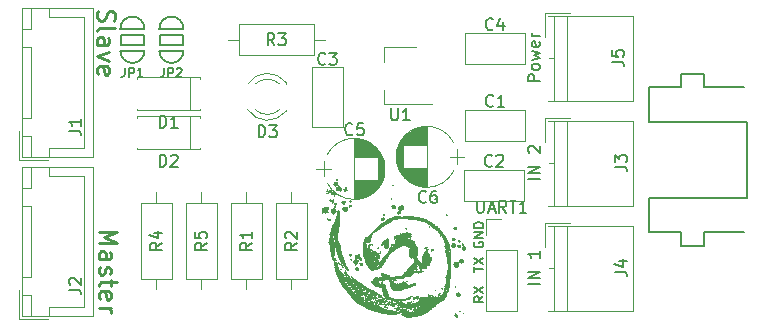
<source format=gbr>
G04 #@! TF.GenerationSoftware,KiCad,Pcbnew,(5.0.0-rc2-dev-107-g49486b83b)*
G04 #@! TF.CreationDate,2018-04-15T19:26:34+02:00*
G04 #@! TF.ProjectId,bobbycar,626F6262796361722E6B696361645F70,rev?*
G04 #@! TF.SameCoordinates,Original*
G04 #@! TF.FileFunction,Legend,Top*
G04 #@! TF.FilePolarity,Positive*
%FSLAX46Y46*%
G04 Gerber Fmt 4.6, Leading zero omitted, Abs format (unit mm)*
G04 Created by KiCad (PCBNEW (5.0.0-rc2-dev-107-g49486b83b)) date Sun Apr 15 19:26:34 2018*
%MOMM*%
%LPD*%
G01*
G04 APERTURE LIST*
%ADD10C,0.200000*%
%ADD11C,0.250000*%
%ADD12C,0.120000*%
%ADD13C,0.203200*%
%ADD14C,0.150000*%
%ADD15C,0.010000*%
%ADD16C,0.152400*%
G04 APERTURE END LIST*
D10*
X140188904Y-110369333D02*
X139807952Y-110636000D01*
X140188904Y-110826476D02*
X139388904Y-110826476D01*
X139388904Y-110521714D01*
X139427000Y-110445523D01*
X139465095Y-110407428D01*
X139541285Y-110369333D01*
X139655571Y-110369333D01*
X139731761Y-110407428D01*
X139769857Y-110445523D01*
X139807952Y-110521714D01*
X139807952Y-110826476D01*
X139388904Y-110102666D02*
X140188904Y-109569333D01*
X139388904Y-109569333D02*
X140188904Y-110102666D01*
X139388904Y-108305523D02*
X139388904Y-107848380D01*
X140188904Y-108076952D02*
X139388904Y-108076952D01*
X139388904Y-107657904D02*
X140188904Y-107124571D01*
X139388904Y-107124571D02*
X140188904Y-107657904D01*
X139427000Y-105765523D02*
X139388904Y-105841714D01*
X139388904Y-105956000D01*
X139427000Y-106070285D01*
X139503190Y-106146476D01*
X139579380Y-106184571D01*
X139731761Y-106222666D01*
X139846047Y-106222666D01*
X139998428Y-106184571D01*
X140074619Y-106146476D01*
X140150809Y-106070285D01*
X140188904Y-105956000D01*
X140188904Y-105879809D01*
X140150809Y-105765523D01*
X140112714Y-105727428D01*
X139846047Y-105727428D01*
X139846047Y-105879809D01*
X140188904Y-105384571D02*
X139388904Y-105384571D01*
X140188904Y-104927428D01*
X139388904Y-104927428D01*
X140188904Y-104546476D02*
X139388904Y-104546476D01*
X139388904Y-104356000D01*
X139427000Y-104241714D01*
X139503190Y-104165523D01*
X139579380Y-104127428D01*
X139731761Y-104089333D01*
X139846047Y-104089333D01*
X139998428Y-104127428D01*
X140074619Y-104165523D01*
X140150809Y-104241714D01*
X140188904Y-104356000D01*
X140188904Y-104546476D01*
X144978380Y-100440952D02*
X143978380Y-100440952D01*
X144978380Y-99964761D02*
X143978380Y-99964761D01*
X144978380Y-99393333D01*
X143978380Y-99393333D01*
X144073619Y-98202857D02*
X144026000Y-98155238D01*
X143978380Y-98060000D01*
X143978380Y-97821904D01*
X144026000Y-97726666D01*
X144073619Y-97679047D01*
X144168857Y-97631428D01*
X144264095Y-97631428D01*
X144406952Y-97679047D01*
X144978380Y-98250476D01*
X144978380Y-97631428D01*
X144978380Y-109330952D02*
X143978380Y-109330952D01*
X144978380Y-108854761D02*
X143978380Y-108854761D01*
X144978380Y-108283333D01*
X143978380Y-108283333D01*
X144978380Y-106521428D02*
X144978380Y-107092857D01*
X144978380Y-106807142D02*
X143978380Y-106807142D01*
X144121238Y-106902380D01*
X144216476Y-106997619D01*
X144264095Y-107092857D01*
X144978380Y-92146190D02*
X143978380Y-92146190D01*
X143978380Y-91765238D01*
X144026000Y-91670000D01*
X144073619Y-91622380D01*
X144168857Y-91574761D01*
X144311714Y-91574761D01*
X144406952Y-91622380D01*
X144454571Y-91670000D01*
X144502190Y-91765238D01*
X144502190Y-92146190D01*
X144978380Y-91003333D02*
X144930761Y-91098571D01*
X144883142Y-91146190D01*
X144787904Y-91193809D01*
X144502190Y-91193809D01*
X144406952Y-91146190D01*
X144359333Y-91098571D01*
X144311714Y-91003333D01*
X144311714Y-90860476D01*
X144359333Y-90765238D01*
X144406952Y-90717619D01*
X144502190Y-90670000D01*
X144787904Y-90670000D01*
X144883142Y-90717619D01*
X144930761Y-90765238D01*
X144978380Y-90860476D01*
X144978380Y-91003333D01*
X144311714Y-90336666D02*
X144978380Y-90146190D01*
X144502190Y-89955714D01*
X144978380Y-89765238D01*
X144311714Y-89574761D01*
X144930761Y-88812857D02*
X144978380Y-88908095D01*
X144978380Y-89098571D01*
X144930761Y-89193809D01*
X144835523Y-89241428D01*
X144454571Y-89241428D01*
X144359333Y-89193809D01*
X144311714Y-89098571D01*
X144311714Y-88908095D01*
X144359333Y-88812857D01*
X144454571Y-88765238D01*
X144549809Y-88765238D01*
X144645047Y-89241428D01*
X144978380Y-88336666D02*
X144311714Y-88336666D01*
X144502190Y-88336666D02*
X144406952Y-88289047D01*
X144359333Y-88241428D01*
X144311714Y-88146190D01*
X144311714Y-88050952D01*
D11*
X107596857Y-86185714D02*
X107525428Y-86400000D01*
X107525428Y-86757142D01*
X107596857Y-86900000D01*
X107668285Y-86971428D01*
X107811142Y-87042857D01*
X107954000Y-87042857D01*
X108096857Y-86971428D01*
X108168285Y-86900000D01*
X108239714Y-86757142D01*
X108311142Y-86471428D01*
X108382571Y-86328571D01*
X108454000Y-86257142D01*
X108596857Y-86185714D01*
X108739714Y-86185714D01*
X108882571Y-86257142D01*
X108954000Y-86328571D01*
X109025428Y-86471428D01*
X109025428Y-86828571D01*
X108954000Y-87042857D01*
X107525428Y-87900000D02*
X107596857Y-87757142D01*
X107739714Y-87685714D01*
X109025428Y-87685714D01*
X107525428Y-89114285D02*
X108311142Y-89114285D01*
X108454000Y-89042857D01*
X108525428Y-88900000D01*
X108525428Y-88614285D01*
X108454000Y-88471428D01*
X107596857Y-89114285D02*
X107525428Y-88971428D01*
X107525428Y-88614285D01*
X107596857Y-88471428D01*
X107739714Y-88400000D01*
X107882571Y-88400000D01*
X108025428Y-88471428D01*
X108096857Y-88614285D01*
X108096857Y-88971428D01*
X108168285Y-89114285D01*
X108525428Y-89685714D02*
X107525428Y-90042857D01*
X108525428Y-90400000D01*
X107596857Y-91542857D02*
X107525428Y-91400000D01*
X107525428Y-91114285D01*
X107596857Y-90971428D01*
X107739714Y-90900000D01*
X108311142Y-90900000D01*
X108454000Y-90971428D01*
X108525428Y-91114285D01*
X108525428Y-91400000D01*
X108454000Y-91542857D01*
X108311142Y-91614285D01*
X108168285Y-91614285D01*
X108025428Y-90900000D01*
X107652428Y-104882571D02*
X109152428Y-104882571D01*
X108081000Y-105382571D01*
X109152428Y-105882571D01*
X107652428Y-105882571D01*
X107652428Y-107239714D02*
X108438142Y-107239714D01*
X108581000Y-107168285D01*
X108652428Y-107025428D01*
X108652428Y-106739714D01*
X108581000Y-106596857D01*
X107723857Y-107239714D02*
X107652428Y-107096857D01*
X107652428Y-106739714D01*
X107723857Y-106596857D01*
X107866714Y-106525428D01*
X108009571Y-106525428D01*
X108152428Y-106596857D01*
X108223857Y-106739714D01*
X108223857Y-107096857D01*
X108295285Y-107239714D01*
X107723857Y-107882571D02*
X107652428Y-108025428D01*
X107652428Y-108311142D01*
X107723857Y-108454000D01*
X107866714Y-108525428D01*
X107938142Y-108525428D01*
X108081000Y-108454000D01*
X108152428Y-108311142D01*
X108152428Y-108096857D01*
X108223857Y-107954000D01*
X108366714Y-107882571D01*
X108438142Y-107882571D01*
X108581000Y-107954000D01*
X108652428Y-108096857D01*
X108652428Y-108311142D01*
X108581000Y-108454000D01*
X108652428Y-108954000D02*
X108652428Y-109525428D01*
X109152428Y-109168285D02*
X107866714Y-109168285D01*
X107723857Y-109239714D01*
X107652428Y-109382571D01*
X107652428Y-109525428D01*
X107723857Y-110596857D02*
X107652428Y-110454000D01*
X107652428Y-110168285D01*
X107723857Y-110025428D01*
X107866714Y-109954000D01*
X108438142Y-109954000D01*
X108581000Y-110025428D01*
X108652428Y-110168285D01*
X108652428Y-110454000D01*
X108581000Y-110596857D01*
X108438142Y-110668285D01*
X108295285Y-110668285D01*
X108152428Y-109954000D01*
X107652428Y-111311142D02*
X108652428Y-111311142D01*
X108366714Y-111311142D02*
X108509571Y-111382571D01*
X108581000Y-111454000D01*
X108652428Y-111596857D01*
X108652428Y-111739714D01*
D12*
X123952000Y-101564000D02*
X123952000Y-102454000D01*
X123952000Y-109764000D02*
X123952000Y-108874000D01*
X122642000Y-102454000D02*
X122642000Y-108874000D01*
X125262000Y-102454000D02*
X122642000Y-102454000D01*
X125262000Y-108874000D02*
X125262000Y-102454000D01*
X122642000Y-108874000D02*
X125262000Y-108874000D01*
X115358000Y-94628000D02*
X115358000Y-91808000D01*
X110878000Y-91808000D02*
X110878000Y-91938000D01*
X116198000Y-91808000D02*
X110878000Y-91808000D01*
X116198000Y-91938000D02*
X116198000Y-91808000D01*
X110878000Y-94628000D02*
X110878000Y-94498000D01*
X116198000Y-94628000D02*
X110878000Y-94628000D01*
X116198000Y-94498000D02*
X116198000Y-94628000D01*
X116198000Y-97800000D02*
X116198000Y-97930000D01*
X116198000Y-97930000D02*
X110878000Y-97930000D01*
X110878000Y-97930000D02*
X110878000Y-97800000D01*
X116198000Y-95240000D02*
X116198000Y-95110000D01*
X116198000Y-95110000D02*
X110878000Y-95110000D01*
X110878000Y-95110000D02*
X110878000Y-95240000D01*
X115358000Y-97930000D02*
X115358000Y-95110000D01*
X131824000Y-90494000D02*
X131824000Y-89294000D01*
X131824000Y-89294000D02*
X134524000Y-89294000D01*
X135824000Y-94094000D02*
X131824000Y-94094000D01*
X131824000Y-94094000D02*
X131824000Y-92894000D01*
X140402000Y-111566000D02*
X143062000Y-111566000D01*
X140402000Y-106426000D02*
X140402000Y-111566000D01*
X143062000Y-106426000D02*
X143062000Y-111566000D01*
X140402000Y-106426000D02*
X143062000Y-106426000D01*
X140402000Y-105156000D02*
X140402000Y-103826000D01*
X140402000Y-103826000D02*
X141732000Y-103826000D01*
X138644000Y-94575000D02*
X143764000Y-94575000D01*
X138644000Y-97195000D02*
X143764000Y-97195000D01*
X138644000Y-94575000D02*
X138644000Y-97195000D01*
X143764000Y-94575000D02*
X143764000Y-97195000D01*
X121452000Y-102454000D02*
X118832000Y-102454000D01*
X118832000Y-102454000D02*
X118832000Y-108874000D01*
X118832000Y-108874000D02*
X121452000Y-108874000D01*
X121452000Y-108874000D02*
X121452000Y-102454000D01*
X120142000Y-101564000D02*
X120142000Y-102454000D01*
X120142000Y-109764000D02*
X120142000Y-108874000D01*
X119472000Y-87336000D02*
X119472000Y-89956000D01*
X119472000Y-89956000D02*
X125892000Y-89956000D01*
X125892000Y-89956000D02*
X125892000Y-87336000D01*
X125892000Y-87336000D02*
X119472000Y-87336000D01*
X118582000Y-88646000D02*
X119472000Y-88646000D01*
X126782000Y-88646000D02*
X125892000Y-88646000D01*
X112522000Y-109764000D02*
X112522000Y-108874000D01*
X112522000Y-101564000D02*
X112522000Y-102454000D01*
X113832000Y-108874000D02*
X113832000Y-102454000D01*
X111212000Y-108874000D02*
X113832000Y-108874000D01*
X111212000Y-102454000D02*
X111212000Y-108874000D01*
X113832000Y-102454000D02*
X111212000Y-102454000D01*
X117642000Y-102454000D02*
X115022000Y-102454000D01*
X115022000Y-102454000D02*
X115022000Y-108874000D01*
X115022000Y-108874000D02*
X117642000Y-108874000D01*
X117642000Y-108874000D02*
X117642000Y-102454000D01*
X116332000Y-101564000D02*
X116332000Y-102454000D01*
X116332000Y-109764000D02*
X116332000Y-108874000D01*
X126670000Y-98918000D02*
X126670000Y-100218000D01*
X126070000Y-99568000D02*
X127270000Y-99568000D01*
X131831000Y-99214000D02*
X131831000Y-99922000D01*
X131791000Y-99009000D02*
X131791000Y-100127000D01*
X131751000Y-98861000D02*
X131751000Y-100275000D01*
X131711000Y-98739000D02*
X131711000Y-100397000D01*
X131671000Y-98634000D02*
X131671000Y-100502000D01*
X131631000Y-98540000D02*
X131631000Y-100596000D01*
X131591000Y-98456000D02*
X131591000Y-100680000D01*
X131551000Y-98379000D02*
X131551000Y-100757000D01*
X131511000Y-98307000D02*
X131511000Y-100829000D01*
X131471000Y-98241000D02*
X131471000Y-100895000D01*
X131431000Y-98178000D02*
X131431000Y-100958000D01*
X131391000Y-98120000D02*
X131391000Y-101016000D01*
X131351000Y-98064000D02*
X131351000Y-101072000D01*
X131311000Y-98012000D02*
X131311000Y-101124000D01*
X131271000Y-97962000D02*
X131271000Y-101174000D01*
X131231000Y-100548000D02*
X131231000Y-101222000D01*
X131231000Y-97914000D02*
X131231000Y-98588000D01*
X131191000Y-100548000D02*
X131191000Y-101267000D01*
X131191000Y-97869000D02*
X131191000Y-98588000D01*
X131151000Y-100548000D02*
X131151000Y-101310000D01*
X131151000Y-97826000D02*
X131151000Y-98588000D01*
X131111000Y-100548000D02*
X131111000Y-101351000D01*
X131111000Y-97785000D02*
X131111000Y-98588000D01*
X131071000Y-100548000D02*
X131071000Y-101391000D01*
X131071000Y-97745000D02*
X131071000Y-98588000D01*
X131031000Y-100548000D02*
X131031000Y-101429000D01*
X131031000Y-97707000D02*
X131031000Y-98588000D01*
X130991000Y-100548000D02*
X130991000Y-101465000D01*
X130991000Y-97671000D02*
X130991000Y-98588000D01*
X130951000Y-100548000D02*
X130951000Y-101500000D01*
X130951000Y-97636000D02*
X130951000Y-98588000D01*
X130911000Y-100548000D02*
X130911000Y-101533000D01*
X130911000Y-97603000D02*
X130911000Y-98588000D01*
X130871000Y-100548000D02*
X130871000Y-101565000D01*
X130871000Y-97571000D02*
X130871000Y-98588000D01*
X130831000Y-100548000D02*
X130831000Y-101596000D01*
X130831000Y-97540000D02*
X130831000Y-98588000D01*
X130791000Y-100548000D02*
X130791000Y-101626000D01*
X130791000Y-97510000D02*
X130791000Y-98588000D01*
X130751000Y-100548000D02*
X130751000Y-101654000D01*
X130751000Y-97482000D02*
X130751000Y-98588000D01*
X130711000Y-100548000D02*
X130711000Y-101681000D01*
X130711000Y-97455000D02*
X130711000Y-98588000D01*
X130671000Y-100548000D02*
X130671000Y-101708000D01*
X130671000Y-97428000D02*
X130671000Y-98588000D01*
X130631000Y-100548000D02*
X130631000Y-101733000D01*
X130631000Y-97403000D02*
X130631000Y-98588000D01*
X130591000Y-100548000D02*
X130591000Y-101757000D01*
X130591000Y-97379000D02*
X130591000Y-98588000D01*
X130551000Y-100548000D02*
X130551000Y-101780000D01*
X130551000Y-97356000D02*
X130551000Y-98588000D01*
X130511000Y-100548000D02*
X130511000Y-101802000D01*
X130511000Y-97334000D02*
X130511000Y-98588000D01*
X130471000Y-100548000D02*
X130471000Y-101824000D01*
X130471000Y-97312000D02*
X130471000Y-98588000D01*
X130431000Y-100548000D02*
X130431000Y-101844000D01*
X130431000Y-97292000D02*
X130431000Y-98588000D01*
X130391000Y-100548000D02*
X130391000Y-101864000D01*
X130391000Y-97272000D02*
X130391000Y-98588000D01*
X130351000Y-100548000D02*
X130351000Y-101883000D01*
X130351000Y-97253000D02*
X130351000Y-98588000D01*
X130311000Y-100548000D02*
X130311000Y-101901000D01*
X130311000Y-97235000D02*
X130311000Y-98588000D01*
X130271000Y-100548000D02*
X130271000Y-101918000D01*
X130271000Y-97218000D02*
X130271000Y-98588000D01*
X130231000Y-100548000D02*
X130231000Y-101934000D01*
X130231000Y-97202000D02*
X130231000Y-98588000D01*
X130191000Y-100548000D02*
X130191000Y-101950000D01*
X130191000Y-97186000D02*
X130191000Y-98588000D01*
X130151000Y-100548000D02*
X130151000Y-101964000D01*
X130151000Y-97172000D02*
X130151000Y-98588000D01*
X130111000Y-100548000D02*
X130111000Y-101978000D01*
X130111000Y-97158000D02*
X130111000Y-98588000D01*
X130071000Y-100548000D02*
X130071000Y-101992000D01*
X130071000Y-97144000D02*
X130071000Y-98588000D01*
X130031000Y-100548000D02*
X130031000Y-102004000D01*
X130031000Y-97132000D02*
X130031000Y-98588000D01*
X129991000Y-100548000D02*
X129991000Y-102016000D01*
X129991000Y-97120000D02*
X129991000Y-98588000D01*
X129950000Y-100548000D02*
X129950000Y-102028000D01*
X129950000Y-97108000D02*
X129950000Y-98588000D01*
X129910000Y-100548000D02*
X129910000Y-102038000D01*
X129910000Y-97098000D02*
X129910000Y-98588000D01*
X129870000Y-100548000D02*
X129870000Y-102048000D01*
X129870000Y-97088000D02*
X129870000Y-98588000D01*
X129830000Y-100548000D02*
X129830000Y-102057000D01*
X129830000Y-97079000D02*
X129830000Y-98588000D01*
X129790000Y-100548000D02*
X129790000Y-102066000D01*
X129790000Y-97070000D02*
X129790000Y-98588000D01*
X129750000Y-100548000D02*
X129750000Y-102074000D01*
X129750000Y-97062000D02*
X129750000Y-98588000D01*
X129710000Y-100548000D02*
X129710000Y-102081000D01*
X129710000Y-97055000D02*
X129710000Y-98588000D01*
X129670000Y-100548000D02*
X129670000Y-102087000D01*
X129670000Y-97049000D02*
X129670000Y-98588000D01*
X129630000Y-100548000D02*
X129630000Y-102093000D01*
X129630000Y-97043000D02*
X129630000Y-98588000D01*
X129590000Y-100548000D02*
X129590000Y-102099000D01*
X129590000Y-97037000D02*
X129590000Y-98588000D01*
X129550000Y-100548000D02*
X129550000Y-102103000D01*
X129550000Y-97033000D02*
X129550000Y-98588000D01*
X129510000Y-100548000D02*
X129510000Y-102107000D01*
X129510000Y-97029000D02*
X129510000Y-98588000D01*
X129470000Y-100548000D02*
X129470000Y-102111000D01*
X129470000Y-97025000D02*
X129470000Y-98588000D01*
X129430000Y-100548000D02*
X129430000Y-102114000D01*
X129430000Y-97022000D02*
X129430000Y-98588000D01*
X129390000Y-100548000D02*
X129390000Y-102116000D01*
X129390000Y-97020000D02*
X129390000Y-98588000D01*
X129350000Y-100548000D02*
X129350000Y-102117000D01*
X129350000Y-97019000D02*
X129350000Y-98588000D01*
X129310000Y-100548000D02*
X129310000Y-102118000D01*
X129310000Y-97018000D02*
X129310000Y-98588000D01*
X129270000Y-97018000D02*
X129270000Y-102118000D01*
X131575722Y-100747723D02*
G75*
G03X131575580Y-98388000I-2305722J1179723D01*
G01*
X131575722Y-100747723D02*
G75*
G02X126964420Y-100748000I-2305722J1179723D01*
G01*
X131575722Y-98388277D02*
G75*
G03X126964420Y-98388000I-2305722J-1179723D01*
G01*
X133092278Y-99731723D02*
G75*
G03X137703580Y-99732000I2305722J1179723D01*
G01*
X133092278Y-97372277D02*
G75*
G02X137703580Y-97372000I2305722J-1179723D01*
G01*
X133092278Y-97372277D02*
G75*
G03X133092420Y-99732000I2305722J-1179723D01*
G01*
X135398000Y-101102000D02*
X135398000Y-96002000D01*
X135358000Y-101102000D02*
X135358000Y-99532000D01*
X135358000Y-97572000D02*
X135358000Y-96002000D01*
X135318000Y-101101000D02*
X135318000Y-99532000D01*
X135318000Y-97572000D02*
X135318000Y-96003000D01*
X135278000Y-101100000D02*
X135278000Y-99532000D01*
X135278000Y-97572000D02*
X135278000Y-96004000D01*
X135238000Y-101098000D02*
X135238000Y-99532000D01*
X135238000Y-97572000D02*
X135238000Y-96006000D01*
X135198000Y-101095000D02*
X135198000Y-99532000D01*
X135198000Y-97572000D02*
X135198000Y-96009000D01*
X135158000Y-101091000D02*
X135158000Y-99532000D01*
X135158000Y-97572000D02*
X135158000Y-96013000D01*
X135118000Y-101087000D02*
X135118000Y-99532000D01*
X135118000Y-97572000D02*
X135118000Y-96017000D01*
X135078000Y-101083000D02*
X135078000Y-99532000D01*
X135078000Y-97572000D02*
X135078000Y-96021000D01*
X135038000Y-101077000D02*
X135038000Y-99532000D01*
X135038000Y-97572000D02*
X135038000Y-96027000D01*
X134998000Y-101071000D02*
X134998000Y-99532000D01*
X134998000Y-97572000D02*
X134998000Y-96033000D01*
X134958000Y-101065000D02*
X134958000Y-99532000D01*
X134958000Y-97572000D02*
X134958000Y-96039000D01*
X134918000Y-101058000D02*
X134918000Y-99532000D01*
X134918000Y-97572000D02*
X134918000Y-96046000D01*
X134878000Y-101050000D02*
X134878000Y-99532000D01*
X134878000Y-97572000D02*
X134878000Y-96054000D01*
X134838000Y-101041000D02*
X134838000Y-99532000D01*
X134838000Y-97572000D02*
X134838000Y-96063000D01*
X134798000Y-101032000D02*
X134798000Y-99532000D01*
X134798000Y-97572000D02*
X134798000Y-96072000D01*
X134758000Y-101022000D02*
X134758000Y-99532000D01*
X134758000Y-97572000D02*
X134758000Y-96082000D01*
X134718000Y-101012000D02*
X134718000Y-99532000D01*
X134718000Y-97572000D02*
X134718000Y-96092000D01*
X134677000Y-101000000D02*
X134677000Y-99532000D01*
X134677000Y-97572000D02*
X134677000Y-96104000D01*
X134637000Y-100988000D02*
X134637000Y-99532000D01*
X134637000Y-97572000D02*
X134637000Y-96116000D01*
X134597000Y-100976000D02*
X134597000Y-99532000D01*
X134597000Y-97572000D02*
X134597000Y-96128000D01*
X134557000Y-100962000D02*
X134557000Y-99532000D01*
X134557000Y-97572000D02*
X134557000Y-96142000D01*
X134517000Y-100948000D02*
X134517000Y-99532000D01*
X134517000Y-97572000D02*
X134517000Y-96156000D01*
X134477000Y-100934000D02*
X134477000Y-99532000D01*
X134477000Y-97572000D02*
X134477000Y-96170000D01*
X134437000Y-100918000D02*
X134437000Y-99532000D01*
X134437000Y-97572000D02*
X134437000Y-96186000D01*
X134397000Y-100902000D02*
X134397000Y-99532000D01*
X134397000Y-97572000D02*
X134397000Y-96202000D01*
X134357000Y-100885000D02*
X134357000Y-99532000D01*
X134357000Y-97572000D02*
X134357000Y-96219000D01*
X134317000Y-100867000D02*
X134317000Y-99532000D01*
X134317000Y-97572000D02*
X134317000Y-96237000D01*
X134277000Y-100848000D02*
X134277000Y-99532000D01*
X134277000Y-97572000D02*
X134277000Y-96256000D01*
X134237000Y-100828000D02*
X134237000Y-99532000D01*
X134237000Y-97572000D02*
X134237000Y-96276000D01*
X134197000Y-100808000D02*
X134197000Y-99532000D01*
X134197000Y-97572000D02*
X134197000Y-96296000D01*
X134157000Y-100786000D02*
X134157000Y-99532000D01*
X134157000Y-97572000D02*
X134157000Y-96318000D01*
X134117000Y-100764000D02*
X134117000Y-99532000D01*
X134117000Y-97572000D02*
X134117000Y-96340000D01*
X134077000Y-100741000D02*
X134077000Y-99532000D01*
X134077000Y-97572000D02*
X134077000Y-96363000D01*
X134037000Y-100717000D02*
X134037000Y-99532000D01*
X134037000Y-97572000D02*
X134037000Y-96387000D01*
X133997000Y-100692000D02*
X133997000Y-99532000D01*
X133997000Y-97572000D02*
X133997000Y-96412000D01*
X133957000Y-100665000D02*
X133957000Y-99532000D01*
X133957000Y-97572000D02*
X133957000Y-96439000D01*
X133917000Y-100638000D02*
X133917000Y-99532000D01*
X133917000Y-97572000D02*
X133917000Y-96466000D01*
X133877000Y-100610000D02*
X133877000Y-99532000D01*
X133877000Y-97572000D02*
X133877000Y-96494000D01*
X133837000Y-100580000D02*
X133837000Y-99532000D01*
X133837000Y-97572000D02*
X133837000Y-96524000D01*
X133797000Y-100549000D02*
X133797000Y-99532000D01*
X133797000Y-97572000D02*
X133797000Y-96555000D01*
X133757000Y-100517000D02*
X133757000Y-99532000D01*
X133757000Y-97572000D02*
X133757000Y-96587000D01*
X133717000Y-100484000D02*
X133717000Y-99532000D01*
X133717000Y-97572000D02*
X133717000Y-96620000D01*
X133677000Y-100449000D02*
X133677000Y-99532000D01*
X133677000Y-97572000D02*
X133677000Y-96655000D01*
X133637000Y-100413000D02*
X133637000Y-99532000D01*
X133637000Y-97572000D02*
X133637000Y-96691000D01*
X133597000Y-100375000D02*
X133597000Y-99532000D01*
X133597000Y-97572000D02*
X133597000Y-96729000D01*
X133557000Y-100335000D02*
X133557000Y-99532000D01*
X133557000Y-97572000D02*
X133557000Y-96769000D01*
X133517000Y-100294000D02*
X133517000Y-99532000D01*
X133517000Y-97572000D02*
X133517000Y-96810000D01*
X133477000Y-100251000D02*
X133477000Y-99532000D01*
X133477000Y-97572000D02*
X133477000Y-96853000D01*
X133437000Y-100206000D02*
X133437000Y-99532000D01*
X133437000Y-97572000D02*
X133437000Y-96898000D01*
X133397000Y-100158000D02*
X133397000Y-96946000D01*
X133357000Y-100108000D02*
X133357000Y-96996000D01*
X133317000Y-100056000D02*
X133317000Y-97048000D01*
X133277000Y-100000000D02*
X133277000Y-97104000D01*
X133237000Y-99942000D02*
X133237000Y-97162000D01*
X133197000Y-99879000D02*
X133197000Y-97225000D01*
X133157000Y-99813000D02*
X133157000Y-97291000D01*
X133117000Y-99741000D02*
X133117000Y-97363000D01*
X133077000Y-99664000D02*
X133077000Y-97440000D01*
X133037000Y-99580000D02*
X133037000Y-97524000D01*
X132997000Y-99486000D02*
X132997000Y-97618000D01*
X132957000Y-99381000D02*
X132957000Y-97723000D01*
X132917000Y-99259000D02*
X132917000Y-97845000D01*
X132877000Y-99111000D02*
X132877000Y-97993000D01*
X132837000Y-98906000D02*
X132837000Y-98198000D01*
X138598000Y-98552000D02*
X137398000Y-98552000D01*
X137998000Y-99202000D02*
X137998000Y-97902000D01*
X138557000Y-102275000D02*
X138557000Y-99655000D01*
X143677000Y-102275000D02*
X143677000Y-99655000D01*
X143677000Y-99655000D02*
X138557000Y-99655000D01*
X143677000Y-102275000D02*
X138557000Y-102275000D01*
X125690000Y-96052000D02*
X125690000Y-90932000D01*
X128310000Y-96052000D02*
X128310000Y-90932000D01*
X125690000Y-96052000D02*
X128310000Y-96052000D01*
X125690000Y-90932000D02*
X128310000Y-90932000D01*
X143764000Y-88098000D02*
X143764000Y-90718000D01*
X138644000Y-88098000D02*
X138644000Y-90718000D01*
X138644000Y-90718000D02*
X143764000Y-90718000D01*
X138644000Y-88098000D02*
X143764000Y-88098000D01*
X100882000Y-98862000D02*
X103382000Y-98862000D01*
X100882000Y-96362000D02*
X100882000Y-98862000D01*
X106382000Y-86712000D02*
X106382000Y-92262000D01*
X103432000Y-86712000D02*
X106382000Y-86712000D01*
X103432000Y-85962000D02*
X103432000Y-86712000D01*
X106382000Y-97812000D02*
X106382000Y-92262000D01*
X103432000Y-97812000D02*
X106382000Y-97812000D01*
X103432000Y-98562000D02*
X103432000Y-97812000D01*
X101182000Y-85962000D02*
X101182000Y-87762000D01*
X101932000Y-85962000D02*
X101182000Y-85962000D01*
X101932000Y-87762000D02*
X101932000Y-85962000D01*
X101182000Y-87762000D02*
X101932000Y-87762000D01*
X101182000Y-96762000D02*
X101182000Y-98562000D01*
X101932000Y-96762000D02*
X101182000Y-96762000D01*
X101932000Y-98562000D02*
X101932000Y-96762000D01*
X101182000Y-98562000D02*
X101932000Y-98562000D01*
X101182000Y-89262000D02*
X101182000Y-95262000D01*
X101932000Y-89262000D02*
X101182000Y-89262000D01*
X101932000Y-95262000D02*
X101932000Y-89262000D01*
X101182000Y-95262000D02*
X101932000Y-95262000D01*
X101182000Y-85962000D02*
X101182000Y-98562000D01*
X107132000Y-85962000D02*
X101182000Y-85962000D01*
X107132000Y-98562000D02*
X107132000Y-85962000D01*
X101182000Y-98562000D02*
X107132000Y-98562000D01*
X101182000Y-112024000D02*
X107132000Y-112024000D01*
X107132000Y-112024000D02*
X107132000Y-99424000D01*
X107132000Y-99424000D02*
X101182000Y-99424000D01*
X101182000Y-99424000D02*
X101182000Y-112024000D01*
X101182000Y-108724000D02*
X101932000Y-108724000D01*
X101932000Y-108724000D02*
X101932000Y-102724000D01*
X101932000Y-102724000D02*
X101182000Y-102724000D01*
X101182000Y-102724000D02*
X101182000Y-108724000D01*
X101182000Y-112024000D02*
X101932000Y-112024000D01*
X101932000Y-112024000D02*
X101932000Y-110224000D01*
X101932000Y-110224000D02*
X101182000Y-110224000D01*
X101182000Y-110224000D02*
X101182000Y-112024000D01*
X101182000Y-101224000D02*
X101932000Y-101224000D01*
X101932000Y-101224000D02*
X101932000Y-99424000D01*
X101932000Y-99424000D02*
X101182000Y-99424000D01*
X101182000Y-99424000D02*
X101182000Y-101224000D01*
X103432000Y-112024000D02*
X103432000Y-111274000D01*
X103432000Y-111274000D02*
X106382000Y-111274000D01*
X106382000Y-111274000D02*
X106382000Y-105724000D01*
X103432000Y-99424000D02*
X103432000Y-100174000D01*
X103432000Y-100174000D02*
X106382000Y-100174000D01*
X106382000Y-100174000D02*
X106382000Y-105724000D01*
X100882000Y-109824000D02*
X100882000Y-112324000D01*
X100882000Y-112324000D02*
X103382000Y-112324000D01*
X147252000Y-104378000D02*
X147252000Y-111578000D01*
X146152000Y-104378000D02*
X146152000Y-111578000D01*
X145652000Y-104378000D02*
X152852000Y-104378000D01*
X152852000Y-104378000D02*
X152852000Y-111578000D01*
X152852000Y-111578000D02*
X145652000Y-111578000D01*
X146152000Y-107978000D02*
X145752000Y-107978000D01*
X147502000Y-104138000D02*
X145412000Y-104138000D01*
X145412000Y-104138000D02*
X145412000Y-106228000D01*
X145412000Y-86358000D02*
X145412000Y-88448000D01*
X147502000Y-86358000D02*
X145412000Y-86358000D01*
X146152000Y-90198000D02*
X145752000Y-90198000D01*
X152852000Y-93798000D02*
X145652000Y-93798000D01*
X152852000Y-86598000D02*
X152852000Y-93798000D01*
X145652000Y-86598000D02*
X152852000Y-86598000D01*
X146152000Y-86598000D02*
X146152000Y-93798000D01*
X147252000Y-86598000D02*
X147252000Y-93798000D01*
X147252000Y-95488000D02*
X147252000Y-102688000D01*
X146152000Y-95488000D02*
X146152000Y-102688000D01*
X145652000Y-95488000D02*
X152852000Y-95488000D01*
X152852000Y-95488000D02*
X152852000Y-102688000D01*
X152852000Y-102688000D02*
X145652000Y-102688000D01*
X146152000Y-99088000D02*
X145752000Y-99088000D01*
X147502000Y-95248000D02*
X145412000Y-95248000D01*
X145412000Y-95248000D02*
X145412000Y-97338000D01*
X120247665Y-94550608D02*
G75*
G03X123480000Y-94707516I1672335J1078608D01*
G01*
X120247665Y-92393392D02*
G75*
G02X123480000Y-92236484I1672335J-1078608D01*
G01*
X120878870Y-94551837D02*
G75*
G03X122960961Y-94552000I1041130J1079837D01*
G01*
X120878870Y-92392163D02*
G75*
G02X122960961Y-92392000I1041130J-1079837D01*
G01*
X123480000Y-94708000D02*
X123480000Y-94552000D01*
X123480000Y-92392000D02*
X123480000Y-92236000D01*
D13*
X110490000Y-90616000D02*
G75*
G03X111506000Y-89600000I0J1016000D01*
G01*
X109474000Y-89600000D02*
G75*
G03X110490000Y-90616000I1016000J0D01*
G01*
X110490000Y-86676000D02*
G75*
G03X109474000Y-87692000I0J-1016000D01*
G01*
X111506000Y-87692000D02*
G75*
G03X110490000Y-86676000I-1016000J0D01*
G01*
X109474000Y-89600000D02*
X111506000Y-89600000D01*
X111506000Y-87692000D02*
X109474000Y-87692000D01*
X109490000Y-88246000D02*
X109490000Y-89046000D01*
X111490000Y-88246000D02*
X109490000Y-88246000D01*
X111490000Y-89046000D02*
X111490000Y-88246000D01*
X109490000Y-89046000D02*
X111490000Y-89046000D01*
X112792000Y-89046000D02*
X114792000Y-89046000D01*
X114792000Y-89046000D02*
X114792000Y-88246000D01*
X114792000Y-88246000D02*
X112792000Y-88246000D01*
X112792000Y-88246000D02*
X112792000Y-89046000D01*
X114808000Y-87692000D02*
X112776000Y-87692000D01*
X112776000Y-89600000D02*
X114808000Y-89600000D01*
X114808000Y-87692000D02*
G75*
G03X113792000Y-86676000I-1016000J0D01*
G01*
X113792000Y-86676000D02*
G75*
G03X112776000Y-87692000I0J-1016000D01*
G01*
X112776000Y-89600000D02*
G75*
G03X113792000Y-90616000I1016000J0D01*
G01*
X113792000Y-90616000D02*
G75*
G03X114808000Y-89600000I0J1016000D01*
G01*
D14*
X158847000Y-104943800D02*
X162242000Y-104943800D01*
X158847000Y-92668200D02*
X162242000Y-92668200D01*
X158847000Y-104943800D02*
X158847000Y-106093800D01*
X158847000Y-92668200D02*
X158847000Y-91518200D01*
X156942000Y-106093800D02*
X158847000Y-106093800D01*
X156942000Y-91518200D02*
X158847000Y-91518200D01*
X156942000Y-104943800D02*
X156942000Y-106093800D01*
X156942000Y-92668200D02*
X156942000Y-91518200D01*
X154242000Y-104943800D02*
X156942000Y-104943800D01*
X154242000Y-92668200D02*
X156942000Y-92668200D01*
X154242000Y-102056000D02*
X154242000Y-104943800D01*
X154242000Y-95556000D02*
X154242000Y-92668200D01*
X154242000Y-95606000D02*
X162492000Y-95606000D01*
X162492000Y-102006000D02*
X154242000Y-102006000D01*
X162492000Y-95606000D02*
X162492000Y-102006000D01*
D15*
G36*
X136652000Y-110528100D02*
X136639300Y-110540800D01*
X136626600Y-110528100D01*
X136639300Y-110515400D01*
X136652000Y-110528100D01*
X136652000Y-110528100D01*
G37*
X136652000Y-110528100D02*
X136639300Y-110540800D01*
X136626600Y-110528100D01*
X136639300Y-110515400D01*
X136652000Y-110528100D01*
G36*
X127848170Y-100455472D02*
X127852714Y-100482762D01*
X127849615Y-100526627D01*
X127836739Y-100524172D01*
X127824132Y-100505586D01*
X127822874Y-100465123D01*
X127829890Y-100455149D01*
X127848170Y-100455472D01*
X127848170Y-100455472D01*
G37*
X127848170Y-100455472D02*
X127852714Y-100482762D01*
X127849615Y-100526627D01*
X127836739Y-100524172D01*
X127824132Y-100505586D01*
X127822874Y-100465123D01*
X127829890Y-100455149D01*
X127848170Y-100455472D01*
G36*
X127786672Y-100475230D02*
X127787400Y-100480900D01*
X127768936Y-100515301D01*
X127762000Y-100520500D01*
X127740255Y-100514741D01*
X127736600Y-100496599D01*
X127749861Y-100461846D01*
X127762000Y-100457000D01*
X127786672Y-100475230D01*
X127786672Y-100475230D01*
G37*
X127786672Y-100475230D02*
X127787400Y-100480900D01*
X127768936Y-100515301D01*
X127762000Y-100520500D01*
X127740255Y-100514741D01*
X127736600Y-100496599D01*
X127749861Y-100461846D01*
X127762000Y-100457000D01*
X127786672Y-100475230D01*
G36*
X127609600Y-100672900D02*
X127596900Y-100685600D01*
X127584200Y-100672900D01*
X127596900Y-100660200D01*
X127609600Y-100672900D01*
X127609600Y-100672900D01*
G37*
X127609600Y-100672900D02*
X127596900Y-100685600D01*
X127584200Y-100672900D01*
X127596900Y-100660200D01*
X127609600Y-100672900D01*
G36*
X127838200Y-100723700D02*
X127825500Y-100736400D01*
X127812800Y-100723700D01*
X127825500Y-100711000D01*
X127838200Y-100723700D01*
X127838200Y-100723700D01*
G37*
X127838200Y-100723700D02*
X127825500Y-100736400D01*
X127812800Y-100723700D01*
X127825500Y-100711000D01*
X127838200Y-100723700D01*
G36*
X127711200Y-100723700D02*
X127698500Y-100736400D01*
X127685800Y-100723700D01*
X127698500Y-100711000D01*
X127711200Y-100723700D01*
X127711200Y-100723700D01*
G37*
X127711200Y-100723700D02*
X127698500Y-100736400D01*
X127685800Y-100723700D01*
X127698500Y-100711000D01*
X127711200Y-100723700D01*
G36*
X127601631Y-100727407D02*
X127596900Y-100736400D01*
X127572967Y-100760657D01*
X127568501Y-100761800D01*
X127566768Y-100745392D01*
X127571500Y-100736400D01*
X127595432Y-100712142D01*
X127599898Y-100711000D01*
X127601631Y-100727407D01*
X127601631Y-100727407D01*
G37*
X127601631Y-100727407D02*
X127596900Y-100736400D01*
X127572967Y-100760657D01*
X127568501Y-100761800D01*
X127566768Y-100745392D01*
X127571500Y-100736400D01*
X127595432Y-100712142D01*
X127599898Y-100711000D01*
X127601631Y-100727407D01*
G36*
X127838200Y-100799900D02*
X127825500Y-100812600D01*
X127812800Y-100799900D01*
X127825500Y-100787200D01*
X127838200Y-100799900D01*
X127838200Y-100799900D01*
G37*
X127838200Y-100799900D02*
X127825500Y-100812600D01*
X127812800Y-100799900D01*
X127825500Y-100787200D01*
X127838200Y-100799900D01*
G36*
X127533400Y-100850700D02*
X127520700Y-100863400D01*
X127508000Y-100850700D01*
X127520700Y-100838000D01*
X127533400Y-100850700D01*
X127533400Y-100850700D01*
G37*
X127533400Y-100850700D02*
X127520700Y-100863400D01*
X127508000Y-100850700D01*
X127520700Y-100838000D01*
X127533400Y-100850700D01*
G36*
X127838200Y-100876100D02*
X127825500Y-100888800D01*
X127812800Y-100876100D01*
X127825500Y-100863400D01*
X127838200Y-100876100D01*
X127838200Y-100876100D01*
G37*
X127838200Y-100876100D02*
X127825500Y-100888800D01*
X127812800Y-100876100D01*
X127825500Y-100863400D01*
X127838200Y-100876100D01*
G36*
X132511800Y-100926900D02*
X132499100Y-100939600D01*
X132486400Y-100926900D01*
X132499100Y-100914200D01*
X132511800Y-100926900D01*
X132511800Y-100926900D01*
G37*
X132511800Y-100926900D02*
X132499100Y-100939600D01*
X132486400Y-100926900D01*
X132499100Y-100914200D01*
X132511800Y-100926900D01*
G36*
X127812800Y-100926900D02*
X127800100Y-100939600D01*
X127787400Y-100926900D01*
X127800100Y-100914200D01*
X127812800Y-100926900D01*
X127812800Y-100926900D01*
G37*
X127812800Y-100926900D02*
X127800100Y-100939600D01*
X127787400Y-100926900D01*
X127800100Y-100914200D01*
X127812800Y-100926900D01*
G36*
X127889000Y-100977700D02*
X127876300Y-100990400D01*
X127863600Y-100977700D01*
X127876300Y-100965000D01*
X127889000Y-100977700D01*
X127889000Y-100977700D01*
G37*
X127889000Y-100977700D02*
X127876300Y-100990400D01*
X127863600Y-100977700D01*
X127876300Y-100965000D01*
X127889000Y-100977700D01*
G36*
X127718248Y-100801518D02*
X127748242Y-100858763D01*
X127749163Y-100862780D01*
X127755621Y-100939138D01*
X127730229Y-100979555D01*
X127675893Y-100990400D01*
X127616222Y-100966929D01*
X127584041Y-100926604D01*
X127563757Y-100876961D01*
X127576305Y-100844882D01*
X127598799Y-100825812D01*
X127667844Y-100790389D01*
X127718248Y-100801518D01*
X127718248Y-100801518D01*
G37*
X127718248Y-100801518D02*
X127748242Y-100858763D01*
X127749163Y-100862780D01*
X127755621Y-100939138D01*
X127730229Y-100979555D01*
X127675893Y-100990400D01*
X127616222Y-100966929D01*
X127584041Y-100926604D01*
X127563757Y-100876961D01*
X127576305Y-100844882D01*
X127598799Y-100825812D01*
X127667844Y-100790389D01*
X127718248Y-100801518D01*
G36*
X128549400Y-101155500D02*
X128536700Y-101168200D01*
X128524000Y-101155500D01*
X128536700Y-101142800D01*
X128549400Y-101155500D01*
X128549400Y-101155500D01*
G37*
X128549400Y-101155500D02*
X128536700Y-101168200D01*
X128524000Y-101155500D01*
X128536700Y-101142800D01*
X128549400Y-101155500D01*
G36*
X128498600Y-101155500D02*
X128485900Y-101168200D01*
X128473200Y-101155500D01*
X128485900Y-101142800D01*
X128498600Y-101155500D01*
X128498600Y-101155500D01*
G37*
X128498600Y-101155500D02*
X128485900Y-101168200D01*
X128473200Y-101155500D01*
X128485900Y-101142800D01*
X128498600Y-101155500D01*
G36*
X126949200Y-101257100D02*
X126936500Y-101269800D01*
X126923800Y-101257100D01*
X126936500Y-101244400D01*
X126949200Y-101257100D01*
X126949200Y-101257100D01*
G37*
X126949200Y-101257100D02*
X126936500Y-101269800D01*
X126923800Y-101257100D01*
X126936500Y-101244400D01*
X126949200Y-101257100D01*
G36*
X128676400Y-101333300D02*
X128663700Y-101346000D01*
X128651000Y-101333300D01*
X128663700Y-101320600D01*
X128676400Y-101333300D01*
X128676400Y-101333300D01*
G37*
X128676400Y-101333300D02*
X128663700Y-101346000D01*
X128651000Y-101333300D01*
X128663700Y-101320600D01*
X128676400Y-101333300D01*
G36*
X127000000Y-101333300D02*
X126987300Y-101346000D01*
X126974600Y-101333300D01*
X126987300Y-101320600D01*
X127000000Y-101333300D01*
X127000000Y-101333300D01*
G37*
X127000000Y-101333300D02*
X126987300Y-101346000D01*
X126974600Y-101333300D01*
X126987300Y-101320600D01*
X127000000Y-101333300D01*
G36*
X128651000Y-101384100D02*
X128638300Y-101396800D01*
X128625600Y-101384100D01*
X128638300Y-101371400D01*
X128651000Y-101384100D01*
X128651000Y-101384100D01*
G37*
X128651000Y-101384100D02*
X128638300Y-101396800D01*
X128625600Y-101384100D01*
X128638300Y-101371400D01*
X128651000Y-101384100D01*
G36*
X128536550Y-101223489D02*
X128581104Y-101276137D01*
X128588489Y-101299704D01*
X128597572Y-101355372D01*
X128596253Y-101383811D01*
X128596215Y-101383851D01*
X128556094Y-101401253D01*
X128495681Y-101410442D01*
X128443817Y-101407972D01*
X128432552Y-101403402D01*
X128399353Y-101366891D01*
X128375313Y-101328452D01*
X128360155Y-101280923D01*
X128384496Y-101246354D01*
X128397400Y-101236818D01*
X128470714Y-101208868D01*
X128536550Y-101223489D01*
X128536550Y-101223489D01*
G37*
X128536550Y-101223489D02*
X128581104Y-101276137D01*
X128588489Y-101299704D01*
X128597572Y-101355372D01*
X128596253Y-101383811D01*
X128596215Y-101383851D01*
X128556094Y-101401253D01*
X128495681Y-101410442D01*
X128443817Y-101407972D01*
X128432552Y-101403402D01*
X128399353Y-101366891D01*
X128375313Y-101328452D01*
X128360155Y-101280923D01*
X128384496Y-101246354D01*
X128397400Y-101236818D01*
X128470714Y-101208868D01*
X128536550Y-101223489D01*
G36*
X128025956Y-101079790D02*
X128083303Y-101111877D01*
X128113336Y-101158128D01*
X128127838Y-101222032D01*
X128134397Y-101300115D01*
X128117700Y-101348832D01*
X128069106Y-101377054D01*
X127979974Y-101393651D01*
X127958210Y-101396171D01*
X127877283Y-101402495D01*
X127826567Y-101394815D01*
X127786099Y-101367065D01*
X127754933Y-101334396D01*
X127702551Y-101266625D01*
X127689740Y-101215052D01*
X127715019Y-101165956D01*
X127734483Y-101144916D01*
X127766756Y-101104482D01*
X127772583Y-101081416D01*
X127774899Y-101075817D01*
X127776611Y-101076978D01*
X127808853Y-101078005D01*
X127865937Y-101065929D01*
X127866188Y-101065857D01*
X127966925Y-101061623D01*
X128025956Y-101079790D01*
X128025956Y-101079790D01*
G37*
X128025956Y-101079790D02*
X128083303Y-101111877D01*
X128113336Y-101158128D01*
X128127838Y-101222032D01*
X128134397Y-101300115D01*
X128117700Y-101348832D01*
X128069106Y-101377054D01*
X127979974Y-101393651D01*
X127958210Y-101396171D01*
X127877283Y-101402495D01*
X127826567Y-101394815D01*
X127786099Y-101367065D01*
X127754933Y-101334396D01*
X127702551Y-101266625D01*
X127689740Y-101215052D01*
X127715019Y-101165956D01*
X127734483Y-101144916D01*
X127766756Y-101104482D01*
X127772583Y-101081416D01*
X127774899Y-101075817D01*
X127776611Y-101076978D01*
X127808853Y-101078005D01*
X127865937Y-101065929D01*
X127866188Y-101065857D01*
X127966925Y-101061623D01*
X128025956Y-101079790D01*
G36*
X128092200Y-101434900D02*
X128079500Y-101447600D01*
X128066800Y-101434900D01*
X128079500Y-101422200D01*
X128092200Y-101434900D01*
X128092200Y-101434900D01*
G37*
X128092200Y-101434900D02*
X128079500Y-101447600D01*
X128066800Y-101434900D01*
X128079500Y-101422200D01*
X128092200Y-101434900D01*
G36*
X127000000Y-101434900D02*
X126987300Y-101447600D01*
X126974600Y-101434900D01*
X126987300Y-101422200D01*
X127000000Y-101434900D01*
X127000000Y-101434900D01*
G37*
X127000000Y-101434900D02*
X126987300Y-101447600D01*
X126974600Y-101434900D01*
X126987300Y-101422200D01*
X127000000Y-101434900D01*
G36*
X126923800Y-101460300D02*
X126911100Y-101473000D01*
X126898400Y-101460300D01*
X126911100Y-101447600D01*
X126923800Y-101460300D01*
X126923800Y-101460300D01*
G37*
X126923800Y-101460300D02*
X126911100Y-101473000D01*
X126898400Y-101460300D01*
X126911100Y-101447600D01*
X126923800Y-101460300D01*
G36*
X127330200Y-101485700D02*
X127317500Y-101498400D01*
X127304800Y-101485700D01*
X127317500Y-101473000D01*
X127330200Y-101485700D01*
X127330200Y-101485700D01*
G37*
X127330200Y-101485700D02*
X127317500Y-101498400D01*
X127304800Y-101485700D01*
X127317500Y-101473000D01*
X127330200Y-101485700D01*
G36*
X127263362Y-101401758D02*
X127270147Y-101463468D01*
X127269716Y-101466208D01*
X127260515Y-101524324D01*
X127256088Y-101555550D01*
X127233560Y-101574187D01*
X127185213Y-101572380D01*
X127130021Y-101553644D01*
X127089756Y-101524746D01*
X127058645Y-101465022D01*
X127075632Y-101414920D01*
X127138046Y-101382246D01*
X127138555Y-101382117D01*
X127219425Y-101374594D01*
X127263362Y-101401758D01*
X127263362Y-101401758D01*
G37*
X127263362Y-101401758D02*
X127270147Y-101463468D01*
X127269716Y-101466208D01*
X127260515Y-101524324D01*
X127256088Y-101555550D01*
X127233560Y-101574187D01*
X127185213Y-101572380D01*
X127130021Y-101553644D01*
X127089756Y-101524746D01*
X127058645Y-101465022D01*
X127075632Y-101414920D01*
X127138046Y-101382246D01*
X127138555Y-101382117D01*
X127219425Y-101374594D01*
X127263362Y-101401758D01*
G36*
X127330200Y-101587300D02*
X127317500Y-101600000D01*
X127304800Y-101587300D01*
X127317500Y-101574600D01*
X127330200Y-101587300D01*
X127330200Y-101587300D01*
G37*
X127330200Y-101587300D02*
X127317500Y-101600000D01*
X127304800Y-101587300D01*
X127317500Y-101574600D01*
X127330200Y-101587300D01*
G36*
X127025400Y-101587300D02*
X127012700Y-101600000D01*
X127000000Y-101587300D01*
X127012700Y-101574600D01*
X127025400Y-101587300D01*
X127025400Y-101587300D01*
G37*
X127025400Y-101587300D02*
X127012700Y-101600000D01*
X127000000Y-101587300D01*
X127012700Y-101574600D01*
X127025400Y-101587300D01*
G36*
X126923800Y-101587300D02*
X126911100Y-101600000D01*
X126898400Y-101587300D01*
X126911100Y-101574600D01*
X126923800Y-101587300D01*
X126923800Y-101587300D01*
G37*
X126923800Y-101587300D02*
X126911100Y-101600000D01*
X126898400Y-101587300D01*
X126911100Y-101574600D01*
X126923800Y-101587300D01*
G36*
X127347133Y-101710066D02*
X127343646Y-101725166D01*
X127330200Y-101727000D01*
X127309292Y-101717706D01*
X127313266Y-101710066D01*
X127343410Y-101707026D01*
X127347133Y-101710066D01*
X127347133Y-101710066D01*
G37*
X127347133Y-101710066D02*
X127343646Y-101725166D01*
X127330200Y-101727000D01*
X127309292Y-101717706D01*
X127313266Y-101710066D01*
X127343410Y-101707026D01*
X127347133Y-101710066D01*
G36*
X127558385Y-101484038D02*
X127621508Y-101511057D01*
X127683377Y-101544907D01*
X127726648Y-101576442D01*
X127736600Y-101591800D01*
X127723279Y-101619129D01*
X127690513Y-101669464D01*
X127683437Y-101679518D01*
X127638991Y-101729437D01*
X127587915Y-101748168D01*
X127529973Y-101748260D01*
X127460716Y-101738184D01*
X127414462Y-101720597D01*
X127409005Y-101715621D01*
X127386755Y-101670799D01*
X127373853Y-101629865D01*
X127380802Y-101564419D01*
X127423649Y-101507482D01*
X127488093Y-101475369D01*
X127511351Y-101473000D01*
X127558385Y-101484038D01*
X127558385Y-101484038D01*
G37*
X127558385Y-101484038D02*
X127621508Y-101511057D01*
X127683377Y-101544907D01*
X127726648Y-101576442D01*
X127736600Y-101591800D01*
X127723279Y-101619129D01*
X127690513Y-101669464D01*
X127683437Y-101679518D01*
X127638991Y-101729437D01*
X127587915Y-101748168D01*
X127529973Y-101748260D01*
X127460716Y-101738184D01*
X127414462Y-101720597D01*
X127409005Y-101715621D01*
X127386755Y-101670799D01*
X127373853Y-101629865D01*
X127380802Y-101564419D01*
X127423649Y-101507482D01*
X127488093Y-101475369D01*
X127511351Y-101473000D01*
X127558385Y-101484038D01*
G36*
X127558800Y-101841300D02*
X127546100Y-101854000D01*
X127533400Y-101841300D01*
X127546100Y-101828600D01*
X127558800Y-101841300D01*
X127558800Y-101841300D01*
G37*
X127558800Y-101841300D02*
X127546100Y-101854000D01*
X127533400Y-101841300D01*
X127546100Y-101828600D01*
X127558800Y-101841300D01*
G36*
X136144000Y-102069900D02*
X136131300Y-102082600D01*
X136118600Y-102069900D01*
X136131300Y-102057200D01*
X136144000Y-102069900D01*
X136144000Y-102069900D01*
G37*
X136144000Y-102069900D02*
X136131300Y-102082600D01*
X136118600Y-102069900D01*
X136131300Y-102057200D01*
X136144000Y-102069900D01*
G36*
X132409461Y-102076528D02*
X132410200Y-102082600D01*
X132390871Y-102107261D01*
X132384800Y-102108000D01*
X132360138Y-102088671D01*
X132359400Y-102082600D01*
X132378728Y-102057938D01*
X132384800Y-102057200D01*
X132409461Y-102076528D01*
X132409461Y-102076528D01*
G37*
X132409461Y-102076528D02*
X132410200Y-102082600D01*
X132390871Y-102107261D01*
X132384800Y-102108000D01*
X132360138Y-102088671D01*
X132359400Y-102082600D01*
X132378728Y-102057938D01*
X132384800Y-102057200D01*
X132409461Y-102076528D01*
G36*
X136090909Y-102113289D02*
X136087796Y-102136911D01*
X136073806Y-102156031D01*
X136057206Y-102136809D01*
X136047886Y-102099415D01*
X136052556Y-102089376D01*
X136077666Y-102085205D01*
X136090909Y-102113289D01*
X136090909Y-102113289D01*
G37*
X136090909Y-102113289D02*
X136087796Y-102136911D01*
X136073806Y-102156031D01*
X136057206Y-102136809D01*
X136047886Y-102099415D01*
X136052556Y-102089376D01*
X136077666Y-102085205D01*
X136090909Y-102113289D01*
G36*
X127482600Y-102171500D02*
X127469900Y-102184200D01*
X127457200Y-102171500D01*
X127469900Y-102158800D01*
X127482600Y-102171500D01*
X127482600Y-102171500D01*
G37*
X127482600Y-102171500D02*
X127469900Y-102184200D01*
X127457200Y-102171500D01*
X127469900Y-102158800D01*
X127482600Y-102171500D01*
G36*
X127203200Y-102171500D02*
X127190500Y-102184200D01*
X127177800Y-102171500D01*
X127190500Y-102158800D01*
X127203200Y-102171500D01*
X127203200Y-102171500D01*
G37*
X127203200Y-102171500D02*
X127190500Y-102184200D01*
X127177800Y-102171500D01*
X127190500Y-102158800D01*
X127203200Y-102171500D01*
G36*
X127254000Y-102196900D02*
X127241300Y-102209600D01*
X127228600Y-102196900D01*
X127241300Y-102184200D01*
X127254000Y-102196900D01*
X127254000Y-102196900D01*
G37*
X127254000Y-102196900D02*
X127241300Y-102209600D01*
X127228600Y-102196900D01*
X127241300Y-102184200D01*
X127254000Y-102196900D01*
G36*
X128905000Y-102222300D02*
X128892300Y-102235000D01*
X128879600Y-102222300D01*
X128892300Y-102209600D01*
X128905000Y-102222300D01*
X128905000Y-102222300D01*
G37*
X128905000Y-102222300D02*
X128892300Y-102235000D01*
X128879600Y-102222300D01*
X128892300Y-102209600D01*
X128905000Y-102222300D01*
G36*
X127152400Y-102222300D02*
X127139700Y-102235000D01*
X127127000Y-102222300D01*
X127139700Y-102209600D01*
X127152400Y-102222300D01*
X127152400Y-102222300D01*
G37*
X127152400Y-102222300D02*
X127139700Y-102235000D01*
X127127000Y-102222300D01*
X127139700Y-102209600D01*
X127152400Y-102222300D01*
G36*
X127482600Y-102247700D02*
X127469900Y-102260400D01*
X127457200Y-102247700D01*
X127469900Y-102235000D01*
X127482600Y-102247700D01*
X127482600Y-102247700D01*
G37*
X127482600Y-102247700D02*
X127469900Y-102260400D01*
X127457200Y-102247700D01*
X127469900Y-102235000D01*
X127482600Y-102247700D01*
G36*
X128828800Y-102273100D02*
X128816100Y-102285800D01*
X128803400Y-102273100D01*
X128816100Y-102260400D01*
X128828800Y-102273100D01*
X128828800Y-102273100D01*
G37*
X128828800Y-102273100D02*
X128816100Y-102285800D01*
X128803400Y-102273100D01*
X128816100Y-102260400D01*
X128828800Y-102273100D01*
G36*
X128930400Y-102298500D02*
X128954631Y-102321324D01*
X128955800Y-102325399D01*
X128936148Y-102336308D01*
X128930400Y-102336600D01*
X128905976Y-102317073D01*
X128905000Y-102309700D01*
X128920560Y-102294531D01*
X128930400Y-102298500D01*
X128930400Y-102298500D01*
G37*
X128930400Y-102298500D02*
X128954631Y-102321324D01*
X128955800Y-102325399D01*
X128936148Y-102336308D01*
X128930400Y-102336600D01*
X128905976Y-102317073D01*
X128905000Y-102309700D01*
X128920560Y-102294531D01*
X128930400Y-102298500D01*
G36*
X127381742Y-102235397D02*
X127416985Y-102266895D01*
X127404315Y-102294615D01*
X127346615Y-102314983D01*
X127313339Y-102320070D01*
X127260131Y-102321797D01*
X127244304Y-102304357D01*
X127248175Y-102279928D01*
X127280712Y-102227077D01*
X127336865Y-102218266D01*
X127381742Y-102235397D01*
X127381742Y-102235397D01*
G37*
X127381742Y-102235397D02*
X127416985Y-102266895D01*
X127404315Y-102294615D01*
X127346615Y-102314983D01*
X127313339Y-102320070D01*
X127260131Y-102321797D01*
X127244304Y-102304357D01*
X127248175Y-102279928D01*
X127280712Y-102227077D01*
X127336865Y-102218266D01*
X127381742Y-102235397D01*
G36*
X128168400Y-102400100D02*
X128155700Y-102412800D01*
X128143000Y-102400100D01*
X128155700Y-102387400D01*
X128168400Y-102400100D01*
X128168400Y-102400100D01*
G37*
X128168400Y-102400100D02*
X128155700Y-102412800D01*
X128143000Y-102400100D01*
X128155700Y-102387400D01*
X128168400Y-102400100D01*
G36*
X127449231Y-102378407D02*
X127444500Y-102387400D01*
X127420567Y-102411657D01*
X127416101Y-102412800D01*
X127414368Y-102396392D01*
X127419100Y-102387400D01*
X127443032Y-102363142D01*
X127447498Y-102362000D01*
X127449231Y-102378407D01*
X127449231Y-102378407D01*
G37*
X127449231Y-102378407D02*
X127444500Y-102387400D01*
X127420567Y-102411657D01*
X127416101Y-102412800D01*
X127414368Y-102396392D01*
X127419100Y-102387400D01*
X127443032Y-102363142D01*
X127447498Y-102362000D01*
X127449231Y-102378407D01*
G36*
X127381000Y-102425500D02*
X127368300Y-102438200D01*
X127355600Y-102425500D01*
X127368300Y-102412800D01*
X127381000Y-102425500D01*
X127381000Y-102425500D01*
G37*
X127381000Y-102425500D02*
X127368300Y-102438200D01*
X127355600Y-102425500D01*
X127368300Y-102412800D01*
X127381000Y-102425500D01*
G36*
X128457509Y-102274042D02*
X128472182Y-102315771D01*
X128447555Y-102387589D01*
X128422678Y-102431850D01*
X128379539Y-102492421D01*
X128341163Y-102509675D01*
X128292375Y-102485781D01*
X128255461Y-102455761D01*
X128205619Y-102393419D01*
X128202854Y-102337981D01*
X128243488Y-102294299D01*
X128323839Y-102267226D01*
X128403350Y-102260746D01*
X128457509Y-102274042D01*
X128457509Y-102274042D01*
G37*
X128457509Y-102274042D02*
X128472182Y-102315771D01*
X128447555Y-102387589D01*
X128422678Y-102431850D01*
X128379539Y-102492421D01*
X128341163Y-102509675D01*
X128292375Y-102485781D01*
X128255461Y-102455761D01*
X128205619Y-102393419D01*
X128202854Y-102337981D01*
X128243488Y-102294299D01*
X128323839Y-102267226D01*
X128403350Y-102260746D01*
X128457509Y-102274042D01*
G36*
X128422400Y-102552500D02*
X128409700Y-102565200D01*
X128397000Y-102552500D01*
X128409700Y-102539800D01*
X128422400Y-102552500D01*
X128422400Y-102552500D01*
G37*
X128422400Y-102552500D02*
X128409700Y-102565200D01*
X128397000Y-102552500D01*
X128409700Y-102539800D01*
X128422400Y-102552500D01*
G36*
X127620063Y-102434582D02*
X127653744Y-102449237D01*
X127682327Y-102446467D01*
X127723649Y-102454908D01*
X127745443Y-102492714D01*
X127741363Y-102540193D01*
X127721277Y-102567376D01*
X127692768Y-102582338D01*
X127685800Y-102556407D01*
X127669808Y-102527802D01*
X127650269Y-102529628D01*
X127609047Y-102526555D01*
X127597714Y-102515717D01*
X127567327Y-102499308D01*
X127557044Y-102502784D01*
X127535397Y-102505448D01*
X127537521Y-102481773D01*
X127560173Y-102448442D01*
X127569238Y-102440076D01*
X127606890Y-102425267D01*
X127620063Y-102434582D01*
X127620063Y-102434582D01*
G37*
X127620063Y-102434582D02*
X127653744Y-102449237D01*
X127682327Y-102446467D01*
X127723649Y-102454908D01*
X127745443Y-102492714D01*
X127741363Y-102540193D01*
X127721277Y-102567376D01*
X127692768Y-102582338D01*
X127685800Y-102556407D01*
X127669808Y-102527802D01*
X127650269Y-102529628D01*
X127609047Y-102526555D01*
X127597714Y-102515717D01*
X127567327Y-102499308D01*
X127557044Y-102502784D01*
X127535397Y-102505448D01*
X127537521Y-102481773D01*
X127560173Y-102448442D01*
X127569238Y-102440076D01*
X127606890Y-102425267D01*
X127620063Y-102434582D01*
G36*
X127651933Y-102573666D02*
X127654973Y-102603810D01*
X127651933Y-102607533D01*
X127636833Y-102604046D01*
X127635000Y-102590600D01*
X127644293Y-102569692D01*
X127651933Y-102573666D01*
X127651933Y-102573666D01*
G37*
X127651933Y-102573666D02*
X127654973Y-102603810D01*
X127651933Y-102607533D01*
X127636833Y-102604046D01*
X127635000Y-102590600D01*
X127644293Y-102569692D01*
X127651933Y-102573666D01*
G36*
X128828800Y-102654100D02*
X128816100Y-102666800D01*
X128803400Y-102654100D01*
X128816100Y-102641400D01*
X128828800Y-102654100D01*
X128828800Y-102654100D01*
G37*
X128828800Y-102654100D02*
X128816100Y-102666800D01*
X128803400Y-102654100D01*
X128816100Y-102641400D01*
X128828800Y-102654100D01*
G36*
X127558800Y-102730300D02*
X127546100Y-102743000D01*
X127533400Y-102730300D01*
X127546100Y-102717600D01*
X127558800Y-102730300D01*
X127558800Y-102730300D01*
G37*
X127558800Y-102730300D02*
X127546100Y-102743000D01*
X127533400Y-102730300D01*
X127546100Y-102717600D01*
X127558800Y-102730300D01*
G36*
X128932393Y-102612056D02*
X128959555Y-102660977D01*
X128971825Y-102714190D01*
X128963233Y-102745726D01*
X128932322Y-102758154D01*
X128918023Y-102743523D01*
X128910093Y-102707861D01*
X128914262Y-102699870D01*
X128915456Y-102669000D01*
X128903212Y-102638060D01*
X128891687Y-102600758D01*
X128899814Y-102590600D01*
X128932393Y-102612056D01*
X128932393Y-102612056D01*
G37*
X128932393Y-102612056D02*
X128959555Y-102660977D01*
X128971825Y-102714190D01*
X128963233Y-102745726D01*
X128932322Y-102758154D01*
X128918023Y-102743523D01*
X128910093Y-102707861D01*
X128914262Y-102699870D01*
X128915456Y-102669000D01*
X128903212Y-102638060D01*
X128891687Y-102600758D01*
X128899814Y-102590600D01*
X128932393Y-102612056D01*
G36*
X128877309Y-102722889D02*
X128874196Y-102746511D01*
X128860206Y-102765631D01*
X128843606Y-102746409D01*
X128834286Y-102709015D01*
X128838956Y-102698976D01*
X128864066Y-102694805D01*
X128877309Y-102722889D01*
X128877309Y-102722889D01*
G37*
X128877309Y-102722889D02*
X128874196Y-102746511D01*
X128860206Y-102765631D01*
X128843606Y-102746409D01*
X128834286Y-102709015D01*
X128838956Y-102698976D01*
X128864066Y-102694805D01*
X128877309Y-102722889D01*
G36*
X127677751Y-102738237D02*
X127680779Y-102777934D01*
X127675745Y-102786920D01*
X127664201Y-102779345D01*
X127662405Y-102753583D01*
X127668608Y-102726480D01*
X127677751Y-102738237D01*
X127677751Y-102738237D01*
G37*
X127677751Y-102738237D02*
X127680779Y-102777934D01*
X127675745Y-102786920D01*
X127664201Y-102779345D01*
X127662405Y-102753583D01*
X127668608Y-102726480D01*
X127677751Y-102738237D01*
G36*
X127631246Y-102773558D02*
X127617123Y-102796436D01*
X127585294Y-102808939D01*
X127573952Y-102797768D01*
X127576198Y-102763363D01*
X127585475Y-102754911D01*
X127621534Y-102748987D01*
X127631246Y-102773558D01*
X127631246Y-102773558D01*
G37*
X127631246Y-102773558D02*
X127617123Y-102796436D01*
X127585294Y-102808939D01*
X127573952Y-102797768D01*
X127576198Y-102763363D01*
X127585475Y-102754911D01*
X127621534Y-102748987D01*
X127631246Y-102773558D01*
G36*
X126695200Y-102806500D02*
X126682500Y-102819200D01*
X126669800Y-102806500D01*
X126682500Y-102793800D01*
X126695200Y-102806500D01*
X126695200Y-102806500D01*
G37*
X126695200Y-102806500D02*
X126682500Y-102819200D01*
X126669800Y-102806500D01*
X126682500Y-102793800D01*
X126695200Y-102806500D01*
G36*
X127076200Y-102831900D02*
X127063500Y-102844600D01*
X127050800Y-102831900D01*
X127063500Y-102819200D01*
X127076200Y-102831900D01*
X127076200Y-102831900D01*
G37*
X127076200Y-102831900D02*
X127063500Y-102844600D01*
X127050800Y-102831900D01*
X127063500Y-102819200D01*
X127076200Y-102831900D01*
G36*
X132713966Y-102863038D02*
X132715000Y-102870000D01*
X132706333Y-102894739D01*
X132703799Y-102895400D01*
X132682113Y-102877601D01*
X132676900Y-102870000D01*
X132678913Y-102846594D01*
X132688100Y-102844600D01*
X132713966Y-102863038D01*
X132713966Y-102863038D01*
G37*
X132713966Y-102863038D02*
X132715000Y-102870000D01*
X132706333Y-102894739D01*
X132703799Y-102895400D01*
X132682113Y-102877601D01*
X132676900Y-102870000D01*
X132678913Y-102846594D01*
X132688100Y-102844600D01*
X132713966Y-102863038D01*
G36*
X132627462Y-102611689D02*
X132666747Y-102645842D01*
X132680151Y-102684311D01*
X132671772Y-102701560D01*
X132641014Y-102717251D01*
X132621830Y-102708767D01*
X132625437Y-102693272D01*
X132617201Y-102686315D01*
X132577003Y-102701924D01*
X132571607Y-102704672D01*
X132516733Y-102726143D01*
X132481871Y-102727501D01*
X132461832Y-102732373D01*
X132461000Y-102738538D01*
X132482158Y-102763480D01*
X132511800Y-102775759D01*
X132552302Y-102777184D01*
X132562600Y-102766022D01*
X132578183Y-102744221D01*
X132621225Y-102759981D01*
X132652995Y-102782983D01*
X132680441Y-102807969D01*
X132675687Y-102810059D01*
X132634289Y-102811697D01*
X132612187Y-102822809D01*
X132589998Y-102847244D01*
X132607050Y-102861350D01*
X132638074Y-102884964D01*
X132625157Y-102904892D01*
X132574859Y-102911933D01*
X132571111Y-102911763D01*
X132500796Y-102884247D01*
X132456906Y-102831900D01*
X132511800Y-102831900D01*
X132524500Y-102844600D01*
X132537200Y-102831900D01*
X132524500Y-102819200D01*
X132511800Y-102831900D01*
X132456906Y-102831900D01*
X132417559Y-102748438D01*
X132416887Y-102682816D01*
X132437922Y-102641400D01*
X132463270Y-102618401D01*
X132477750Y-102635050D01*
X132510875Y-102661778D01*
X132532966Y-102664794D01*
X132555993Y-102658368D01*
X132543550Y-102649978D01*
X132512807Y-102626154D01*
X132526660Y-102605339D01*
X132576105Y-102596950D01*
X132627462Y-102611689D01*
X132627462Y-102611689D01*
G37*
X132627462Y-102611689D02*
X132666747Y-102645842D01*
X132680151Y-102684311D01*
X132671772Y-102701560D01*
X132641014Y-102717251D01*
X132621830Y-102708767D01*
X132625437Y-102693272D01*
X132617201Y-102686315D01*
X132577003Y-102701924D01*
X132571607Y-102704672D01*
X132516733Y-102726143D01*
X132481871Y-102727501D01*
X132461832Y-102732373D01*
X132461000Y-102738538D01*
X132482158Y-102763480D01*
X132511800Y-102775759D01*
X132552302Y-102777184D01*
X132562600Y-102766022D01*
X132578183Y-102744221D01*
X132621225Y-102759981D01*
X132652995Y-102782983D01*
X132680441Y-102807969D01*
X132675687Y-102810059D01*
X132634289Y-102811697D01*
X132612187Y-102822809D01*
X132589998Y-102847244D01*
X132607050Y-102861350D01*
X132638074Y-102884964D01*
X132625157Y-102904892D01*
X132574859Y-102911933D01*
X132571111Y-102911763D01*
X132500796Y-102884247D01*
X132456906Y-102831900D01*
X132511800Y-102831900D01*
X132524500Y-102844600D01*
X132537200Y-102831900D01*
X132524500Y-102819200D01*
X132511800Y-102831900D01*
X132456906Y-102831900D01*
X132417559Y-102748438D01*
X132416887Y-102682816D01*
X132437922Y-102641400D01*
X132463270Y-102618401D01*
X132477750Y-102635050D01*
X132510875Y-102661778D01*
X132532966Y-102664794D01*
X132555993Y-102658368D01*
X132543550Y-102649978D01*
X132512807Y-102626154D01*
X132526660Y-102605339D01*
X132576105Y-102596950D01*
X132627462Y-102611689D01*
G36*
X126568200Y-102933500D02*
X126555500Y-102946200D01*
X126542800Y-102933500D01*
X126555500Y-102920800D01*
X126568200Y-102933500D01*
X126568200Y-102933500D01*
G37*
X126568200Y-102933500D02*
X126555500Y-102946200D01*
X126542800Y-102933500D01*
X126555500Y-102920800D01*
X126568200Y-102933500D01*
G36*
X127330200Y-102958900D02*
X127317500Y-102971600D01*
X127304800Y-102958900D01*
X127317500Y-102946200D01*
X127330200Y-102958900D01*
X127330200Y-102958900D01*
G37*
X127330200Y-102958900D02*
X127317500Y-102971600D01*
X127304800Y-102958900D01*
X127317500Y-102946200D01*
X127330200Y-102958900D01*
G36*
X128219200Y-102984300D02*
X128206500Y-102997000D01*
X128193800Y-102984300D01*
X128206500Y-102971600D01*
X128219200Y-102984300D01*
X128219200Y-102984300D01*
G37*
X128219200Y-102984300D02*
X128206500Y-102997000D01*
X128193800Y-102984300D01*
X128206500Y-102971600D01*
X128219200Y-102984300D01*
G36*
X133333158Y-102659049D02*
X133387332Y-102697513D01*
X133429975Y-102741796D01*
X133438652Y-102776953D01*
X133418127Y-102826731D01*
X133414617Y-102833493D01*
X133387488Y-102894190D01*
X133375578Y-102937988D01*
X133375556Y-102938956D01*
X133352613Y-102976828D01*
X133294325Y-103006978D01*
X133215884Y-103026860D01*
X133132480Y-103033930D01*
X133059304Y-103025645D01*
X133011887Y-102999864D01*
X132988271Y-102947967D01*
X132975909Y-102874184D01*
X132975490Y-102862607D01*
X132991955Y-102776091D01*
X133047469Y-102715863D01*
X133146416Y-102677246D01*
X133149988Y-102676399D01*
X133223575Y-102659141D01*
X133265721Y-102649218D01*
X133333158Y-102659049D01*
X133333158Y-102659049D01*
G37*
X133333158Y-102659049D02*
X133387332Y-102697513D01*
X133429975Y-102741796D01*
X133438652Y-102776953D01*
X133418127Y-102826731D01*
X133414617Y-102833493D01*
X133387488Y-102894190D01*
X133375578Y-102937988D01*
X133375556Y-102938956D01*
X133352613Y-102976828D01*
X133294325Y-103006978D01*
X133215884Y-103026860D01*
X133132480Y-103033930D01*
X133059304Y-103025645D01*
X133011887Y-102999864D01*
X132988271Y-102947967D01*
X132975909Y-102874184D01*
X132975490Y-102862607D01*
X132991955Y-102776091D01*
X133047469Y-102715863D01*
X133146416Y-102677246D01*
X133149988Y-102676399D01*
X133223575Y-102659141D01*
X133265721Y-102649218D01*
X133333158Y-102659049D01*
G36*
X126542800Y-103035100D02*
X126530100Y-103047800D01*
X126517400Y-103035100D01*
X126530100Y-103022400D01*
X126542800Y-103035100D01*
X126542800Y-103035100D01*
G37*
X126542800Y-103035100D02*
X126530100Y-103047800D01*
X126517400Y-103035100D01*
X126530100Y-103022400D01*
X126542800Y-103035100D01*
G36*
X128596131Y-102785880D02*
X128619414Y-102808980D01*
X128625480Y-102854953D01*
X128625600Y-102869382D01*
X128635496Y-102925218D01*
X128657350Y-102952563D01*
X128676149Y-102973921D01*
X128667554Y-103024271D01*
X128663207Y-103037229D01*
X128642692Y-103081859D01*
X128611227Y-103104489D01*
X128552723Y-103113342D01*
X128510807Y-103115097D01*
X128426891Y-103112777D01*
X128370021Y-103094128D01*
X128317119Y-103051086D01*
X128311465Y-103045438D01*
X128266177Y-102996207D01*
X128252668Y-102959935D01*
X128266392Y-102914071D01*
X128279357Y-102886156D01*
X128308524Y-102834894D01*
X128344685Y-102807004D01*
X128405081Y-102792702D01*
X128453791Y-102787191D01*
X128544600Y-102780376D01*
X128596131Y-102785880D01*
X128596131Y-102785880D01*
G37*
X128596131Y-102785880D02*
X128619414Y-102808980D01*
X128625480Y-102854953D01*
X128625600Y-102869382D01*
X128635496Y-102925218D01*
X128657350Y-102952563D01*
X128676149Y-102973921D01*
X128667554Y-103024271D01*
X128663207Y-103037229D01*
X128642692Y-103081859D01*
X128611227Y-103104489D01*
X128552723Y-103113342D01*
X128510807Y-103115097D01*
X128426891Y-103112777D01*
X128370021Y-103094128D01*
X128317119Y-103051086D01*
X128311465Y-103045438D01*
X128266177Y-102996207D01*
X128252668Y-102959935D01*
X128266392Y-102914071D01*
X128279357Y-102886156D01*
X128308524Y-102834894D01*
X128344685Y-102807004D01*
X128405081Y-102792702D01*
X128453791Y-102787191D01*
X128544600Y-102780376D01*
X128596131Y-102785880D01*
G36*
X127736600Y-103136700D02*
X127723900Y-103149400D01*
X127711200Y-103136700D01*
X127723900Y-103124000D01*
X127736600Y-103136700D01*
X127736600Y-103136700D01*
G37*
X127736600Y-103136700D02*
X127723900Y-103149400D01*
X127711200Y-103136700D01*
X127723900Y-103124000D01*
X127736600Y-103136700D01*
G36*
X126593600Y-103187500D02*
X126580900Y-103200200D01*
X126568200Y-103187500D01*
X126580900Y-103174800D01*
X126593600Y-103187500D01*
X126593600Y-103187500D01*
G37*
X126593600Y-103187500D02*
X126580900Y-103200200D01*
X126568200Y-103187500D01*
X126580900Y-103174800D01*
X126593600Y-103187500D01*
G36*
X126876837Y-102785581D02*
X126933110Y-102827601D01*
X126989409Y-102880170D01*
X127029545Y-102929001D01*
X127038053Y-102946054D01*
X127033538Y-103003176D01*
X126989852Y-103085340D01*
X126971964Y-103111171D01*
X126921389Y-103179727D01*
X126888206Y-103213579D01*
X126860347Y-103219407D01*
X126825743Y-103203893D01*
X126815337Y-103197878D01*
X126757116Y-103182153D01*
X126726437Y-103185371D01*
X126674292Y-103187930D01*
X126654552Y-103180570D01*
X126610241Y-103130033D01*
X126581941Y-103060505D01*
X126580424Y-102998499D01*
X126580493Y-102998280D01*
X126605833Y-102960516D01*
X126656493Y-102906852D01*
X126718982Y-102849390D01*
X126779806Y-102800231D01*
X126825474Y-102771479D01*
X126836777Y-102768400D01*
X126876837Y-102785581D01*
X126876837Y-102785581D01*
G37*
X126876837Y-102785581D02*
X126933110Y-102827601D01*
X126989409Y-102880170D01*
X127029545Y-102929001D01*
X127038053Y-102946054D01*
X127033538Y-103003176D01*
X126989852Y-103085340D01*
X126971964Y-103111171D01*
X126921389Y-103179727D01*
X126888206Y-103213579D01*
X126860347Y-103219407D01*
X126825743Y-103203893D01*
X126815337Y-103197878D01*
X126757116Y-103182153D01*
X126726437Y-103185371D01*
X126674292Y-103187930D01*
X126654552Y-103180570D01*
X126610241Y-103130033D01*
X126581941Y-103060505D01*
X126580424Y-102998499D01*
X126580493Y-102998280D01*
X126605833Y-102960516D01*
X126656493Y-102906852D01*
X126718982Y-102849390D01*
X126779806Y-102800231D01*
X126825474Y-102771479D01*
X126836777Y-102768400D01*
X126876837Y-102785581D01*
G36*
X127025400Y-103238300D02*
X127012700Y-103251000D01*
X127000000Y-103238300D01*
X127012700Y-103225600D01*
X127025400Y-103238300D01*
X127025400Y-103238300D01*
G37*
X127025400Y-103238300D02*
X127012700Y-103251000D01*
X127000000Y-103238300D01*
X127012700Y-103225600D01*
X127025400Y-103238300D01*
G36*
X126822200Y-103263700D02*
X126809500Y-103276400D01*
X126796800Y-103263700D01*
X126809500Y-103251000D01*
X126822200Y-103263700D01*
X126822200Y-103263700D01*
G37*
X126822200Y-103263700D02*
X126809500Y-103276400D01*
X126796800Y-103263700D01*
X126809500Y-103251000D01*
X126822200Y-103263700D01*
G36*
X126593600Y-103263700D02*
X126580900Y-103276400D01*
X126568200Y-103263700D01*
X126580900Y-103251000D01*
X126593600Y-103263700D01*
X126593600Y-103263700D01*
G37*
X126593600Y-103263700D02*
X126580900Y-103276400D01*
X126568200Y-103263700D01*
X126580900Y-103251000D01*
X126593600Y-103263700D01*
G36*
X133106919Y-103174645D02*
X133156788Y-103214347D01*
X133171811Y-103258646D01*
X133151178Y-103279126D01*
X133101258Y-103307235D01*
X133040798Y-103334078D01*
X132988549Y-103350761D01*
X132973752Y-103352600D01*
X132941756Y-103335588D01*
X132905500Y-103301800D01*
X132875052Y-103262442D01*
X132879057Y-103232426D01*
X132907618Y-103197859D01*
X132965924Y-103162625D01*
X133037828Y-103156145D01*
X133106919Y-103174645D01*
X133106919Y-103174645D01*
G37*
X133106919Y-103174645D02*
X133156788Y-103214347D01*
X133171811Y-103258646D01*
X133151178Y-103279126D01*
X133101258Y-103307235D01*
X133040798Y-103334078D01*
X132988549Y-103350761D01*
X132973752Y-103352600D01*
X132941756Y-103335588D01*
X132905500Y-103301800D01*
X132875052Y-103262442D01*
X132879057Y-103232426D01*
X132907618Y-103197859D01*
X132965924Y-103162625D01*
X133037828Y-103156145D01*
X133106919Y-103174645D01*
G36*
X127529496Y-102926855D02*
X127547550Y-102942852D01*
X127546100Y-102946200D01*
X127550602Y-102969424D01*
X127563650Y-102972398D01*
X127600616Y-102991844D01*
X127643934Y-103037708D01*
X127645223Y-103039461D01*
X127672714Y-103080882D01*
X127679266Y-103114522D01*
X127663588Y-103158848D01*
X127632834Y-103216863D01*
X127591301Y-103280129D01*
X127554757Y-103313863D01*
X127540733Y-103315955D01*
X127504156Y-103324696D01*
X127485784Y-103346007D01*
X127467316Y-103366397D01*
X127440970Y-103359753D01*
X127395989Y-103321462D01*
X127370812Y-103296692D01*
X127326073Y-103242335D01*
X127310743Y-103215760D01*
X127491331Y-103215760D01*
X127495300Y-103225600D01*
X127518124Y-103249831D01*
X127522199Y-103251000D01*
X127533108Y-103231348D01*
X127533400Y-103225600D01*
X127513873Y-103201176D01*
X127506500Y-103200200D01*
X127491331Y-103215760D01*
X127310743Y-103215760D01*
X127293348Y-103185607D01*
X127276373Y-103137520D01*
X127278886Y-103109088D01*
X127304624Y-103111326D01*
X127308724Y-103113725D01*
X127326160Y-103116705D01*
X127320386Y-103103270D01*
X127319050Y-103063212D01*
X127339448Y-103003867D01*
X127342514Y-102997745D01*
X127380726Y-102943361D01*
X127432509Y-102922783D01*
X127472051Y-102920800D01*
X127529496Y-102926855D01*
X127529496Y-102926855D01*
G37*
X127529496Y-102926855D02*
X127547550Y-102942852D01*
X127546100Y-102946200D01*
X127550602Y-102969424D01*
X127563650Y-102972398D01*
X127600616Y-102991844D01*
X127643934Y-103037708D01*
X127645223Y-103039461D01*
X127672714Y-103080882D01*
X127679266Y-103114522D01*
X127663588Y-103158848D01*
X127632834Y-103216863D01*
X127591301Y-103280129D01*
X127554757Y-103313863D01*
X127540733Y-103315955D01*
X127504156Y-103324696D01*
X127485784Y-103346007D01*
X127467316Y-103366397D01*
X127440970Y-103359753D01*
X127395989Y-103321462D01*
X127370812Y-103296692D01*
X127326073Y-103242335D01*
X127310743Y-103215760D01*
X127491331Y-103215760D01*
X127495300Y-103225600D01*
X127518124Y-103249831D01*
X127522199Y-103251000D01*
X127533108Y-103231348D01*
X127533400Y-103225600D01*
X127513873Y-103201176D01*
X127506500Y-103200200D01*
X127491331Y-103215760D01*
X127310743Y-103215760D01*
X127293348Y-103185607D01*
X127276373Y-103137520D01*
X127278886Y-103109088D01*
X127304624Y-103111326D01*
X127308724Y-103113725D01*
X127326160Y-103116705D01*
X127320386Y-103103270D01*
X127319050Y-103063212D01*
X127339448Y-103003867D01*
X127342514Y-102997745D01*
X127380726Y-102943361D01*
X127432509Y-102922783D01*
X127472051Y-102920800D01*
X127529496Y-102926855D01*
G36*
X137082766Y-103447238D02*
X137083800Y-103454200D01*
X137075133Y-103478939D01*
X137072599Y-103479600D01*
X137050913Y-103461801D01*
X137045700Y-103454200D01*
X137047713Y-103430794D01*
X137056900Y-103428800D01*
X137082766Y-103447238D01*
X137082766Y-103447238D01*
G37*
X137082766Y-103447238D02*
X137083800Y-103454200D01*
X137075133Y-103478939D01*
X137072599Y-103479600D01*
X137050913Y-103461801D01*
X137045700Y-103454200D01*
X137047713Y-103430794D01*
X137056900Y-103428800D01*
X137082766Y-103447238D01*
G36*
X131754184Y-103373183D02*
X131764845Y-103420117D01*
X131758622Y-103471188D01*
X131744215Y-103496070D01*
X131715767Y-103515297D01*
X131693369Y-103496689D01*
X131676804Y-103463790D01*
X131663797Y-103399490D01*
X131691386Y-103361112D01*
X131729038Y-103352988D01*
X131754184Y-103373183D01*
X131754184Y-103373183D01*
G37*
X131754184Y-103373183D02*
X131764845Y-103420117D01*
X131758622Y-103471188D01*
X131744215Y-103496070D01*
X131715767Y-103515297D01*
X131693369Y-103496689D01*
X131676804Y-103463790D01*
X131663797Y-103399490D01*
X131691386Y-103361112D01*
X131729038Y-103352988D01*
X131754184Y-103373183D01*
G36*
X126974600Y-103771700D02*
X126961900Y-103784400D01*
X126949200Y-103771700D01*
X126961900Y-103759000D01*
X126974600Y-103771700D01*
X126974600Y-103771700D01*
G37*
X126974600Y-103771700D02*
X126961900Y-103784400D01*
X126949200Y-103771700D01*
X126961900Y-103759000D01*
X126974600Y-103771700D01*
G36*
X127254000Y-103847900D02*
X127241300Y-103860600D01*
X127228600Y-103847900D01*
X127241300Y-103835200D01*
X127254000Y-103847900D01*
X127254000Y-103847900D01*
G37*
X127254000Y-103847900D02*
X127241300Y-103860600D01*
X127228600Y-103847900D01*
X127241300Y-103835200D01*
X127254000Y-103847900D01*
G36*
X127109857Y-103787782D02*
X127162263Y-103807536D01*
X127174600Y-103818644D01*
X127181598Y-103857853D01*
X127154086Y-103895849D01*
X127106672Y-103918461D01*
X127072012Y-103918174D01*
X127027869Y-103888717D01*
X127007321Y-103840229D01*
X127014116Y-103807507D01*
X127051989Y-103787184D01*
X127109857Y-103787782D01*
X127109857Y-103787782D01*
G37*
X127109857Y-103787782D02*
X127162263Y-103807536D01*
X127174600Y-103818644D01*
X127181598Y-103857853D01*
X127154086Y-103895849D01*
X127106672Y-103918461D01*
X127072012Y-103918174D01*
X127027869Y-103888717D01*
X127007321Y-103840229D01*
X127014116Y-103807507D01*
X127051989Y-103787184D01*
X127109857Y-103787782D01*
G36*
X131704002Y-103687879D02*
X131775327Y-103698500D01*
X131810041Y-103719935D01*
X131821367Y-103752993D01*
X131811540Y-103795965D01*
X131780275Y-103848411D01*
X131739363Y-103896186D01*
X131700597Y-103925147D01*
X131678305Y-103924572D01*
X131650960Y-103926688D01*
X131635342Y-103936930D01*
X131597269Y-103942927D01*
X131563155Y-103915660D01*
X131528897Y-103850005D01*
X131524482Y-103776174D01*
X131550472Y-103716460D01*
X131557952Y-103709318D01*
X131606041Y-103691884D01*
X131680767Y-103686637D01*
X131704002Y-103687879D01*
X131704002Y-103687879D01*
G37*
X131704002Y-103687879D02*
X131775327Y-103698500D01*
X131810041Y-103719935D01*
X131821367Y-103752993D01*
X131811540Y-103795965D01*
X131780275Y-103848411D01*
X131739363Y-103896186D01*
X131700597Y-103925147D01*
X131678305Y-103924572D01*
X131650960Y-103926688D01*
X131635342Y-103936930D01*
X131597269Y-103942927D01*
X131563155Y-103915660D01*
X131528897Y-103850005D01*
X131524482Y-103776174D01*
X131550472Y-103716460D01*
X131557952Y-103709318D01*
X131606041Y-103691884D01*
X131680767Y-103686637D01*
X131704002Y-103687879D01*
G36*
X135602133Y-104453266D02*
X135598646Y-104468366D01*
X135585200Y-104470200D01*
X135564292Y-104460906D01*
X135568266Y-104453266D01*
X135598410Y-104450226D01*
X135602133Y-104453266D01*
X135602133Y-104453266D01*
G37*
X135602133Y-104453266D02*
X135598646Y-104468366D01*
X135585200Y-104470200D01*
X135564292Y-104460906D01*
X135568266Y-104453266D01*
X135598410Y-104450226D01*
X135602133Y-104453266D01*
G36*
X133646333Y-104605666D02*
X133642846Y-104620766D01*
X133629400Y-104622600D01*
X133608492Y-104613306D01*
X133612466Y-104605666D01*
X133642610Y-104602626D01*
X133646333Y-104605666D01*
X133646333Y-104605666D01*
G37*
X133646333Y-104605666D02*
X133642846Y-104620766D01*
X133629400Y-104622600D01*
X133608492Y-104613306D01*
X133612466Y-104605666D01*
X133642610Y-104602626D01*
X133646333Y-104605666D01*
G36*
X137848793Y-104499169D02*
X137902587Y-104556075D01*
X137922000Y-104625289D01*
X137899776Y-104663340D01*
X137844307Y-104688403D01*
X137772399Y-104696191D01*
X137700854Y-104682419D01*
X137699750Y-104681978D01*
X137677143Y-104649496D01*
X137668771Y-104591197D01*
X137676261Y-104530472D01*
X137687438Y-104504962D01*
X137724385Y-104483783D01*
X137776733Y-104476387D01*
X137848793Y-104499169D01*
X137848793Y-104499169D01*
G37*
X137848793Y-104499169D02*
X137902587Y-104556075D01*
X137922000Y-104625289D01*
X137899776Y-104663340D01*
X137844307Y-104688403D01*
X137772399Y-104696191D01*
X137700854Y-104682419D01*
X137699750Y-104681978D01*
X137677143Y-104649496D01*
X137668771Y-104591197D01*
X137676261Y-104530472D01*
X137687438Y-104504962D01*
X137724385Y-104483783D01*
X137776733Y-104476387D01*
X137848793Y-104499169D01*
G36*
X127228600Y-104940100D02*
X127215900Y-104952800D01*
X127203200Y-104940100D01*
X127215900Y-104927400D01*
X127228600Y-104940100D01*
X127228600Y-104940100D01*
G37*
X127228600Y-104940100D02*
X127215900Y-104952800D01*
X127203200Y-104940100D01*
X127215900Y-104927400D01*
X127228600Y-104940100D01*
G36*
X127533400Y-105016300D02*
X127520700Y-105029000D01*
X127508000Y-105016300D01*
X127520700Y-105003600D01*
X127533400Y-105016300D01*
X127533400Y-105016300D01*
G37*
X127533400Y-105016300D02*
X127520700Y-105029000D01*
X127508000Y-105016300D01*
X127520700Y-105003600D01*
X127533400Y-105016300D01*
G36*
X127177800Y-105067100D02*
X127165100Y-105079800D01*
X127152400Y-105067100D01*
X127165100Y-105054400D01*
X127177800Y-105067100D01*
X127177800Y-105067100D01*
G37*
X127177800Y-105067100D02*
X127165100Y-105079800D01*
X127152400Y-105067100D01*
X127165100Y-105054400D01*
X127177800Y-105067100D01*
G36*
X134052851Y-105046960D02*
X134061200Y-105079800D01*
X134059137Y-105120409D01*
X134042308Y-105124224D01*
X134004050Y-105103165D01*
X133964645Y-105067350D01*
X133969312Y-105039063D01*
X134010400Y-105029000D01*
X134052851Y-105046960D01*
X134052851Y-105046960D01*
G37*
X134052851Y-105046960D02*
X134061200Y-105079800D01*
X134059137Y-105120409D01*
X134042308Y-105124224D01*
X134004050Y-105103165D01*
X133964645Y-105067350D01*
X133969312Y-105039063D01*
X134010400Y-105029000D01*
X134052851Y-105046960D01*
G36*
X132689600Y-105270300D02*
X132676900Y-105283000D01*
X132664200Y-105270300D01*
X132676900Y-105257600D01*
X132689600Y-105270300D01*
X132689600Y-105270300D01*
G37*
X132689600Y-105270300D02*
X132676900Y-105283000D01*
X132664200Y-105270300D01*
X132676900Y-105257600D01*
X132689600Y-105270300D01*
G36*
X136973468Y-105273160D02*
X136969500Y-105283000D01*
X136946675Y-105307231D01*
X136942600Y-105308400D01*
X136931691Y-105288748D01*
X136931400Y-105283000D01*
X136950926Y-105258576D01*
X136958299Y-105257600D01*
X136973468Y-105273160D01*
X136973468Y-105273160D01*
G37*
X136973468Y-105273160D02*
X136969500Y-105283000D01*
X136946675Y-105307231D01*
X136942600Y-105308400D01*
X136931691Y-105288748D01*
X136931400Y-105283000D01*
X136950926Y-105258576D01*
X136958299Y-105257600D01*
X136973468Y-105273160D01*
G36*
X127143821Y-105429050D02*
X127147176Y-105481052D01*
X127143821Y-105492550D01*
X127134551Y-105495740D01*
X127131010Y-105460800D01*
X127135002Y-105424741D01*
X127143821Y-105429050D01*
X127143821Y-105429050D01*
G37*
X127143821Y-105429050D02*
X127147176Y-105481052D01*
X127143821Y-105492550D01*
X127134551Y-105495740D01*
X127131010Y-105460800D01*
X127135002Y-105424741D01*
X127143821Y-105429050D01*
G36*
X137711109Y-105431965D02*
X137745514Y-105484342D01*
X137759698Y-105546855D01*
X137745223Y-105599226D01*
X137744180Y-105600522D01*
X137705587Y-105623097D01*
X137647292Y-105636017D01*
X137588458Y-105637891D01*
X137548245Y-105627327D01*
X137541000Y-105615277D01*
X137532621Y-105572386D01*
X137526336Y-105553741D01*
X137532536Y-105508469D01*
X137569812Y-105458889D01*
X137622694Y-105421047D01*
X137664918Y-105410000D01*
X137711109Y-105431965D01*
X137711109Y-105431965D01*
G37*
X137711109Y-105431965D02*
X137745514Y-105484342D01*
X137759698Y-105546855D01*
X137745223Y-105599226D01*
X137744180Y-105600522D01*
X137705587Y-105623097D01*
X137647292Y-105636017D01*
X137588458Y-105637891D01*
X137548245Y-105627327D01*
X137541000Y-105615277D01*
X137532621Y-105572386D01*
X137526336Y-105553741D01*
X137532536Y-105508469D01*
X137569812Y-105458889D01*
X137622694Y-105421047D01*
X137664918Y-105410000D01*
X137711109Y-105431965D01*
G36*
X138118850Y-105617862D02*
X138173966Y-105637022D01*
X138188700Y-105674583D01*
X138173568Y-105722461D01*
X138130624Y-105729004D01*
X138093450Y-105712719D01*
X138051926Y-105672387D01*
X138053529Y-105635789D01*
X138094422Y-105617258D01*
X138118850Y-105617862D01*
X138118850Y-105617862D01*
G37*
X138118850Y-105617862D02*
X138173966Y-105637022D01*
X138188700Y-105674583D01*
X138173568Y-105722461D01*
X138130624Y-105729004D01*
X138093450Y-105712719D01*
X138051926Y-105672387D01*
X138053529Y-105635789D01*
X138094422Y-105617258D01*
X138118850Y-105617862D01*
G36*
X127093551Y-105735437D02*
X127096579Y-105775134D01*
X127091545Y-105784120D01*
X127080001Y-105776545D01*
X127078205Y-105750783D01*
X127084408Y-105723680D01*
X127093551Y-105735437D01*
X127093551Y-105735437D01*
G37*
X127093551Y-105735437D02*
X127096579Y-105775134D01*
X127091545Y-105784120D01*
X127080001Y-105776545D01*
X127078205Y-105750783D01*
X127084408Y-105723680D01*
X127093551Y-105735437D01*
G36*
X127609600Y-105854500D02*
X127596900Y-105867200D01*
X127584200Y-105854500D01*
X127596900Y-105841800D01*
X127609600Y-105854500D01*
X127609600Y-105854500D01*
G37*
X127609600Y-105854500D02*
X127596900Y-105867200D01*
X127584200Y-105854500D01*
X127596900Y-105841800D01*
X127609600Y-105854500D01*
G36*
X132664200Y-105905300D02*
X132651500Y-105918000D01*
X132638800Y-105905300D01*
X132651500Y-105892600D01*
X132664200Y-105905300D01*
X132664200Y-105905300D01*
G37*
X132664200Y-105905300D02*
X132651500Y-105918000D01*
X132638800Y-105905300D01*
X132651500Y-105892600D01*
X132664200Y-105905300D01*
G36*
X138389087Y-105856935D02*
X138424887Y-105888385D01*
X138448557Y-105937366D01*
X138449930Y-105980115D01*
X138445019Y-105987647D01*
X138432370Y-105980717D01*
X138430000Y-105960333D01*
X138415577Y-105927324D01*
X138399758Y-105924350D01*
X138369821Y-105909209D01*
X138359813Y-105886339D01*
X138363295Y-105854542D01*
X138389087Y-105856935D01*
X138389087Y-105856935D01*
G37*
X138389087Y-105856935D02*
X138424887Y-105888385D01*
X138448557Y-105937366D01*
X138449930Y-105980115D01*
X138445019Y-105987647D01*
X138432370Y-105980717D01*
X138430000Y-105960333D01*
X138415577Y-105927324D01*
X138399758Y-105924350D01*
X138369821Y-105909209D01*
X138359813Y-105886339D01*
X138363295Y-105854542D01*
X138389087Y-105856935D01*
G36*
X130759200Y-105981500D02*
X130746500Y-105994200D01*
X130733800Y-105981500D01*
X130746500Y-105968800D01*
X130759200Y-105981500D01*
X130759200Y-105981500D01*
G37*
X130759200Y-105981500D02*
X130746500Y-105994200D01*
X130733800Y-105981500D01*
X130746500Y-105968800D01*
X130759200Y-105981500D01*
G36*
X137707121Y-105853120D02*
X137729293Y-105863383D01*
X137797654Y-105913860D01*
X137821175Y-105982712D01*
X137800926Y-106074186D01*
X137789167Y-106101052D01*
X137761118Y-106143776D01*
X137718979Y-106162405D01*
X137649236Y-106165590D01*
X137577189Y-106158550D01*
X137527544Y-106142898D01*
X137519311Y-106136223D01*
X137484129Y-106066528D01*
X137490456Y-106009531D01*
X137505023Y-105992437D01*
X137531085Y-105962316D01*
X137531607Y-105950941D01*
X137540171Y-105928013D01*
X137575209Y-105886181D01*
X137580414Y-105880894D01*
X137621891Y-105843744D01*
X137656572Y-105835374D01*
X137707121Y-105853120D01*
X137707121Y-105853120D01*
G37*
X137707121Y-105853120D02*
X137729293Y-105863383D01*
X137797654Y-105913860D01*
X137821175Y-105982712D01*
X137800926Y-106074186D01*
X137789167Y-106101052D01*
X137761118Y-106143776D01*
X137718979Y-106162405D01*
X137649236Y-106165590D01*
X137577189Y-106158550D01*
X137527544Y-106142898D01*
X137519311Y-106136223D01*
X137484129Y-106066528D01*
X137490456Y-106009531D01*
X137505023Y-105992437D01*
X137531085Y-105962316D01*
X137531607Y-105950941D01*
X137540171Y-105928013D01*
X137575209Y-105886181D01*
X137580414Y-105880894D01*
X137621891Y-105843744D01*
X137656572Y-105835374D01*
X137707121Y-105853120D01*
G36*
X135344433Y-106153691D02*
X135382000Y-106172000D01*
X135399181Y-106189604D01*
X135372476Y-106196446D01*
X135350250Y-106197011D01*
X135299567Y-106189327D01*
X135280400Y-106172000D01*
X135299203Y-106149480D01*
X135344433Y-106153691D01*
X135344433Y-106153691D01*
G37*
X135344433Y-106153691D02*
X135382000Y-106172000D01*
X135399181Y-106189604D01*
X135372476Y-106196446D01*
X135350250Y-106197011D01*
X135299567Y-106189327D01*
X135280400Y-106172000D01*
X135299203Y-106149480D01*
X135344433Y-106153691D01*
G36*
X138150295Y-106000624D02*
X138182426Y-106053330D01*
X138196935Y-106092367D01*
X138217621Y-106167764D01*
X138210851Y-106206570D01*
X138171043Y-106212996D01*
X138092613Y-106191257D01*
X138074400Y-106184834D01*
X138002408Y-106144352D01*
X137983243Y-106108500D01*
X138099800Y-106108500D01*
X138112500Y-106121200D01*
X138125200Y-106108500D01*
X138112500Y-106095800D01*
X138099800Y-106108500D01*
X137983243Y-106108500D01*
X137976372Y-106095647D01*
X137987784Y-106068900D01*
X138023600Y-106068900D01*
X138042038Y-106094766D01*
X138049000Y-106095800D01*
X138073739Y-106087133D01*
X138074400Y-106084599D01*
X138056601Y-106062913D01*
X138049000Y-106057700D01*
X138025594Y-106059713D01*
X138023600Y-106068900D01*
X137987784Y-106068900D01*
X137997542Y-106046033D01*
X138044970Y-106012717D01*
X138108424Y-105989156D01*
X138150295Y-106000624D01*
X138150295Y-106000624D01*
G37*
X138150295Y-106000624D02*
X138182426Y-106053330D01*
X138196935Y-106092367D01*
X138217621Y-106167764D01*
X138210851Y-106206570D01*
X138171043Y-106212996D01*
X138092613Y-106191257D01*
X138074400Y-106184834D01*
X138002408Y-106144352D01*
X137983243Y-106108500D01*
X138099800Y-106108500D01*
X138112500Y-106121200D01*
X138125200Y-106108500D01*
X138112500Y-106095800D01*
X138099800Y-106108500D01*
X137983243Y-106108500D01*
X137976372Y-106095647D01*
X137987784Y-106068900D01*
X138023600Y-106068900D01*
X138042038Y-106094766D01*
X138049000Y-106095800D01*
X138073739Y-106087133D01*
X138074400Y-106084599D01*
X138056601Y-106062913D01*
X138049000Y-106057700D01*
X138025594Y-106059713D01*
X138023600Y-106068900D01*
X137987784Y-106068900D01*
X137997542Y-106046033D01*
X138044970Y-106012717D01*
X138108424Y-105989156D01*
X138150295Y-106000624D01*
G36*
X131309533Y-106231266D02*
X131312573Y-106261410D01*
X131309533Y-106265133D01*
X131294433Y-106261646D01*
X131292600Y-106248200D01*
X131301893Y-106227292D01*
X131309533Y-106231266D01*
X131309533Y-106231266D01*
G37*
X131309533Y-106231266D02*
X131312573Y-106261410D01*
X131309533Y-106265133D01*
X131294433Y-106261646D01*
X131292600Y-106248200D01*
X131301893Y-106227292D01*
X131309533Y-106231266D01*
G36*
X131207933Y-106256666D02*
X131204446Y-106271766D01*
X131191000Y-106273600D01*
X131170092Y-106264306D01*
X131174066Y-106256666D01*
X131204210Y-106253626D01*
X131207933Y-106256666D01*
X131207933Y-106256666D01*
G37*
X131207933Y-106256666D02*
X131204446Y-106271766D01*
X131191000Y-106273600D01*
X131170092Y-106264306D01*
X131174066Y-106256666D01*
X131204210Y-106253626D01*
X131207933Y-106256666D01*
G36*
X135267904Y-106253902D02*
X135272169Y-106284338D01*
X135244416Y-106299000D01*
X135209427Y-106278549D01*
X135204200Y-106258783D01*
X135218968Y-106229159D01*
X135234362Y-106228620D01*
X135267904Y-106253902D01*
X135267904Y-106253902D01*
G37*
X135267904Y-106253902D02*
X135272169Y-106284338D01*
X135244416Y-106299000D01*
X135209427Y-106278549D01*
X135204200Y-106258783D01*
X135218968Y-106229159D01*
X135234362Y-106228620D01*
X135267904Y-106253902D01*
G36*
X132056637Y-105467614D02*
X132093613Y-105507652D01*
X132118126Y-105575100D01*
X132128560Y-105611011D01*
X132129594Y-105613200D01*
X132138329Y-105656889D01*
X132142939Y-105734999D01*
X132143560Y-105831332D01*
X132140325Y-105929686D01*
X132133368Y-106013862D01*
X132125912Y-106057467D01*
X132091108Y-106154914D01*
X132044187Y-106234809D01*
X131993358Y-106285457D01*
X131957620Y-106297214D01*
X131906943Y-106284694D01*
X131840132Y-106256511D01*
X131832768Y-106252764D01*
X131775046Y-106211665D01*
X131766142Y-106172863D01*
X131766489Y-106172000D01*
X131789487Y-106106604D01*
X131810364Y-106032300D01*
X132003800Y-106032300D01*
X132016500Y-106045000D01*
X132029200Y-106032300D01*
X132016500Y-106019600D01*
X132003800Y-106032300D01*
X131810364Y-106032300D01*
X131811701Y-106027543D01*
X131829360Y-105950913D01*
X131833236Y-105926792D01*
X131962849Y-105926792D01*
X131968402Y-105953982D01*
X131987231Y-105981797D01*
X132004984Y-105966883D01*
X132014607Y-105916312D01*
X132010777Y-105899546D01*
X132002888Y-105892600D01*
X132054600Y-105892600D01*
X132063893Y-105913507D01*
X132071533Y-105909533D01*
X132074573Y-105879389D01*
X132071533Y-105875666D01*
X132056433Y-105879153D01*
X132054600Y-105892600D01*
X132002888Y-105892600D01*
X131987750Y-105879274D01*
X131974194Y-105886645D01*
X131962849Y-105926792D01*
X131833236Y-105926792D01*
X131838698Y-105892810D01*
X131837213Y-105869946D01*
X131808619Y-105871604D01*
X131780331Y-105887305D01*
X131683808Y-105947832D01*
X131605028Y-105980133D01*
X131552185Y-105981195D01*
X131542406Y-105974766D01*
X131535263Y-105948252D01*
X131552169Y-105900391D01*
X131596203Y-105824282D01*
X131637910Y-105760724D01*
X131721129Y-105648452D01*
X131788276Y-105583177D01*
X131840494Y-105564099D01*
X131878924Y-105590419D01*
X131879717Y-105591650D01*
X131897169Y-105609287D01*
X131901811Y-105581450D01*
X131913114Y-105556327D01*
X132014816Y-105556327D01*
X132039783Y-105560394D01*
X132072727Y-105555724D01*
X132073120Y-105547054D01*
X132039125Y-105540990D01*
X132024437Y-105545048D01*
X132014816Y-105556327D01*
X131913114Y-105556327D01*
X131918739Y-105543826D01*
X131937582Y-105537000D01*
X131976794Y-105516511D01*
X131987585Y-105498900D01*
X132017851Y-105462687D01*
X132056637Y-105467614D01*
X132056637Y-105467614D01*
G37*
X132056637Y-105467614D02*
X132093613Y-105507652D01*
X132118126Y-105575100D01*
X132128560Y-105611011D01*
X132129594Y-105613200D01*
X132138329Y-105656889D01*
X132142939Y-105734999D01*
X132143560Y-105831332D01*
X132140325Y-105929686D01*
X132133368Y-106013862D01*
X132125912Y-106057467D01*
X132091108Y-106154914D01*
X132044187Y-106234809D01*
X131993358Y-106285457D01*
X131957620Y-106297214D01*
X131906943Y-106284694D01*
X131840132Y-106256511D01*
X131832768Y-106252764D01*
X131775046Y-106211665D01*
X131766142Y-106172863D01*
X131766489Y-106172000D01*
X131789487Y-106106604D01*
X131810364Y-106032300D01*
X132003800Y-106032300D01*
X132016500Y-106045000D01*
X132029200Y-106032300D01*
X132016500Y-106019600D01*
X132003800Y-106032300D01*
X131810364Y-106032300D01*
X131811701Y-106027543D01*
X131829360Y-105950913D01*
X131833236Y-105926792D01*
X131962849Y-105926792D01*
X131968402Y-105953982D01*
X131987231Y-105981797D01*
X132004984Y-105966883D01*
X132014607Y-105916312D01*
X132010777Y-105899546D01*
X132002888Y-105892600D01*
X132054600Y-105892600D01*
X132063893Y-105913507D01*
X132071533Y-105909533D01*
X132074573Y-105879389D01*
X132071533Y-105875666D01*
X132056433Y-105879153D01*
X132054600Y-105892600D01*
X132002888Y-105892600D01*
X131987750Y-105879274D01*
X131974194Y-105886645D01*
X131962849Y-105926792D01*
X131833236Y-105926792D01*
X131838698Y-105892810D01*
X131837213Y-105869946D01*
X131808619Y-105871604D01*
X131780331Y-105887305D01*
X131683808Y-105947832D01*
X131605028Y-105980133D01*
X131552185Y-105981195D01*
X131542406Y-105974766D01*
X131535263Y-105948252D01*
X131552169Y-105900391D01*
X131596203Y-105824282D01*
X131637910Y-105760724D01*
X131721129Y-105648452D01*
X131788276Y-105583177D01*
X131840494Y-105564099D01*
X131878924Y-105590419D01*
X131879717Y-105591650D01*
X131897169Y-105609287D01*
X131901811Y-105581450D01*
X131913114Y-105556327D01*
X132014816Y-105556327D01*
X132039783Y-105560394D01*
X132072727Y-105555724D01*
X132073120Y-105547054D01*
X132039125Y-105540990D01*
X132024437Y-105545048D01*
X132014816Y-105556327D01*
X131913114Y-105556327D01*
X131918739Y-105543826D01*
X131937582Y-105537000D01*
X131976794Y-105516511D01*
X131987585Y-105498900D01*
X132017851Y-105462687D01*
X132056637Y-105467614D01*
G36*
X135355861Y-106318328D02*
X135356600Y-106324400D01*
X135337271Y-106349061D01*
X135331200Y-106349800D01*
X135306538Y-106330471D01*
X135305800Y-106324400D01*
X135325128Y-106299738D01*
X135331200Y-106299000D01*
X135355861Y-106318328D01*
X135355861Y-106318328D01*
G37*
X135355861Y-106318328D02*
X135356600Y-106324400D01*
X135337271Y-106349061D01*
X135331200Y-106349800D01*
X135306538Y-106330471D01*
X135305800Y-106324400D01*
X135325128Y-106299738D01*
X135331200Y-106299000D01*
X135355861Y-106318328D01*
G36*
X138597152Y-106141463D02*
X138652527Y-106192915D01*
X138679769Y-106261546D01*
X138672606Y-106333346D01*
X138637549Y-106383963D01*
X138599947Y-106411525D01*
X138557803Y-106420948D01*
X138493710Y-106414005D01*
X138442700Y-106403833D01*
X138388141Y-106383481D01*
X138364177Y-106341774D01*
X138358363Y-106302862D01*
X138369677Y-106210863D01*
X138420030Y-106148418D01*
X138503902Y-106121735D01*
X138519915Y-106121200D01*
X138597152Y-106141463D01*
X138597152Y-106141463D01*
G37*
X138597152Y-106141463D02*
X138652527Y-106192915D01*
X138679769Y-106261546D01*
X138672606Y-106333346D01*
X138637549Y-106383963D01*
X138599947Y-106411525D01*
X138557803Y-106420948D01*
X138493710Y-106414005D01*
X138442700Y-106403833D01*
X138388141Y-106383481D01*
X138364177Y-106341774D01*
X138358363Y-106302862D01*
X138369677Y-106210863D01*
X138420030Y-106148418D01*
X138503902Y-106121735D01*
X138519915Y-106121200D01*
X138597152Y-106141463D01*
G36*
X135840384Y-106336904D02*
X135893920Y-106355085D01*
X135909631Y-106374965D01*
X135897758Y-106414691D01*
X135892155Y-106428662D01*
X135873831Y-106463652D01*
X135866330Y-106449416D01*
X135866210Y-106446864D01*
X135847871Y-106395938D01*
X135821334Y-106360963D01*
X135794015Y-106330748D01*
X135806576Y-106327223D01*
X135840384Y-106336904D01*
X135840384Y-106336904D01*
G37*
X135840384Y-106336904D02*
X135893920Y-106355085D01*
X135909631Y-106374965D01*
X135897758Y-106414691D01*
X135892155Y-106428662D01*
X135873831Y-106463652D01*
X135866330Y-106449416D01*
X135866210Y-106446864D01*
X135847871Y-106395938D01*
X135821334Y-106360963D01*
X135794015Y-106330748D01*
X135806576Y-106327223D01*
X135840384Y-106336904D01*
G36*
X127702733Y-106434466D02*
X127705773Y-106464610D01*
X127702733Y-106468333D01*
X127687633Y-106464846D01*
X127685800Y-106451400D01*
X127695093Y-106430492D01*
X127702733Y-106434466D01*
X127702733Y-106434466D01*
G37*
X127702733Y-106434466D02*
X127705773Y-106464610D01*
X127702733Y-106468333D01*
X127687633Y-106464846D01*
X127685800Y-106451400D01*
X127695093Y-106430492D01*
X127702733Y-106434466D01*
G36*
X135787661Y-106470728D02*
X135788400Y-106476800D01*
X135769071Y-106501461D01*
X135763000Y-106502200D01*
X135738338Y-106482871D01*
X135737600Y-106476800D01*
X135756928Y-106452138D01*
X135763000Y-106451400D01*
X135787661Y-106470728D01*
X135787661Y-106470728D01*
G37*
X135787661Y-106470728D02*
X135788400Y-106476800D01*
X135769071Y-106501461D01*
X135763000Y-106502200D01*
X135738338Y-106482871D01*
X135737600Y-106476800D01*
X135756928Y-106452138D01*
X135763000Y-106451400D01*
X135787661Y-106470728D01*
G36*
X131487333Y-106536066D02*
X131490373Y-106566210D01*
X131487333Y-106569933D01*
X131472233Y-106566446D01*
X131470400Y-106553000D01*
X131479693Y-106532092D01*
X131487333Y-106536066D01*
X131487333Y-106536066D01*
G37*
X131487333Y-106536066D02*
X131490373Y-106566210D01*
X131487333Y-106569933D01*
X131472233Y-106566446D01*
X131470400Y-106553000D01*
X131479693Y-106532092D01*
X131487333Y-106536066D01*
G36*
X130660805Y-106391809D02*
X130672388Y-106409583D01*
X130702919Y-106436124D01*
X130722849Y-106434514D01*
X130758549Y-106444919D01*
X130784246Y-106488571D01*
X130804977Y-106547155D01*
X130806526Y-106572491D01*
X130788949Y-106578350D01*
X130784600Y-106578400D01*
X130761572Y-106558049D01*
X130759200Y-106543262D01*
X130736343Y-106509409D01*
X130677774Y-106480730D01*
X130619500Y-106467516D01*
X130596543Y-106445783D01*
X130599381Y-106408207D01*
X130625836Y-106381554D01*
X130660805Y-106391809D01*
X130660805Y-106391809D01*
G37*
X130660805Y-106391809D02*
X130672388Y-106409583D01*
X130702919Y-106436124D01*
X130722849Y-106434514D01*
X130758549Y-106444919D01*
X130784246Y-106488571D01*
X130804977Y-106547155D01*
X130806526Y-106572491D01*
X130788949Y-106578350D01*
X130784600Y-106578400D01*
X130761572Y-106558049D01*
X130759200Y-106543262D01*
X130736343Y-106509409D01*
X130677774Y-106480730D01*
X130619500Y-106467516D01*
X130596543Y-106445783D01*
X130599381Y-106408207D01*
X130625836Y-106381554D01*
X130660805Y-106391809D01*
G36*
X137287000Y-106616500D02*
X137274300Y-106629200D01*
X137261600Y-106616500D01*
X137274300Y-106603800D01*
X137287000Y-106616500D01*
X137287000Y-106616500D01*
G37*
X137287000Y-106616500D02*
X137274300Y-106629200D01*
X137261600Y-106616500D01*
X137274300Y-106603800D01*
X137287000Y-106616500D01*
G36*
X131470400Y-106616500D02*
X131457700Y-106629200D01*
X131445000Y-106616500D01*
X131457700Y-106603800D01*
X131470400Y-106616500D01*
X131470400Y-106616500D01*
G37*
X131470400Y-106616500D02*
X131457700Y-106629200D01*
X131445000Y-106616500D01*
X131457700Y-106603800D01*
X131470400Y-106616500D01*
G36*
X130683000Y-106641900D02*
X130670300Y-106654600D01*
X130657600Y-106641900D01*
X130670300Y-106629200D01*
X130683000Y-106641900D01*
X130683000Y-106641900D01*
G37*
X130683000Y-106641900D02*
X130670300Y-106654600D01*
X130657600Y-106641900D01*
X130670300Y-106629200D01*
X130683000Y-106641900D01*
G36*
X130623468Y-106619360D02*
X130619500Y-106629200D01*
X130596675Y-106653431D01*
X130592600Y-106654600D01*
X130581691Y-106634948D01*
X130581400Y-106629200D01*
X130600926Y-106604776D01*
X130608299Y-106603800D01*
X130623468Y-106619360D01*
X130623468Y-106619360D01*
G37*
X130623468Y-106619360D02*
X130619500Y-106629200D01*
X130596675Y-106653431D01*
X130592600Y-106654600D01*
X130581691Y-106634948D01*
X130581400Y-106629200D01*
X130600926Y-106604776D01*
X130608299Y-106603800D01*
X130623468Y-106619360D01*
G36*
X131292600Y-106667300D02*
X131279900Y-106680000D01*
X131267200Y-106667300D01*
X131279900Y-106654600D01*
X131292600Y-106667300D01*
X131292600Y-106667300D01*
G37*
X131292600Y-106667300D02*
X131279900Y-106680000D01*
X131267200Y-106667300D01*
X131279900Y-106654600D01*
X131292600Y-106667300D01*
G36*
X130776133Y-106637666D02*
X130779173Y-106667810D01*
X130776133Y-106671533D01*
X130761033Y-106668046D01*
X130759200Y-106654600D01*
X130768493Y-106633692D01*
X130776133Y-106637666D01*
X130776133Y-106637666D01*
G37*
X130776133Y-106637666D02*
X130779173Y-106667810D01*
X130776133Y-106671533D01*
X130761033Y-106668046D01*
X130759200Y-106654600D01*
X130768493Y-106633692D01*
X130776133Y-106637666D01*
G36*
X137247580Y-106695708D02*
X137283332Y-106716205D01*
X137277343Y-106729458D01*
X137263099Y-106730800D01*
X137228656Y-106712352D01*
X137223679Y-106705690D01*
X137227768Y-106691257D01*
X137247580Y-106695708D01*
X137247580Y-106695708D01*
G37*
X137247580Y-106695708D02*
X137283332Y-106716205D01*
X137277343Y-106729458D01*
X137263099Y-106730800D01*
X137228656Y-106712352D01*
X137223679Y-106705690D01*
X137227768Y-106691257D01*
X137247580Y-106695708D01*
G36*
X131381500Y-106670814D02*
X131415111Y-106695746D01*
X131419600Y-106708117D01*
X131402576Y-106729532D01*
X131368052Y-106720439D01*
X131360333Y-106713866D01*
X131343401Y-106680102D01*
X131364158Y-106666690D01*
X131381500Y-106670814D01*
X131381500Y-106670814D01*
G37*
X131381500Y-106670814D02*
X131415111Y-106695746D01*
X131419600Y-106708117D01*
X131402576Y-106729532D01*
X131368052Y-106720439D01*
X131360333Y-106713866D01*
X131343401Y-106680102D01*
X131364158Y-106666690D01*
X131381500Y-106670814D01*
G36*
X130703331Y-106696903D02*
X130718258Y-106709858D01*
X130718068Y-106710188D01*
X130727846Y-106735013D01*
X130752315Y-106753866D01*
X130777066Y-106774609D01*
X130769783Y-106780827D01*
X130729787Y-106768583D01*
X130726137Y-106765470D01*
X130690212Y-106751265D01*
X130654157Y-106746420D01*
X130605842Y-106732850D01*
X130588936Y-106715348D01*
X130603474Y-106695539D01*
X130654186Y-106689948D01*
X130703331Y-106696903D01*
X130703331Y-106696903D01*
G37*
X130703331Y-106696903D02*
X130718258Y-106709858D01*
X130718068Y-106710188D01*
X130727846Y-106735013D01*
X130752315Y-106753866D01*
X130777066Y-106774609D01*
X130769783Y-106780827D01*
X130729787Y-106768583D01*
X130726137Y-106765470D01*
X130690212Y-106751265D01*
X130654157Y-106746420D01*
X130605842Y-106732850D01*
X130588936Y-106715348D01*
X130603474Y-106695539D01*
X130654186Y-106689948D01*
X130703331Y-106696903D01*
G36*
X130632200Y-106794300D02*
X130619500Y-106807000D01*
X130606800Y-106794300D01*
X130619500Y-106781600D01*
X130632200Y-106794300D01*
X130632200Y-106794300D01*
G37*
X130632200Y-106794300D02*
X130619500Y-106807000D01*
X130606800Y-106794300D01*
X130619500Y-106781600D01*
X130632200Y-106794300D01*
G36*
X130835400Y-106819700D02*
X130822700Y-106832400D01*
X130810000Y-106819700D01*
X130822700Y-106807000D01*
X130835400Y-106819700D01*
X130835400Y-106819700D01*
G37*
X130835400Y-106819700D02*
X130822700Y-106832400D01*
X130810000Y-106819700D01*
X130822700Y-106807000D01*
X130835400Y-106819700D01*
G36*
X137337061Y-106826328D02*
X137337800Y-106832400D01*
X137318471Y-106857061D01*
X137312400Y-106857800D01*
X137287738Y-106838471D01*
X137287000Y-106832400D01*
X137306328Y-106807738D01*
X137312400Y-106807000D01*
X137337061Y-106826328D01*
X137337061Y-106826328D01*
G37*
X137337061Y-106826328D02*
X137337800Y-106832400D01*
X137318471Y-106857061D01*
X137312400Y-106857800D01*
X137287738Y-106838471D01*
X137287000Y-106832400D01*
X137306328Y-106807738D01*
X137312400Y-106807000D01*
X137337061Y-106826328D01*
G36*
X128998133Y-106815466D02*
X129001173Y-106845610D01*
X128998133Y-106849333D01*
X128983033Y-106845846D01*
X128981200Y-106832400D01*
X128990493Y-106811492D01*
X128998133Y-106815466D01*
X128998133Y-106815466D01*
G37*
X128998133Y-106815466D02*
X129001173Y-106845610D01*
X128998133Y-106849333D01*
X128983033Y-106845846D01*
X128981200Y-106832400D01*
X128990493Y-106811492D01*
X128998133Y-106815466D01*
G36*
X127584200Y-106845100D02*
X127571500Y-106857800D01*
X127558800Y-106845100D01*
X127571500Y-106832400D01*
X127584200Y-106845100D01*
X127584200Y-106845100D01*
G37*
X127584200Y-106845100D02*
X127571500Y-106857800D01*
X127558800Y-106845100D01*
X127571500Y-106832400D01*
X127584200Y-106845100D01*
G36*
X129663697Y-106790402D02*
X129666219Y-106793359D01*
X129688619Y-106847820D01*
X129676019Y-106897816D01*
X129635250Y-106923002D01*
X129602162Y-106914574D01*
X129591003Y-106869048D01*
X129590800Y-106857051D01*
X129600610Y-106791838D01*
X129626621Y-106768176D01*
X129663697Y-106790402D01*
X129663697Y-106790402D01*
G37*
X129663697Y-106790402D02*
X129666219Y-106793359D01*
X129688619Y-106847820D01*
X129676019Y-106897816D01*
X129635250Y-106923002D01*
X129602162Y-106914574D01*
X129591003Y-106869048D01*
X129590800Y-106857051D01*
X129600610Y-106791838D01*
X129626621Y-106768176D01*
X129663697Y-106790402D01*
G36*
X128892712Y-106826748D02*
X128889248Y-106843892D01*
X128898174Y-106875433D01*
X128934808Y-106888049D01*
X128976539Y-106895632D01*
X128969171Y-106903554D01*
X128938390Y-106912663D01*
X128885793Y-106911802D01*
X128868540Y-106891015D01*
X128855148Y-106835657D01*
X128859220Y-106798113D01*
X128878490Y-106793614D01*
X128892712Y-106826748D01*
X128892712Y-106826748D01*
G37*
X128892712Y-106826748D02*
X128889248Y-106843892D01*
X128898174Y-106875433D01*
X128934808Y-106888049D01*
X128976539Y-106895632D01*
X128969171Y-106903554D01*
X128938390Y-106912663D01*
X128885793Y-106911802D01*
X128868540Y-106891015D01*
X128855148Y-106835657D01*
X128859220Y-106798113D01*
X128878490Y-106793614D01*
X128892712Y-106826748D01*
G36*
X130698411Y-106946703D02*
X130695700Y-106959400D01*
X130659058Y-106982516D01*
X130641901Y-106984800D01*
X130616788Y-106972096D01*
X130619500Y-106959400D01*
X130656141Y-106936283D01*
X130673298Y-106934000D01*
X130698411Y-106946703D01*
X130698411Y-106946703D01*
G37*
X130698411Y-106946703D02*
X130695700Y-106959400D01*
X130659058Y-106982516D01*
X130641901Y-106984800D01*
X130616788Y-106972096D01*
X130619500Y-106959400D01*
X130656141Y-106936283D01*
X130673298Y-106934000D01*
X130698411Y-106946703D01*
G36*
X135805333Y-107044066D02*
X135808373Y-107074210D01*
X135805333Y-107077933D01*
X135790233Y-107074446D01*
X135788400Y-107061000D01*
X135797693Y-107040092D01*
X135805333Y-107044066D01*
X135805333Y-107044066D01*
G37*
X135805333Y-107044066D02*
X135808373Y-107074210D01*
X135805333Y-107077933D01*
X135790233Y-107074446D01*
X135788400Y-107061000D01*
X135797693Y-107040092D01*
X135805333Y-107044066D01*
G36*
X129475805Y-106899289D02*
X129525028Y-106941523D01*
X129532751Y-107000848D01*
X129494786Y-107068210D01*
X129481212Y-107081972D01*
X129417796Y-107128979D01*
X129371089Y-107132506D01*
X129353733Y-107120266D01*
X129343322Y-107086438D01*
X129337353Y-107021682D01*
X129336800Y-106993266D01*
X129340271Y-106923667D01*
X129354894Y-106891396D01*
X129386980Y-106883214D01*
X129389269Y-106883200D01*
X129475805Y-106899289D01*
X129475805Y-106899289D01*
G37*
X129475805Y-106899289D02*
X129525028Y-106941523D01*
X129532751Y-107000848D01*
X129494786Y-107068210D01*
X129481212Y-107081972D01*
X129417796Y-107128979D01*
X129371089Y-107132506D01*
X129353733Y-107120266D01*
X129343322Y-107086438D01*
X129337353Y-107021682D01*
X129336800Y-106993266D01*
X129340271Y-106923667D01*
X129354894Y-106891396D01*
X129386980Y-106883214D01*
X129389269Y-106883200D01*
X129475805Y-106899289D01*
G36*
X127609600Y-107149900D02*
X127596900Y-107162600D01*
X127584200Y-107149900D01*
X127596900Y-107137200D01*
X127609600Y-107149900D01*
X127609600Y-107149900D01*
G37*
X127609600Y-107149900D02*
X127596900Y-107162600D01*
X127584200Y-107149900D01*
X127596900Y-107137200D01*
X127609600Y-107149900D01*
G36*
X127677333Y-107145666D02*
X127680373Y-107175810D01*
X127677333Y-107179533D01*
X127662233Y-107176046D01*
X127660400Y-107162600D01*
X127669693Y-107141692D01*
X127677333Y-107145666D01*
X127677333Y-107145666D01*
G37*
X127677333Y-107145666D02*
X127680373Y-107175810D01*
X127677333Y-107179533D01*
X127662233Y-107176046D01*
X127660400Y-107162600D01*
X127669693Y-107141692D01*
X127677333Y-107145666D01*
G36*
X128971691Y-107172109D02*
X128981200Y-107185282D01*
X128960935Y-107213134D01*
X128920643Y-107227116D01*
X128894783Y-107220116D01*
X128880251Y-107185056D01*
X128909831Y-107164448D01*
X128930400Y-107162600D01*
X128971691Y-107172109D01*
X128971691Y-107172109D01*
G37*
X128971691Y-107172109D02*
X128981200Y-107185282D01*
X128960935Y-107213134D01*
X128920643Y-107227116D01*
X128894783Y-107220116D01*
X128880251Y-107185056D01*
X128909831Y-107164448D01*
X128930400Y-107162600D01*
X128971691Y-107172109D01*
G36*
X131309533Y-107272666D02*
X131306046Y-107287766D01*
X131292600Y-107289600D01*
X131271692Y-107280306D01*
X131275666Y-107272666D01*
X131305810Y-107269626D01*
X131309533Y-107272666D01*
X131309533Y-107272666D01*
G37*
X131309533Y-107272666D02*
X131306046Y-107287766D01*
X131292600Y-107289600D01*
X131271692Y-107280306D01*
X131275666Y-107272666D01*
X131305810Y-107269626D01*
X131309533Y-107272666D01*
G36*
X129695661Y-107001806D02*
X129749626Y-107031966D01*
X129752188Y-107033580D01*
X129819514Y-107090128D01*
X129843167Y-107154917D01*
X129833865Y-107228109D01*
X129813676Y-107275320D01*
X129782075Y-107283985D01*
X129732731Y-107252975D01*
X129677582Y-107200237D01*
X129619301Y-107135981D01*
X129595624Y-107092594D01*
X129603189Y-107057193D01*
X129631538Y-107023890D01*
X129662793Y-106999636D01*
X129695661Y-107001806D01*
X129695661Y-107001806D01*
G37*
X129695661Y-107001806D02*
X129749626Y-107031966D01*
X129752188Y-107033580D01*
X129819514Y-107090128D01*
X129843167Y-107154917D01*
X129833865Y-107228109D01*
X129813676Y-107275320D01*
X129782075Y-107283985D01*
X129732731Y-107252975D01*
X129677582Y-107200237D01*
X129619301Y-107135981D01*
X129595624Y-107092594D01*
X129603189Y-107057193D01*
X129631538Y-107023890D01*
X129662793Y-106999636D01*
X129695661Y-107001806D01*
G36*
X129006600Y-107302300D02*
X128993900Y-107315000D01*
X128981200Y-107302300D01*
X128993900Y-107289600D01*
X129006600Y-107302300D01*
X129006600Y-107302300D01*
G37*
X129006600Y-107302300D02*
X128993900Y-107315000D01*
X128981200Y-107302300D01*
X128993900Y-107289600D01*
X129006600Y-107302300D01*
G36*
X127735861Y-107283528D02*
X127736600Y-107289600D01*
X127717271Y-107314261D01*
X127711200Y-107315000D01*
X127686538Y-107295671D01*
X127685800Y-107289600D01*
X127705128Y-107264938D01*
X127711200Y-107264200D01*
X127735861Y-107283528D01*
X127735861Y-107283528D01*
G37*
X127735861Y-107283528D02*
X127736600Y-107289600D01*
X127717271Y-107314261D01*
X127711200Y-107315000D01*
X127686538Y-107295671D01*
X127685800Y-107289600D01*
X127705128Y-107264938D01*
X127711200Y-107264200D01*
X127735861Y-107283528D01*
G36*
X131293959Y-107405865D02*
X131279644Y-107431270D01*
X131265930Y-107438190D01*
X131244260Y-107430200D01*
X131245610Y-107417870D01*
X131266980Y-107390615D01*
X131274185Y-107389295D01*
X131293959Y-107405865D01*
X131293959Y-107405865D01*
G37*
X131293959Y-107405865D02*
X131279644Y-107431270D01*
X131265930Y-107438190D01*
X131244260Y-107430200D01*
X131245610Y-107417870D01*
X131266980Y-107390615D01*
X131274185Y-107389295D01*
X131293959Y-107405865D01*
G36*
X127525739Y-107086400D02*
X127552620Y-107156818D01*
X127582657Y-107208024D01*
X127607579Y-107226499D01*
X127610766Y-107225378D01*
X127634572Y-107234094D01*
X127643742Y-107250345D01*
X127635740Y-107287391D01*
X127610912Y-107301883D01*
X127575783Y-107333133D01*
X127576155Y-107363180D01*
X127571192Y-107407506D01*
X127554496Y-107422535D01*
X127536523Y-107417791D01*
X127525294Y-107381803D01*
X127519267Y-107307046D01*
X127517531Y-107241888D01*
X127517373Y-107156174D01*
X127519760Y-107100120D01*
X127524205Y-107082998D01*
X127525739Y-107086400D01*
X127525739Y-107086400D01*
G37*
X127525739Y-107086400D02*
X127552620Y-107156818D01*
X127582657Y-107208024D01*
X127607579Y-107226499D01*
X127610766Y-107225378D01*
X127634572Y-107234094D01*
X127643742Y-107250345D01*
X127635740Y-107287391D01*
X127610912Y-107301883D01*
X127575783Y-107333133D01*
X127576155Y-107363180D01*
X127571192Y-107407506D01*
X127554496Y-107422535D01*
X127536523Y-107417791D01*
X127525294Y-107381803D01*
X127519267Y-107307046D01*
X127517531Y-107241888D01*
X127517373Y-107156174D01*
X127519760Y-107100120D01*
X127524205Y-107082998D01*
X127525739Y-107086400D01*
G36*
X138426010Y-107207519D02*
X138451145Y-107247022D01*
X138473871Y-107339199D01*
X138447929Y-107417005D01*
X138382676Y-107474005D01*
X138330150Y-107502780D01*
X138300362Y-107514864D01*
X138299080Y-107514740D01*
X138270196Y-107507786D01*
X138233150Y-107500274D01*
X138188486Y-107477811D01*
X138176000Y-107452588D01*
X138163174Y-107402479D01*
X138144736Y-107365850D01*
X138130227Y-107330668D01*
X138142319Y-107297556D01*
X138187559Y-107252047D01*
X138201886Y-107239559D01*
X138290321Y-107182099D01*
X138366013Y-107171449D01*
X138426010Y-107207519D01*
X138426010Y-107207519D01*
G37*
X138426010Y-107207519D02*
X138451145Y-107247022D01*
X138473871Y-107339199D01*
X138447929Y-107417005D01*
X138382676Y-107474005D01*
X138330150Y-107502780D01*
X138300362Y-107514864D01*
X138299080Y-107514740D01*
X138270196Y-107507786D01*
X138233150Y-107500274D01*
X138188486Y-107477811D01*
X138176000Y-107452588D01*
X138163174Y-107402479D01*
X138144736Y-107365850D01*
X138130227Y-107330668D01*
X138142319Y-107297556D01*
X138187559Y-107252047D01*
X138201886Y-107239559D01*
X138290321Y-107182099D01*
X138366013Y-107171449D01*
X138426010Y-107207519D01*
G36*
X131342661Y-107486728D02*
X131343400Y-107492800D01*
X131324071Y-107517461D01*
X131318000Y-107518200D01*
X131293338Y-107498871D01*
X131292600Y-107492800D01*
X131311928Y-107468138D01*
X131318000Y-107467400D01*
X131342661Y-107486728D01*
X131342661Y-107486728D01*
G37*
X131342661Y-107486728D02*
X131343400Y-107492800D01*
X131324071Y-107517461D01*
X131318000Y-107518200D01*
X131293338Y-107498871D01*
X131292600Y-107492800D01*
X131311928Y-107468138D01*
X131318000Y-107467400D01*
X131342661Y-107486728D01*
G36*
X128134533Y-107501266D02*
X128137573Y-107531410D01*
X128134533Y-107535133D01*
X128119433Y-107531646D01*
X128117600Y-107518200D01*
X128126893Y-107497292D01*
X128134533Y-107501266D01*
X128134533Y-107501266D01*
G37*
X128134533Y-107501266D02*
X128137573Y-107531410D01*
X128134533Y-107535133D01*
X128119433Y-107531646D01*
X128117600Y-107518200D01*
X128126893Y-107497292D01*
X128134533Y-107501266D01*
G36*
X127913661Y-107512128D02*
X127914400Y-107518200D01*
X127895071Y-107542861D01*
X127889000Y-107543600D01*
X127864338Y-107524271D01*
X127863600Y-107518200D01*
X127882928Y-107493538D01*
X127889000Y-107492800D01*
X127913661Y-107512128D01*
X127913661Y-107512128D01*
G37*
X127913661Y-107512128D02*
X127914400Y-107518200D01*
X127895071Y-107542861D01*
X127889000Y-107543600D01*
X127864338Y-107524271D01*
X127863600Y-107518200D01*
X127882928Y-107493538D01*
X127889000Y-107492800D01*
X127913661Y-107512128D01*
G36*
X131152684Y-107514190D02*
X131158616Y-107543600D01*
X131158346Y-107587410D01*
X131143611Y-107588255D01*
X131131733Y-107577466D01*
X131116179Y-107541973D01*
X131119686Y-107504899D01*
X131134794Y-107492800D01*
X131152684Y-107514190D01*
X131152684Y-107514190D01*
G37*
X131152684Y-107514190D02*
X131158616Y-107543600D01*
X131158346Y-107587410D01*
X131143611Y-107588255D01*
X131131733Y-107577466D01*
X131116179Y-107541973D01*
X131119686Y-107504899D01*
X131134794Y-107492800D01*
X131152684Y-107514190D01*
G36*
X131338637Y-107564873D02*
X131343400Y-107594400D01*
X131332763Y-107635674D01*
X131318000Y-107645200D01*
X131297362Y-107623926D01*
X131292600Y-107594400D01*
X131303236Y-107553125D01*
X131318000Y-107543600D01*
X131338637Y-107564873D01*
X131338637Y-107564873D01*
G37*
X131338637Y-107564873D02*
X131343400Y-107594400D01*
X131332763Y-107635674D01*
X131318000Y-107645200D01*
X131297362Y-107623926D01*
X131292600Y-107594400D01*
X131303236Y-107553125D01*
X131318000Y-107543600D01*
X131338637Y-107564873D01*
G36*
X128078251Y-107611293D02*
X128092200Y-107619800D01*
X128112147Y-107638327D01*
X128086920Y-107644528D01*
X128073150Y-107644811D01*
X128028554Y-107635553D01*
X128016000Y-107619800D01*
X128031989Y-107596165D01*
X128078251Y-107611293D01*
X128078251Y-107611293D01*
G37*
X128078251Y-107611293D02*
X128092200Y-107619800D01*
X128112147Y-107638327D01*
X128086920Y-107644528D01*
X128073150Y-107644811D01*
X128028554Y-107635553D01*
X128016000Y-107619800D01*
X128031989Y-107596165D01*
X128078251Y-107611293D01*
G36*
X127988309Y-107599689D02*
X127985196Y-107623311D01*
X127971206Y-107642431D01*
X127954606Y-107623209D01*
X127945286Y-107585815D01*
X127949956Y-107575776D01*
X127975066Y-107571605D01*
X127988309Y-107599689D01*
X127988309Y-107599689D01*
G37*
X127988309Y-107599689D02*
X127985196Y-107623311D01*
X127971206Y-107642431D01*
X127954606Y-107623209D01*
X127945286Y-107585815D01*
X127949956Y-107575776D01*
X127975066Y-107571605D01*
X127988309Y-107599689D01*
G36*
X129426061Y-107220115D02*
X129505713Y-107267843D01*
X129513732Y-107275976D01*
X129548810Y-107318676D01*
X129559958Y-107358377D01*
X129550436Y-107416176D01*
X129540866Y-107451603D01*
X129505807Y-107537291D01*
X129457150Y-107612496D01*
X129442057Y-107628839D01*
X129395043Y-107669742D01*
X129360835Y-107678092D01*
X129316491Y-107657429D01*
X129304326Y-107650089D01*
X129239033Y-107583379D01*
X129201467Y-107489972D01*
X129197265Y-107388917D01*
X129211476Y-107336353D01*
X129266665Y-107256823D01*
X129342286Y-107217260D01*
X129426061Y-107220115D01*
X129426061Y-107220115D01*
G37*
X129426061Y-107220115D02*
X129505713Y-107267843D01*
X129513732Y-107275976D01*
X129548810Y-107318676D01*
X129559958Y-107358377D01*
X129550436Y-107416176D01*
X129540866Y-107451603D01*
X129505807Y-107537291D01*
X129457150Y-107612496D01*
X129442057Y-107628839D01*
X129395043Y-107669742D01*
X129360835Y-107678092D01*
X129316491Y-107657429D01*
X129304326Y-107650089D01*
X129239033Y-107583379D01*
X129201467Y-107489972D01*
X129197265Y-107388917D01*
X129211476Y-107336353D01*
X129266665Y-107256823D01*
X129342286Y-107217260D01*
X129426061Y-107220115D01*
G36*
X129868307Y-107530299D02*
X129917999Y-107567496D01*
X129940221Y-107625989D01*
X129930569Y-107685121D01*
X129907190Y-107712652D01*
X129867942Y-107738079D01*
X129837813Y-107739148D01*
X129799908Y-107711497D01*
X129762250Y-107675224D01*
X129716924Y-107623204D01*
X129693348Y-107581583D01*
X129692400Y-107575559D01*
X129714440Y-107546002D01*
X129767744Y-107526994D01*
X129833085Y-107523483D01*
X129868307Y-107530299D01*
X129868307Y-107530299D01*
G37*
X129868307Y-107530299D02*
X129917999Y-107567496D01*
X129940221Y-107625989D01*
X129930569Y-107685121D01*
X129907190Y-107712652D01*
X129867942Y-107738079D01*
X129837813Y-107739148D01*
X129799908Y-107711497D01*
X129762250Y-107675224D01*
X129716924Y-107623204D01*
X129693348Y-107581583D01*
X129692400Y-107575559D01*
X129714440Y-107546002D01*
X129767744Y-107526994D01*
X129833085Y-107523483D01*
X129868307Y-107530299D01*
G36*
X128188192Y-107656718D02*
X128218601Y-107682757D01*
X128251217Y-107723511D01*
X128255202Y-107750194D01*
X128230529Y-107771257D01*
X128219210Y-107746692D01*
X128219200Y-107745300D01*
X128203639Y-107730131D01*
X128193800Y-107734100D01*
X128174258Y-107725839D01*
X128168400Y-107693562D01*
X128171196Y-107655257D01*
X128188192Y-107656718D01*
X128188192Y-107656718D01*
G37*
X128188192Y-107656718D02*
X128218601Y-107682757D01*
X128251217Y-107723511D01*
X128255202Y-107750194D01*
X128230529Y-107771257D01*
X128219210Y-107746692D01*
X128219200Y-107745300D01*
X128203639Y-107730131D01*
X128193800Y-107734100D01*
X128174258Y-107725839D01*
X128168400Y-107693562D01*
X128171196Y-107655257D01*
X128188192Y-107656718D01*
G36*
X127620666Y-107450318D02*
X127633781Y-107465427D01*
X127674056Y-107488377D01*
X127708635Y-107486111D01*
X127745282Y-107482784D01*
X127749480Y-107492507D01*
X127757571Y-107517415D01*
X127774845Y-107527441D01*
X127808411Y-107554327D01*
X127812800Y-107568202D01*
X127795202Y-107591377D01*
X127759592Y-107590327D01*
X127731741Y-107566586D01*
X127730468Y-107563305D01*
X127717720Y-107559146D01*
X127705329Y-107588705D01*
X127702788Y-107631253D01*
X127735132Y-107644727D01*
X127751677Y-107645200D01*
X127801041Y-107657132D01*
X127809805Y-107683320D01*
X127774337Y-107709352D01*
X127768350Y-107711351D01*
X127706226Y-107735757D01*
X127679794Y-107748654D01*
X127616227Y-107770708D01*
X127577748Y-107752436D01*
X127567532Y-107732919D01*
X127561118Y-107684448D01*
X127563084Y-107611226D01*
X127571458Y-107533500D01*
X127584267Y-107471518D01*
X127595302Y-107447830D01*
X127620666Y-107450318D01*
X127620666Y-107450318D01*
G37*
X127620666Y-107450318D02*
X127633781Y-107465427D01*
X127674056Y-107488377D01*
X127708635Y-107486111D01*
X127745282Y-107482784D01*
X127749480Y-107492507D01*
X127757571Y-107517415D01*
X127774845Y-107527441D01*
X127808411Y-107554327D01*
X127812800Y-107568202D01*
X127795202Y-107591377D01*
X127759592Y-107590327D01*
X127731741Y-107566586D01*
X127730468Y-107563305D01*
X127717720Y-107559146D01*
X127705329Y-107588705D01*
X127702788Y-107631253D01*
X127735132Y-107644727D01*
X127751677Y-107645200D01*
X127801041Y-107657132D01*
X127809805Y-107683320D01*
X127774337Y-107709352D01*
X127768350Y-107711351D01*
X127706226Y-107735757D01*
X127679794Y-107748654D01*
X127616227Y-107770708D01*
X127577748Y-107752436D01*
X127567532Y-107732919D01*
X127561118Y-107684448D01*
X127563084Y-107611226D01*
X127571458Y-107533500D01*
X127584267Y-107471518D01*
X127595302Y-107447830D01*
X127620666Y-107450318D01*
G36*
X128295400Y-107861100D02*
X128282700Y-107873800D01*
X128270000Y-107861100D01*
X128282700Y-107848400D01*
X128295400Y-107861100D01*
X128295400Y-107861100D01*
G37*
X128295400Y-107861100D02*
X128282700Y-107873800D01*
X128270000Y-107861100D01*
X128282700Y-107848400D01*
X128295400Y-107861100D01*
G36*
X137868255Y-107437167D02*
X137930415Y-107448912D01*
X137973195Y-107441755D01*
X138023645Y-107426773D01*
X138056253Y-107456573D01*
X138071993Y-107532598D01*
X138073835Y-107590767D01*
X138063631Y-107704431D01*
X138028094Y-107786621D01*
X137958239Y-107853958D01*
X137916543Y-107881786D01*
X137866999Y-107910610D01*
X137840795Y-107922180D01*
X137840343Y-107922109D01*
X137815341Y-107909500D01*
X137769600Y-107884892D01*
X137708766Y-107825177D01*
X137675348Y-107737501D01*
X137670778Y-107637557D01*
X137696490Y-107541036D01*
X137733009Y-107484211D01*
X137780638Y-107437723D01*
X137821550Y-107425677D01*
X137868255Y-107437167D01*
X137868255Y-107437167D01*
G37*
X137868255Y-107437167D02*
X137930415Y-107448912D01*
X137973195Y-107441755D01*
X138023645Y-107426773D01*
X138056253Y-107456573D01*
X138071993Y-107532598D01*
X138073835Y-107590767D01*
X138063631Y-107704431D01*
X138028094Y-107786621D01*
X137958239Y-107853958D01*
X137916543Y-107881786D01*
X137866999Y-107910610D01*
X137840795Y-107922180D01*
X137840343Y-107922109D01*
X137815341Y-107909500D01*
X137769600Y-107884892D01*
X137708766Y-107825177D01*
X137675348Y-107737501D01*
X137670778Y-107637557D01*
X137696490Y-107541036D01*
X137733009Y-107484211D01*
X137780638Y-107437723D01*
X137821550Y-107425677D01*
X137868255Y-107437167D01*
G36*
X127931333Y-108009266D02*
X127927846Y-108024366D01*
X127914400Y-108026200D01*
X127893492Y-108016906D01*
X127897466Y-108009266D01*
X127927610Y-108006226D01*
X127931333Y-108009266D01*
X127931333Y-108009266D01*
G37*
X127931333Y-108009266D02*
X127927846Y-108024366D01*
X127914400Y-108026200D01*
X127893492Y-108016906D01*
X127897466Y-108009266D01*
X127927610Y-108006226D01*
X127931333Y-108009266D01*
G36*
X134543800Y-108064300D02*
X134531100Y-108077000D01*
X134518400Y-108064300D01*
X134531100Y-108051600D01*
X134543800Y-108064300D01*
X134543800Y-108064300D01*
G37*
X134543800Y-108064300D02*
X134531100Y-108077000D01*
X134518400Y-108064300D01*
X134531100Y-108051600D01*
X134543800Y-108064300D01*
G36*
X128117600Y-108064300D02*
X128104900Y-108077000D01*
X128092200Y-108064300D01*
X128104900Y-108051600D01*
X128117600Y-108064300D01*
X128117600Y-108064300D01*
G37*
X128117600Y-108064300D02*
X128104900Y-108077000D01*
X128092200Y-108064300D01*
X128104900Y-108051600D01*
X128117600Y-108064300D01*
G36*
X134213600Y-108115100D02*
X134200900Y-108127800D01*
X134188200Y-108115100D01*
X134200900Y-108102400D01*
X134213600Y-108115100D01*
X134213600Y-108115100D01*
G37*
X134213600Y-108115100D02*
X134200900Y-108127800D01*
X134188200Y-108115100D01*
X134200900Y-108102400D01*
X134213600Y-108115100D01*
G36*
X129522144Y-107931056D02*
X129549274Y-107951843D01*
X129604175Y-108009415D01*
X129610470Y-108060389D01*
X129575622Y-108104455D01*
X129511464Y-108139793D01*
X129454608Y-108141248D01*
X129420113Y-108108714D01*
X129385424Y-108054505D01*
X129365997Y-108036223D01*
X129360420Y-108026200D01*
X129540000Y-108026200D01*
X129549293Y-108047107D01*
X129556933Y-108043133D01*
X129559973Y-108012989D01*
X129556933Y-108009266D01*
X129541833Y-108012753D01*
X129540000Y-108026200D01*
X129360420Y-108026200D01*
X129341449Y-107992107D01*
X129344575Y-107966373D01*
X129370298Y-107930535D01*
X129394839Y-107929072D01*
X129400633Y-107961114D01*
X129398717Y-107969050D01*
X129398626Y-107983627D01*
X129416095Y-107956350D01*
X129444684Y-107912417D01*
X129475117Y-107904152D01*
X129522144Y-107931056D01*
X129522144Y-107931056D01*
G37*
X129522144Y-107931056D02*
X129549274Y-107951843D01*
X129604175Y-108009415D01*
X129610470Y-108060389D01*
X129575622Y-108104455D01*
X129511464Y-108139793D01*
X129454608Y-108141248D01*
X129420113Y-108108714D01*
X129385424Y-108054505D01*
X129365997Y-108036223D01*
X129360420Y-108026200D01*
X129540000Y-108026200D01*
X129549293Y-108047107D01*
X129556933Y-108043133D01*
X129559973Y-108012989D01*
X129556933Y-108009266D01*
X129541833Y-108012753D01*
X129540000Y-108026200D01*
X129360420Y-108026200D01*
X129341449Y-107992107D01*
X129344575Y-107966373D01*
X129370298Y-107930535D01*
X129394839Y-107929072D01*
X129400633Y-107961114D01*
X129398717Y-107969050D01*
X129398626Y-107983627D01*
X129416095Y-107956350D01*
X129444684Y-107912417D01*
X129475117Y-107904152D01*
X129522144Y-107931056D01*
G36*
X127934273Y-103094976D02*
X127955999Y-103141602D01*
X127963682Y-103199924D01*
X127969214Y-103298495D01*
X127972442Y-103426805D01*
X127973216Y-103574343D01*
X127971383Y-103730596D01*
X127966791Y-103885054D01*
X127966753Y-103886000D01*
X127965765Y-104001035D01*
X127970312Y-104120797D01*
X127976041Y-104188038D01*
X127982169Y-104277871D01*
X127973020Y-104334871D01*
X127950108Y-104371242D01*
X127922813Y-104420208D01*
X127922034Y-104453458D01*
X127918600Y-104501181D01*
X127907042Y-104518197D01*
X127890015Y-104560680D01*
X127884568Y-104629015D01*
X127885324Y-104644895D01*
X127882238Y-104727409D01*
X127866473Y-104827967D01*
X127854004Y-104879553D01*
X127834088Y-104977618D01*
X127819945Y-105098789D01*
X127814872Y-105206800D01*
X127814235Y-105304604D01*
X127813244Y-105385275D01*
X127812103Y-105432860D01*
X127811976Y-105435400D01*
X127816760Y-105493885D01*
X127831233Y-105562916D01*
X127839264Y-105587800D01*
X127840355Y-105621541D01*
X127840148Y-105622729D01*
X127852302Y-105656691D01*
X127878320Y-105691633D01*
X127905735Y-105740995D01*
X127906466Y-105775038D01*
X127912301Y-105812890D01*
X127939220Y-105875942D01*
X127978344Y-105948371D01*
X128020792Y-106014356D01*
X128057686Y-106058073D01*
X128069841Y-106066166D01*
X128088169Y-106095158D01*
X128092200Y-106126034D01*
X128080355Y-106163466D01*
X128054100Y-106162814D01*
X128025892Y-106163238D01*
X128018264Y-106196827D01*
X128031472Y-106267840D01*
X128065769Y-106380534D01*
X128067424Y-106385492D01*
X128094603Y-106478053D01*
X128112824Y-106561771D01*
X128117600Y-106605970D01*
X128128161Y-106664479D01*
X128155823Y-106749598D01*
X128193800Y-106841086D01*
X128231455Y-106925449D01*
X128258691Y-106992204D01*
X128269953Y-107027683D01*
X128270000Y-107028587D01*
X128280277Y-107063611D01*
X128306228Y-107125477D01*
X128320800Y-107156602D01*
X128351984Y-107231859D01*
X128369907Y-107295858D01*
X128371600Y-107312273D01*
X128381452Y-107360351D01*
X128393719Y-107376472D01*
X128414361Y-107410577D01*
X128435288Y-107477985D01*
X128451808Y-107561443D01*
X128457593Y-107611308D01*
X128477997Y-107665891D01*
X128521985Y-107726103D01*
X128528010Y-107732337D01*
X128573443Y-107789009D01*
X128628184Y-107873157D01*
X128678474Y-107962999D01*
X128725923Y-108066920D01*
X128742981Y-108132650D01*
X128730418Y-108159059D01*
X128689007Y-108145016D01*
X128619518Y-108089391D01*
X128602913Y-108073747D01*
X128524304Y-107988102D01*
X128446571Y-107887678D01*
X128413665Y-107838196D01*
X128364574Y-107758443D01*
X128321951Y-107689720D01*
X128301589Y-107657281D01*
X128214880Y-107521342D01*
X128150854Y-107422119D01*
X128105271Y-107353249D01*
X128073888Y-107308370D01*
X128052463Y-107281121D01*
X128046130Y-107274149D01*
X128025410Y-107233424D01*
X128028579Y-107213594D01*
X128028036Y-107189992D01*
X128019764Y-107188000D01*
X127991730Y-107164918D01*
X127956172Y-107102204D01*
X127917289Y-107009657D01*
X127879277Y-106897073D01*
X127851118Y-106794300D01*
X127825807Y-106697593D01*
X127801144Y-106614519D01*
X127782441Y-106562962D01*
X127782344Y-106562754D01*
X127763057Y-106501471D01*
X127748936Y-106421738D01*
X127747733Y-106410354D01*
X127732406Y-106287606D01*
X127713574Y-106199535D01*
X127692838Y-106152611D01*
X127682433Y-106146600D01*
X127671054Y-106125684D01*
X127676320Y-106079311D01*
X127682465Y-106032884D01*
X127665845Y-106028965D01*
X127664395Y-106029830D01*
X127645982Y-106030091D01*
X127650708Y-106008219D01*
X127652762Y-105974668D01*
X127643133Y-105968800D01*
X127632271Y-105945333D01*
X127622691Y-105882663D01*
X127615923Y-105792387D01*
X127614325Y-105750395D01*
X127604961Y-105617850D01*
X127586100Y-105525916D01*
X127558853Y-105477691D01*
X127524335Y-105476275D01*
X127517644Y-105481059D01*
X127516091Y-105477450D01*
X127541546Y-105444735D01*
X127545243Y-105440329D01*
X127578040Y-105385056D01*
X127570039Y-105338729D01*
X127557780Y-105287977D01*
X127556302Y-105211791D01*
X127558914Y-105181400D01*
X127566107Y-105071799D01*
X127557811Y-105004412D01*
X127535222Y-104981309D01*
X127499533Y-105004561D01*
X127475491Y-105036731D01*
X127453223Y-105093278D01*
X127436253Y-105176396D01*
X127426538Y-105267387D01*
X127426039Y-105347555D01*
X127436714Y-105398206D01*
X127437483Y-105399483D01*
X127450321Y-105441288D01*
X127459820Y-105509733D01*
X127461048Y-105526483D01*
X127469712Y-105593510D01*
X127483724Y-105635783D01*
X127487675Y-105640191D01*
X127502750Y-105675656D01*
X127517754Y-105759895D01*
X127532390Y-105890883D01*
X127543024Y-106019600D01*
X127541051Y-106088667D01*
X127527457Y-106137607D01*
X127525676Y-106140250D01*
X127516927Y-106167922D01*
X127530289Y-106172000D01*
X127551467Y-106192524D01*
X127558140Y-106238646D01*
X127549999Y-106287185D01*
X127532166Y-106312462D01*
X127519699Y-106340257D01*
X127532712Y-106361671D01*
X127546426Y-106416778D01*
X127536480Y-106455997D01*
X127525998Y-106516612D01*
X127533822Y-106554656D01*
X127543816Y-106605086D01*
X127542612Y-106686071D01*
X127532068Y-106779071D01*
X127514044Y-106865548D01*
X127497934Y-106912361D01*
X127485882Y-106960811D01*
X127475705Y-107038672D01*
X127471829Y-107090161D01*
X127465948Y-107193332D01*
X127460798Y-107254513D01*
X127454584Y-107282448D01*
X127445513Y-107285885D01*
X127433781Y-107275630D01*
X127412687Y-107234338D01*
X127385618Y-107152658D01*
X127354907Y-107040316D01*
X127322889Y-106907039D01*
X127291900Y-106762554D01*
X127264273Y-106616587D01*
X127242343Y-106478867D01*
X127242054Y-106476800D01*
X127222896Y-106339902D01*
X127203577Y-106202189D01*
X127186752Y-106082582D01*
X127177859Y-106019600D01*
X127171387Y-105938600D01*
X127169056Y-105825524D01*
X127170366Y-105690743D01*
X127174818Y-105544631D01*
X127181912Y-105397557D01*
X127191150Y-105259896D01*
X127202031Y-105142018D01*
X127214056Y-105054296D01*
X127226603Y-105007330D01*
X127243540Y-104962897D01*
X127263848Y-104896257D01*
X127546071Y-104896257D01*
X127549926Y-104915513D01*
X127569790Y-104950108D01*
X127581826Y-104935325D01*
X127584200Y-104900500D01*
X127574822Y-104865087D01*
X127559909Y-104863214D01*
X127546071Y-104896257D01*
X127263848Y-104896257D01*
X127267554Y-104884099D01*
X127286788Y-104813100D01*
X127533400Y-104813100D01*
X127546100Y-104825800D01*
X127558800Y-104813100D01*
X127546100Y-104800400D01*
X127533400Y-104813100D01*
X127286788Y-104813100D01*
X127294122Y-104786029D01*
X127300703Y-104759990D01*
X127343486Y-104615523D01*
X127344136Y-104613848D01*
X127592370Y-104613848D01*
X127596842Y-104627528D01*
X127608885Y-104598196D01*
X127609211Y-104597200D01*
X127626773Y-104521947D01*
X127632468Y-104472316D01*
X127628493Y-104432515D01*
X127617431Y-104428502D01*
X127605260Y-104462870D01*
X127596003Y-104527683D01*
X127594174Y-104553385D01*
X127592370Y-104613848D01*
X127344136Y-104613848D01*
X127403960Y-104459746D01*
X127486640Y-104281898D01*
X127566072Y-104127300D01*
X127595968Y-104059827D01*
X127634350Y-103957496D01*
X127677430Y-103832324D01*
X127721417Y-103696326D01*
X127762521Y-103561517D01*
X127796952Y-103439912D01*
X127820920Y-103343528D01*
X127830307Y-103289596D01*
X127843216Y-103177755D01*
X127860291Y-103109525D01*
X127883893Y-103077748D01*
X127901700Y-103073200D01*
X127934273Y-103094976D01*
X127934273Y-103094976D01*
G37*
X127934273Y-103094976D02*
X127955999Y-103141602D01*
X127963682Y-103199924D01*
X127969214Y-103298495D01*
X127972442Y-103426805D01*
X127973216Y-103574343D01*
X127971383Y-103730596D01*
X127966791Y-103885054D01*
X127966753Y-103886000D01*
X127965765Y-104001035D01*
X127970312Y-104120797D01*
X127976041Y-104188038D01*
X127982169Y-104277871D01*
X127973020Y-104334871D01*
X127950108Y-104371242D01*
X127922813Y-104420208D01*
X127922034Y-104453458D01*
X127918600Y-104501181D01*
X127907042Y-104518197D01*
X127890015Y-104560680D01*
X127884568Y-104629015D01*
X127885324Y-104644895D01*
X127882238Y-104727409D01*
X127866473Y-104827967D01*
X127854004Y-104879553D01*
X127834088Y-104977618D01*
X127819945Y-105098789D01*
X127814872Y-105206800D01*
X127814235Y-105304604D01*
X127813244Y-105385275D01*
X127812103Y-105432860D01*
X127811976Y-105435400D01*
X127816760Y-105493885D01*
X127831233Y-105562916D01*
X127839264Y-105587800D01*
X127840355Y-105621541D01*
X127840148Y-105622729D01*
X127852302Y-105656691D01*
X127878320Y-105691633D01*
X127905735Y-105740995D01*
X127906466Y-105775038D01*
X127912301Y-105812890D01*
X127939220Y-105875942D01*
X127978344Y-105948371D01*
X128020792Y-106014356D01*
X128057686Y-106058073D01*
X128069841Y-106066166D01*
X128088169Y-106095158D01*
X128092200Y-106126034D01*
X128080355Y-106163466D01*
X128054100Y-106162814D01*
X128025892Y-106163238D01*
X128018264Y-106196827D01*
X128031472Y-106267840D01*
X128065769Y-106380534D01*
X128067424Y-106385492D01*
X128094603Y-106478053D01*
X128112824Y-106561771D01*
X128117600Y-106605970D01*
X128128161Y-106664479D01*
X128155823Y-106749598D01*
X128193800Y-106841086D01*
X128231455Y-106925449D01*
X128258691Y-106992204D01*
X128269953Y-107027683D01*
X128270000Y-107028587D01*
X128280277Y-107063611D01*
X128306228Y-107125477D01*
X128320800Y-107156602D01*
X128351984Y-107231859D01*
X128369907Y-107295858D01*
X128371600Y-107312273D01*
X128381452Y-107360351D01*
X128393719Y-107376472D01*
X128414361Y-107410577D01*
X128435288Y-107477985D01*
X128451808Y-107561443D01*
X128457593Y-107611308D01*
X128477997Y-107665891D01*
X128521985Y-107726103D01*
X128528010Y-107732337D01*
X128573443Y-107789009D01*
X128628184Y-107873157D01*
X128678474Y-107962999D01*
X128725923Y-108066920D01*
X128742981Y-108132650D01*
X128730418Y-108159059D01*
X128689007Y-108145016D01*
X128619518Y-108089391D01*
X128602913Y-108073747D01*
X128524304Y-107988102D01*
X128446571Y-107887678D01*
X128413665Y-107838196D01*
X128364574Y-107758443D01*
X128321951Y-107689720D01*
X128301589Y-107657281D01*
X128214880Y-107521342D01*
X128150854Y-107422119D01*
X128105271Y-107353249D01*
X128073888Y-107308370D01*
X128052463Y-107281121D01*
X128046130Y-107274149D01*
X128025410Y-107233424D01*
X128028579Y-107213594D01*
X128028036Y-107189992D01*
X128019764Y-107188000D01*
X127991730Y-107164918D01*
X127956172Y-107102204D01*
X127917289Y-107009657D01*
X127879277Y-106897073D01*
X127851118Y-106794300D01*
X127825807Y-106697593D01*
X127801144Y-106614519D01*
X127782441Y-106562962D01*
X127782344Y-106562754D01*
X127763057Y-106501471D01*
X127748936Y-106421738D01*
X127747733Y-106410354D01*
X127732406Y-106287606D01*
X127713574Y-106199535D01*
X127692838Y-106152611D01*
X127682433Y-106146600D01*
X127671054Y-106125684D01*
X127676320Y-106079311D01*
X127682465Y-106032884D01*
X127665845Y-106028965D01*
X127664395Y-106029830D01*
X127645982Y-106030091D01*
X127650708Y-106008219D01*
X127652762Y-105974668D01*
X127643133Y-105968800D01*
X127632271Y-105945333D01*
X127622691Y-105882663D01*
X127615923Y-105792387D01*
X127614325Y-105750395D01*
X127604961Y-105617850D01*
X127586100Y-105525916D01*
X127558853Y-105477691D01*
X127524335Y-105476275D01*
X127517644Y-105481059D01*
X127516091Y-105477450D01*
X127541546Y-105444735D01*
X127545243Y-105440329D01*
X127578040Y-105385056D01*
X127570039Y-105338729D01*
X127557780Y-105287977D01*
X127556302Y-105211791D01*
X127558914Y-105181400D01*
X127566107Y-105071799D01*
X127557811Y-105004412D01*
X127535222Y-104981309D01*
X127499533Y-105004561D01*
X127475491Y-105036731D01*
X127453223Y-105093278D01*
X127436253Y-105176396D01*
X127426538Y-105267387D01*
X127426039Y-105347555D01*
X127436714Y-105398206D01*
X127437483Y-105399483D01*
X127450321Y-105441288D01*
X127459820Y-105509733D01*
X127461048Y-105526483D01*
X127469712Y-105593510D01*
X127483724Y-105635783D01*
X127487675Y-105640191D01*
X127502750Y-105675656D01*
X127517754Y-105759895D01*
X127532390Y-105890883D01*
X127543024Y-106019600D01*
X127541051Y-106088667D01*
X127527457Y-106137607D01*
X127525676Y-106140250D01*
X127516927Y-106167922D01*
X127530289Y-106172000D01*
X127551467Y-106192524D01*
X127558140Y-106238646D01*
X127549999Y-106287185D01*
X127532166Y-106312462D01*
X127519699Y-106340257D01*
X127532712Y-106361671D01*
X127546426Y-106416778D01*
X127536480Y-106455997D01*
X127525998Y-106516612D01*
X127533822Y-106554656D01*
X127543816Y-106605086D01*
X127542612Y-106686071D01*
X127532068Y-106779071D01*
X127514044Y-106865548D01*
X127497934Y-106912361D01*
X127485882Y-106960811D01*
X127475705Y-107038672D01*
X127471829Y-107090161D01*
X127465948Y-107193332D01*
X127460798Y-107254513D01*
X127454584Y-107282448D01*
X127445513Y-107285885D01*
X127433781Y-107275630D01*
X127412687Y-107234338D01*
X127385618Y-107152658D01*
X127354907Y-107040316D01*
X127322889Y-106907039D01*
X127291900Y-106762554D01*
X127264273Y-106616587D01*
X127242343Y-106478867D01*
X127242054Y-106476800D01*
X127222896Y-106339902D01*
X127203577Y-106202189D01*
X127186752Y-106082582D01*
X127177859Y-106019600D01*
X127171387Y-105938600D01*
X127169056Y-105825524D01*
X127170366Y-105690743D01*
X127174818Y-105544631D01*
X127181912Y-105397557D01*
X127191150Y-105259896D01*
X127202031Y-105142018D01*
X127214056Y-105054296D01*
X127226603Y-105007330D01*
X127243540Y-104962897D01*
X127263848Y-104896257D01*
X127546071Y-104896257D01*
X127549926Y-104915513D01*
X127569790Y-104950108D01*
X127581826Y-104935325D01*
X127584200Y-104900500D01*
X127574822Y-104865087D01*
X127559909Y-104863214D01*
X127546071Y-104896257D01*
X127263848Y-104896257D01*
X127267554Y-104884099D01*
X127286788Y-104813100D01*
X127533400Y-104813100D01*
X127546100Y-104825800D01*
X127558800Y-104813100D01*
X127546100Y-104800400D01*
X127533400Y-104813100D01*
X127286788Y-104813100D01*
X127294122Y-104786029D01*
X127300703Y-104759990D01*
X127343486Y-104615523D01*
X127344136Y-104613848D01*
X127592370Y-104613848D01*
X127596842Y-104627528D01*
X127608885Y-104598196D01*
X127609211Y-104597200D01*
X127626773Y-104521947D01*
X127632468Y-104472316D01*
X127628493Y-104432515D01*
X127617431Y-104428502D01*
X127605260Y-104462870D01*
X127596003Y-104527683D01*
X127594174Y-104553385D01*
X127592370Y-104613848D01*
X127344136Y-104613848D01*
X127403960Y-104459746D01*
X127486640Y-104281898D01*
X127566072Y-104127300D01*
X127595968Y-104059827D01*
X127634350Y-103957496D01*
X127677430Y-103832324D01*
X127721417Y-103696326D01*
X127762521Y-103561517D01*
X127796952Y-103439912D01*
X127820920Y-103343528D01*
X127830307Y-103289596D01*
X127843216Y-103177755D01*
X127860291Y-103109525D01*
X127883893Y-103077748D01*
X127901700Y-103073200D01*
X127934273Y-103094976D01*
G36*
X128498600Y-108115100D02*
X128523031Y-108147572D01*
X128524000Y-108154699D01*
X128504626Y-108177915D01*
X128498600Y-108178600D01*
X128476308Y-108157925D01*
X128473200Y-108139000D01*
X128485513Y-108112710D01*
X128498600Y-108115100D01*
X128498600Y-108115100D01*
G37*
X128498600Y-108115100D02*
X128523031Y-108147572D01*
X128524000Y-108154699D01*
X128504626Y-108177915D01*
X128498600Y-108178600D01*
X128476308Y-108157925D01*
X128473200Y-108139000D01*
X128485513Y-108112710D01*
X128498600Y-108115100D01*
G36*
X134535333Y-108161666D02*
X134538373Y-108191810D01*
X134535333Y-108195533D01*
X134520233Y-108192046D01*
X134518400Y-108178600D01*
X134527693Y-108157692D01*
X134535333Y-108161666D01*
X134535333Y-108161666D01*
G37*
X134535333Y-108161666D02*
X134538373Y-108191810D01*
X134535333Y-108195533D01*
X134520233Y-108192046D01*
X134518400Y-108178600D01*
X134527693Y-108157692D01*
X134535333Y-108161666D01*
G36*
X134638630Y-108190626D02*
X134645400Y-108204000D01*
X134641498Y-108226178D01*
X134619511Y-108219582D01*
X134594600Y-108204000D01*
X134571249Y-108184315D01*
X134595255Y-108179071D01*
X134600950Y-108178988D01*
X134638630Y-108190626D01*
X134638630Y-108190626D01*
G37*
X134638630Y-108190626D02*
X134645400Y-108204000D01*
X134641498Y-108226178D01*
X134619511Y-108219582D01*
X134594600Y-108204000D01*
X134571249Y-108184315D01*
X134595255Y-108179071D01*
X134600950Y-108178988D01*
X134638630Y-108190626D01*
G36*
X135076461Y-108223328D02*
X135077200Y-108229400D01*
X135057871Y-108254061D01*
X135051800Y-108254800D01*
X135027138Y-108235471D01*
X135026400Y-108229400D01*
X135045728Y-108204738D01*
X135051800Y-108204000D01*
X135076461Y-108223328D01*
X135076461Y-108223328D01*
G37*
X135076461Y-108223328D02*
X135077200Y-108229400D01*
X135057871Y-108254061D01*
X135051800Y-108254800D01*
X135027138Y-108235471D01*
X135026400Y-108229400D01*
X135045728Y-108204738D01*
X135051800Y-108204000D01*
X135076461Y-108223328D01*
G36*
X137160000Y-108267500D02*
X137147300Y-108280200D01*
X137134600Y-108267500D01*
X137147300Y-108254800D01*
X137160000Y-108267500D01*
X137160000Y-108267500D01*
G37*
X137160000Y-108267500D02*
X137147300Y-108280200D01*
X137134600Y-108267500D01*
X137147300Y-108254800D01*
X137160000Y-108267500D01*
G36*
X134162800Y-108267500D02*
X134150100Y-108280200D01*
X134137400Y-108267500D01*
X134150100Y-108254800D01*
X134162800Y-108267500D01*
X134162800Y-108267500D01*
G37*
X134162800Y-108267500D02*
X134150100Y-108280200D01*
X134137400Y-108267500D01*
X134150100Y-108254800D01*
X134162800Y-108267500D01*
G36*
X134840952Y-108168904D02*
X134850044Y-108183895D01*
X134886976Y-108213378D01*
X134912771Y-108212927D01*
X134943559Y-108217751D01*
X134950200Y-108249364D01*
X134929552Y-108297607D01*
X134881171Y-108326523D01*
X134825399Y-108329895D01*
X134782577Y-108301505D01*
X134782101Y-108300749D01*
X134781844Y-108268294D01*
X134783016Y-108267500D01*
X134899400Y-108267500D01*
X134912100Y-108280200D01*
X134924800Y-108267500D01*
X134912100Y-108254800D01*
X134899400Y-108267500D01*
X134783016Y-108267500D01*
X134793302Y-108260532D01*
X134817587Y-108230296D01*
X134823972Y-108195533D01*
X134827360Y-108158576D01*
X134840952Y-108168904D01*
X134840952Y-108168904D01*
G37*
X134840952Y-108168904D02*
X134850044Y-108183895D01*
X134886976Y-108213378D01*
X134912771Y-108212927D01*
X134943559Y-108217751D01*
X134950200Y-108249364D01*
X134929552Y-108297607D01*
X134881171Y-108326523D01*
X134825399Y-108329895D01*
X134782577Y-108301505D01*
X134782101Y-108300749D01*
X134781844Y-108268294D01*
X134783016Y-108267500D01*
X134899400Y-108267500D01*
X134912100Y-108280200D01*
X134924800Y-108267500D01*
X134912100Y-108254800D01*
X134899400Y-108267500D01*
X134783016Y-108267500D01*
X134793302Y-108260532D01*
X134817587Y-108230296D01*
X134823972Y-108195533D01*
X134827360Y-108158576D01*
X134840952Y-108168904D01*
G36*
X134723769Y-108294240D02*
X134736528Y-108324803D01*
X134733215Y-108332755D01*
X134700552Y-108351509D01*
X134650955Y-108355533D01*
X134608106Y-108345590D01*
X134594600Y-108328282D01*
X134613010Y-108311124D01*
X134631886Y-108314473D01*
X134672895Y-108313981D01*
X134684441Y-108304076D01*
X134715218Y-108290777D01*
X134723769Y-108294240D01*
X134723769Y-108294240D01*
G37*
X134723769Y-108294240D02*
X134736528Y-108324803D01*
X134733215Y-108332755D01*
X134700552Y-108351509D01*
X134650955Y-108355533D01*
X134608106Y-108345590D01*
X134594600Y-108328282D01*
X134613010Y-108311124D01*
X134631886Y-108314473D01*
X134672895Y-108313981D01*
X134684441Y-108304076D01*
X134715218Y-108290777D01*
X134723769Y-108294240D01*
G36*
X128592151Y-108300837D02*
X128595179Y-108340534D01*
X128590145Y-108349520D01*
X128578601Y-108341945D01*
X128576805Y-108316183D01*
X128583008Y-108289080D01*
X128592151Y-108300837D01*
X128592151Y-108300837D01*
G37*
X128592151Y-108300837D02*
X128595179Y-108340534D01*
X128590145Y-108349520D01*
X128578601Y-108341945D01*
X128576805Y-108316183D01*
X128583008Y-108289080D01*
X128592151Y-108300837D01*
G36*
X128397000Y-108369100D02*
X128384300Y-108381800D01*
X128371600Y-108369100D01*
X128384300Y-108356400D01*
X128397000Y-108369100D01*
X128397000Y-108369100D01*
G37*
X128397000Y-108369100D02*
X128384300Y-108381800D01*
X128371600Y-108369100D01*
X128384300Y-108356400D01*
X128397000Y-108369100D01*
G36*
X128219200Y-108369100D02*
X128206500Y-108381800D01*
X128193800Y-108369100D01*
X128206500Y-108356400D01*
X128219200Y-108369100D01*
X128219200Y-108369100D01*
G37*
X128219200Y-108369100D02*
X128206500Y-108381800D01*
X128193800Y-108369100D01*
X128206500Y-108356400D01*
X128219200Y-108369100D01*
G36*
X128540821Y-108324650D02*
X128544176Y-108376652D01*
X128540821Y-108388150D01*
X128531551Y-108391340D01*
X128528010Y-108356400D01*
X128532002Y-108320341D01*
X128540821Y-108324650D01*
X128540821Y-108324650D01*
G37*
X128540821Y-108324650D02*
X128544176Y-108376652D01*
X128540821Y-108388150D01*
X128531551Y-108391340D01*
X128528010Y-108356400D01*
X128532002Y-108320341D01*
X128540821Y-108324650D01*
G36*
X128477846Y-108215913D02*
X128505439Y-108236012D01*
X128528759Y-108260563D01*
X128524028Y-108289302D01*
X128488008Y-108337940D01*
X128483229Y-108343700D01*
X128419788Y-108419900D01*
X128437163Y-108318300D01*
X128449951Y-108246653D01*
X128460943Y-108215621D01*
X128477846Y-108215913D01*
X128477846Y-108215913D01*
G37*
X128477846Y-108215913D02*
X128505439Y-108236012D01*
X128528759Y-108260563D01*
X128524028Y-108289302D01*
X128488008Y-108337940D01*
X128483229Y-108343700D01*
X128419788Y-108419900D01*
X128437163Y-108318300D01*
X128449951Y-108246653D01*
X128460943Y-108215621D01*
X128477846Y-108215913D01*
G36*
X128134951Y-108351637D02*
X128137979Y-108391334D01*
X128132945Y-108400320D01*
X128121401Y-108392745D01*
X128119605Y-108366983D01*
X128125808Y-108339880D01*
X128134951Y-108351637D01*
X128134951Y-108351637D01*
G37*
X128134951Y-108351637D02*
X128137979Y-108391334D01*
X128132945Y-108400320D01*
X128121401Y-108392745D01*
X128119605Y-108366983D01*
X128125808Y-108339880D01*
X128134951Y-108351637D01*
G36*
X128244600Y-108445300D02*
X128231900Y-108458000D01*
X128219200Y-108445300D01*
X128231900Y-108432600D01*
X128244600Y-108445300D01*
X128244600Y-108445300D01*
G37*
X128244600Y-108445300D02*
X128231900Y-108458000D01*
X128219200Y-108445300D01*
X128231900Y-108432600D01*
X128244600Y-108445300D01*
G36*
X128464733Y-108441066D02*
X128467773Y-108471210D01*
X128464733Y-108474933D01*
X128449633Y-108471446D01*
X128447800Y-108458000D01*
X128457093Y-108437092D01*
X128464733Y-108441066D01*
X128464733Y-108441066D01*
G37*
X128464733Y-108441066D02*
X128467773Y-108471210D01*
X128464733Y-108474933D01*
X128449633Y-108471446D01*
X128447800Y-108458000D01*
X128457093Y-108437092D01*
X128464733Y-108441066D01*
G36*
X128346200Y-108496100D02*
X128333500Y-108508800D01*
X128320800Y-108496100D01*
X128333500Y-108483400D01*
X128346200Y-108496100D01*
X128346200Y-108496100D01*
G37*
X128346200Y-108496100D02*
X128333500Y-108508800D01*
X128320800Y-108496100D01*
X128333500Y-108483400D01*
X128346200Y-108496100D01*
G36*
X128549400Y-108521500D02*
X128536700Y-108534200D01*
X128524000Y-108521500D01*
X128536700Y-108508800D01*
X128549400Y-108521500D01*
X128549400Y-108521500D01*
G37*
X128549400Y-108521500D02*
X128536700Y-108534200D01*
X128524000Y-108521500D01*
X128536700Y-108508800D01*
X128549400Y-108521500D01*
G36*
X128490133Y-108542666D02*
X128486646Y-108557766D01*
X128473200Y-108559600D01*
X128452292Y-108550306D01*
X128456266Y-108542666D01*
X128486410Y-108539626D01*
X128490133Y-108542666D01*
X128490133Y-108542666D01*
G37*
X128490133Y-108542666D02*
X128486646Y-108557766D01*
X128473200Y-108559600D01*
X128452292Y-108550306D01*
X128456266Y-108542666D01*
X128486410Y-108539626D01*
X128490133Y-108542666D01*
G36*
X128397000Y-108546900D02*
X128421231Y-108569724D01*
X128422400Y-108573799D01*
X128402748Y-108584708D01*
X128397000Y-108585000D01*
X128372576Y-108565473D01*
X128371600Y-108558100D01*
X128387160Y-108542931D01*
X128397000Y-108546900D01*
X128397000Y-108546900D01*
G37*
X128397000Y-108546900D02*
X128421231Y-108569724D01*
X128422400Y-108573799D01*
X128402748Y-108584708D01*
X128397000Y-108585000D01*
X128372576Y-108565473D01*
X128371600Y-108558100D01*
X128387160Y-108542931D01*
X128397000Y-108546900D01*
G36*
X128286933Y-108542666D02*
X128289973Y-108572810D01*
X128286933Y-108576533D01*
X128271833Y-108573046D01*
X128270000Y-108559600D01*
X128279293Y-108538692D01*
X128286933Y-108542666D01*
X128286933Y-108542666D01*
G37*
X128286933Y-108542666D02*
X128289973Y-108572810D01*
X128286933Y-108576533D01*
X128271833Y-108573046D01*
X128270000Y-108559600D01*
X128279293Y-108538692D01*
X128286933Y-108542666D01*
G36*
X133527800Y-108673900D02*
X133515100Y-108686600D01*
X133502400Y-108673900D01*
X133515100Y-108661200D01*
X133527800Y-108673900D01*
X133527800Y-108673900D01*
G37*
X133527800Y-108673900D02*
X133515100Y-108686600D01*
X133502400Y-108673900D01*
X133515100Y-108661200D01*
X133527800Y-108673900D01*
G36*
X128549400Y-108699300D02*
X128536700Y-108712000D01*
X128524000Y-108699300D01*
X128536700Y-108686600D01*
X128549400Y-108699300D01*
X128549400Y-108699300D01*
G37*
X128549400Y-108699300D02*
X128536700Y-108712000D01*
X128524000Y-108699300D01*
X128536700Y-108686600D01*
X128549400Y-108699300D01*
G36*
X128494301Y-108776515D02*
X128498600Y-108788200D01*
X128478027Y-108810734D01*
X128460500Y-108813600D01*
X128426698Y-108799884D01*
X128422400Y-108788200D01*
X128442972Y-108765665D01*
X128460500Y-108762800D01*
X128494301Y-108776515D01*
X128494301Y-108776515D01*
G37*
X128494301Y-108776515D02*
X128498600Y-108788200D01*
X128478027Y-108810734D01*
X128460500Y-108813600D01*
X128426698Y-108799884D01*
X128422400Y-108788200D01*
X128442972Y-108765665D01*
X128460500Y-108762800D01*
X128494301Y-108776515D01*
G36*
X128549400Y-108927900D02*
X128536700Y-108940600D01*
X128524000Y-108927900D01*
X128536700Y-108915200D01*
X128549400Y-108927900D01*
X128549400Y-108927900D01*
G37*
X128549400Y-108927900D02*
X128536700Y-108940600D01*
X128524000Y-108927900D01*
X128536700Y-108915200D01*
X128549400Y-108927900D01*
G36*
X133697133Y-109050666D02*
X133693646Y-109065766D01*
X133680200Y-109067600D01*
X133659292Y-109058306D01*
X133663266Y-109050666D01*
X133693410Y-109047626D01*
X133697133Y-109050666D01*
X133697133Y-109050666D01*
G37*
X133697133Y-109050666D02*
X133693646Y-109065766D01*
X133680200Y-109067600D01*
X133659292Y-109058306D01*
X133663266Y-109050666D01*
X133693410Y-109047626D01*
X133697133Y-109050666D01*
G36*
X129006600Y-109054900D02*
X128993900Y-109067600D01*
X128981200Y-109054900D01*
X128993900Y-109042200D01*
X129006600Y-109054900D01*
X129006600Y-109054900D01*
G37*
X129006600Y-109054900D02*
X128993900Y-109067600D01*
X128981200Y-109054900D01*
X128993900Y-109042200D01*
X129006600Y-109054900D01*
G36*
X128528656Y-109062096D02*
X128548063Y-109094427D01*
X128545590Y-109105276D01*
X128519052Y-109104490D01*
X128515533Y-109101466D01*
X128498786Y-109062363D01*
X128498600Y-109058286D01*
X128511486Y-109048842D01*
X128528656Y-109062096D01*
X128528656Y-109062096D01*
G37*
X128528656Y-109062096D02*
X128548063Y-109094427D01*
X128545590Y-109105276D01*
X128519052Y-109104490D01*
X128515533Y-109101466D01*
X128498786Y-109062363D01*
X128498600Y-109058286D01*
X128511486Y-109048842D01*
X128528656Y-109062096D01*
G36*
X133527800Y-109131100D02*
X133515100Y-109143800D01*
X133502400Y-109131100D01*
X133515100Y-109118400D01*
X133527800Y-109131100D01*
X133527800Y-109131100D01*
G37*
X133527800Y-109131100D02*
X133515100Y-109143800D01*
X133502400Y-109131100D01*
X133515100Y-109118400D01*
X133527800Y-109131100D01*
G36*
X129120938Y-109100329D02*
X129127250Y-109112050D01*
X129115461Y-109137542D01*
X129082800Y-109143800D01*
X129042513Y-109132096D01*
X129038350Y-109112050D01*
X129069547Y-109082554D01*
X129082800Y-109080300D01*
X129120938Y-109100329D01*
X129120938Y-109100329D01*
G37*
X129120938Y-109100329D02*
X129127250Y-109112050D01*
X129115461Y-109137542D01*
X129082800Y-109143800D01*
X129042513Y-109132096D01*
X129038350Y-109112050D01*
X129069547Y-109082554D01*
X129082800Y-109080300D01*
X129120938Y-109100329D01*
G36*
X128980166Y-109111438D02*
X128981200Y-109118400D01*
X128972533Y-109143139D01*
X128969999Y-109143800D01*
X128948313Y-109126001D01*
X128943100Y-109118400D01*
X128945113Y-109094994D01*
X128954300Y-109093000D01*
X128980166Y-109111438D01*
X128980166Y-109111438D01*
G37*
X128980166Y-109111438D02*
X128981200Y-109118400D01*
X128972533Y-109143139D01*
X128969999Y-109143800D01*
X128948313Y-109126001D01*
X128943100Y-109118400D01*
X128945113Y-109094994D01*
X128954300Y-109093000D01*
X128980166Y-109111438D01*
G36*
X133578600Y-109156500D02*
X133565900Y-109169200D01*
X133553200Y-109156500D01*
X133565900Y-109143800D01*
X133578600Y-109156500D01*
X133578600Y-109156500D01*
G37*
X133578600Y-109156500D02*
X133565900Y-109169200D01*
X133553200Y-109156500D01*
X133565900Y-109143800D01*
X133578600Y-109156500D01*
G36*
X131620771Y-109142450D02*
X131622800Y-109157999D01*
X131608598Y-109190827D01*
X131597400Y-109194600D01*
X131576962Y-109173262D01*
X131572000Y-109142300D01*
X131581777Y-109107179D01*
X131597400Y-109105700D01*
X131620771Y-109142450D01*
X131620771Y-109142450D01*
G37*
X131620771Y-109142450D02*
X131622800Y-109157999D01*
X131608598Y-109190827D01*
X131597400Y-109194600D01*
X131576962Y-109173262D01*
X131572000Y-109142300D01*
X131581777Y-109107179D01*
X131597400Y-109105700D01*
X131620771Y-109142450D01*
G36*
X131545566Y-109162238D02*
X131546600Y-109169200D01*
X131537933Y-109193939D01*
X131535399Y-109194600D01*
X131513713Y-109176801D01*
X131508500Y-109169200D01*
X131510513Y-109145794D01*
X131519700Y-109143800D01*
X131545566Y-109162238D01*
X131545566Y-109162238D01*
G37*
X131545566Y-109162238D02*
X131546600Y-109169200D01*
X131537933Y-109193939D01*
X131535399Y-109194600D01*
X131513713Y-109176801D01*
X131508500Y-109169200D01*
X131510513Y-109145794D01*
X131519700Y-109143800D01*
X131545566Y-109162238D01*
G36*
X128683020Y-109173794D02*
X128676882Y-109181318D01*
X128641084Y-109216545D01*
X128626407Y-109208426D01*
X128625600Y-109197317D01*
X128645958Y-109170039D01*
X128667292Y-109158636D01*
X128694713Y-109152123D01*
X128683020Y-109173794D01*
X128683020Y-109173794D01*
G37*
X128683020Y-109173794D02*
X128676882Y-109181318D01*
X128641084Y-109216545D01*
X128626407Y-109208426D01*
X128625600Y-109197317D01*
X128645958Y-109170039D01*
X128667292Y-109158636D01*
X128694713Y-109152123D01*
X128683020Y-109173794D01*
G36*
X132681133Y-109228466D02*
X132677646Y-109243566D01*
X132664200Y-109245400D01*
X132643292Y-109236106D01*
X132647266Y-109228466D01*
X132677410Y-109225426D01*
X132681133Y-109228466D01*
X132681133Y-109228466D01*
G37*
X132681133Y-109228466D02*
X132677646Y-109243566D01*
X132664200Y-109245400D01*
X132643292Y-109236106D01*
X132647266Y-109228466D01*
X132677410Y-109225426D01*
X132681133Y-109228466D01*
G36*
X129336061Y-109213928D02*
X129336800Y-109220000D01*
X129317471Y-109244661D01*
X129311400Y-109245400D01*
X129286738Y-109226071D01*
X129286000Y-109220000D01*
X129305328Y-109195338D01*
X129311400Y-109194600D01*
X129336061Y-109213928D01*
X129336061Y-109213928D01*
G37*
X129336061Y-109213928D02*
X129336800Y-109220000D01*
X129317471Y-109244661D01*
X129311400Y-109245400D01*
X129286738Y-109226071D01*
X129286000Y-109220000D01*
X129305328Y-109195338D01*
X129311400Y-109194600D01*
X129336061Y-109213928D01*
G36*
X132892800Y-109258100D02*
X132880100Y-109270800D01*
X132867400Y-109258100D01*
X132880100Y-109245400D01*
X132892800Y-109258100D01*
X132892800Y-109258100D01*
G37*
X132892800Y-109258100D02*
X132880100Y-109270800D01*
X132867400Y-109258100D01*
X132880100Y-109245400D01*
X132892800Y-109258100D01*
G36*
X128854200Y-109258100D02*
X128841500Y-109270800D01*
X128828800Y-109258100D01*
X128841500Y-109245400D01*
X128854200Y-109258100D01*
X128854200Y-109258100D01*
G37*
X128854200Y-109258100D02*
X128841500Y-109270800D01*
X128828800Y-109258100D01*
X128841500Y-109245400D01*
X128854200Y-109258100D01*
G36*
X129082061Y-109264728D02*
X129082800Y-109270800D01*
X129063471Y-109295461D01*
X129057400Y-109296200D01*
X129032738Y-109276871D01*
X129032000Y-109270800D01*
X129051328Y-109246138D01*
X129057400Y-109245400D01*
X129082061Y-109264728D01*
X129082061Y-109264728D01*
G37*
X129082061Y-109264728D02*
X129082800Y-109270800D01*
X129063471Y-109295461D01*
X129057400Y-109296200D01*
X129032738Y-109276871D01*
X129032000Y-109270800D01*
X129051328Y-109246138D01*
X129057400Y-109245400D01*
X129082061Y-109264728D01*
G36*
X128998133Y-109253866D02*
X129001173Y-109284010D01*
X128998133Y-109287733D01*
X128983033Y-109284246D01*
X128981200Y-109270800D01*
X128990493Y-109249892D01*
X128998133Y-109253866D01*
X128998133Y-109253866D01*
G37*
X128998133Y-109253866D02*
X129001173Y-109284010D01*
X128998133Y-109287733D01*
X128983033Y-109284246D01*
X128981200Y-109270800D01*
X128990493Y-109249892D01*
X128998133Y-109253866D01*
G36*
X128896533Y-109253866D02*
X128899573Y-109284010D01*
X128896533Y-109287733D01*
X128881433Y-109284246D01*
X128879600Y-109270800D01*
X128888893Y-109249892D01*
X128896533Y-109253866D01*
X128896533Y-109253866D01*
G37*
X128896533Y-109253866D02*
X128899573Y-109284010D01*
X128896533Y-109287733D01*
X128881433Y-109284246D01*
X128879600Y-109270800D01*
X128888893Y-109249892D01*
X128896533Y-109253866D01*
G36*
X128759296Y-109212607D02*
X128753592Y-109230088D01*
X128741421Y-109281246D01*
X128745754Y-109306288D01*
X128751029Y-109321370D01*
X128749213Y-109321600D01*
X128723352Y-109306171D01*
X128708068Y-109292308D01*
X128692508Y-109247586D01*
X128703882Y-109216108D01*
X128736784Y-109174247D01*
X128759210Y-109174192D01*
X128759296Y-109212607D01*
X128759296Y-109212607D01*
G37*
X128759296Y-109212607D02*
X128753592Y-109230088D01*
X128741421Y-109281246D01*
X128745754Y-109306288D01*
X128751029Y-109321370D01*
X128749213Y-109321600D01*
X128723352Y-109306171D01*
X128708068Y-109292308D01*
X128692508Y-109247586D01*
X128703882Y-109216108D01*
X128736784Y-109174247D01*
X128759210Y-109174192D01*
X128759296Y-109212607D01*
G36*
X128591733Y-109279266D02*
X128594773Y-109309410D01*
X128591733Y-109313133D01*
X128576633Y-109309646D01*
X128574800Y-109296200D01*
X128584093Y-109275292D01*
X128591733Y-109279266D01*
X128591733Y-109279266D01*
G37*
X128591733Y-109279266D02*
X128594773Y-109309410D01*
X128591733Y-109313133D01*
X128576633Y-109309646D01*
X128574800Y-109296200D01*
X128584093Y-109275292D01*
X128591733Y-109279266D01*
G36*
X129379021Y-109264450D02*
X129382376Y-109316452D01*
X129379021Y-109327950D01*
X129369751Y-109331140D01*
X129366210Y-109296200D01*
X129370202Y-109260141D01*
X129379021Y-109264450D01*
X129379021Y-109264450D01*
G37*
X129379021Y-109264450D02*
X129382376Y-109316452D01*
X129379021Y-109327950D01*
X129369751Y-109331140D01*
X129366210Y-109296200D01*
X129370202Y-109260141D01*
X129379021Y-109264450D01*
G36*
X129184400Y-109334300D02*
X129171700Y-109347000D01*
X129159000Y-109334300D01*
X129171700Y-109321600D01*
X129184400Y-109334300D01*
X129184400Y-109334300D01*
G37*
X129184400Y-109334300D02*
X129171700Y-109347000D01*
X129159000Y-109334300D01*
X129171700Y-109321600D01*
X129184400Y-109334300D01*
G36*
X129032000Y-109334300D02*
X129019300Y-109347000D01*
X129006600Y-109334300D01*
X129019300Y-109321600D01*
X129032000Y-109334300D01*
X129032000Y-109334300D01*
G37*
X129032000Y-109334300D02*
X129019300Y-109347000D01*
X129006600Y-109334300D01*
X129019300Y-109321600D01*
X129032000Y-109334300D01*
G36*
X129310661Y-109340928D02*
X129311400Y-109347000D01*
X129292071Y-109371661D01*
X129286000Y-109372400D01*
X129261338Y-109353071D01*
X129260600Y-109347000D01*
X129279928Y-109322338D01*
X129286000Y-109321600D01*
X129310661Y-109340928D01*
X129310661Y-109340928D01*
G37*
X129310661Y-109340928D02*
X129311400Y-109347000D01*
X129292071Y-109371661D01*
X129286000Y-109372400D01*
X129261338Y-109353071D01*
X129260600Y-109347000D01*
X129279928Y-109322338D01*
X129286000Y-109321600D01*
X129310661Y-109340928D01*
G36*
X128896533Y-109355466D02*
X128893046Y-109370566D01*
X128879600Y-109372400D01*
X128858692Y-109363106D01*
X128862666Y-109355466D01*
X128892810Y-109352426D01*
X128896533Y-109355466D01*
X128896533Y-109355466D01*
G37*
X128896533Y-109355466D02*
X128893046Y-109370566D01*
X128879600Y-109372400D01*
X128858692Y-109363106D01*
X128862666Y-109355466D01*
X128892810Y-109352426D01*
X128896533Y-109355466D01*
G36*
X128820068Y-109362560D02*
X128816100Y-109372400D01*
X128793275Y-109396631D01*
X128789200Y-109397800D01*
X128778291Y-109378148D01*
X128778000Y-109372400D01*
X128797526Y-109347976D01*
X128804899Y-109347000D01*
X128820068Y-109362560D01*
X128820068Y-109362560D01*
G37*
X128820068Y-109362560D02*
X128816100Y-109372400D01*
X128793275Y-109396631D01*
X128789200Y-109397800D01*
X128778291Y-109378148D01*
X128778000Y-109372400D01*
X128797526Y-109347976D01*
X128804899Y-109347000D01*
X128820068Y-109362560D01*
G36*
X128752308Y-109366651D02*
X128752600Y-109372400D01*
X128733073Y-109396823D01*
X128725700Y-109397800D01*
X128710531Y-109382239D01*
X128714500Y-109372400D01*
X128737324Y-109348168D01*
X128741399Y-109347000D01*
X128752308Y-109366651D01*
X128752308Y-109366651D01*
G37*
X128752308Y-109366651D02*
X128752600Y-109372400D01*
X128733073Y-109396823D01*
X128725700Y-109397800D01*
X128710531Y-109382239D01*
X128714500Y-109372400D01*
X128737324Y-109348168D01*
X128741399Y-109347000D01*
X128752308Y-109366651D01*
G36*
X129480733Y-109431666D02*
X129477246Y-109446766D01*
X129463800Y-109448600D01*
X129442892Y-109439306D01*
X129446866Y-109431666D01*
X129477010Y-109428626D01*
X129480733Y-109431666D01*
X129480733Y-109431666D01*
G37*
X129480733Y-109431666D02*
X129477246Y-109446766D01*
X129463800Y-109448600D01*
X129442892Y-109439306D01*
X129446866Y-109431666D01*
X129477010Y-109428626D01*
X129480733Y-109431666D01*
G36*
X134154333Y-109457066D02*
X134150846Y-109472166D01*
X134137400Y-109474000D01*
X134116492Y-109464706D01*
X134120466Y-109457066D01*
X134150610Y-109454026D01*
X134154333Y-109457066D01*
X134154333Y-109457066D01*
G37*
X134154333Y-109457066D02*
X134150846Y-109472166D01*
X134137400Y-109474000D01*
X134116492Y-109464706D01*
X134120466Y-109457066D01*
X134150610Y-109454026D01*
X134154333Y-109457066D01*
G36*
X129380912Y-109411573D02*
X129361357Y-109451089D01*
X129336343Y-109473720D01*
X129333867Y-109474000D01*
X129327403Y-109456404D01*
X129341973Y-109424355D01*
X129368821Y-109388908D01*
X129380886Y-109382619D01*
X129380912Y-109411573D01*
X129380912Y-109411573D01*
G37*
X129380912Y-109411573D02*
X129361357Y-109451089D01*
X129336343Y-109473720D01*
X129333867Y-109474000D01*
X129327403Y-109456404D01*
X129341973Y-109424355D01*
X129368821Y-109388908D01*
X129380886Y-109382619D01*
X129380912Y-109411573D01*
G36*
X128998133Y-109431666D02*
X129001173Y-109461810D01*
X128998133Y-109465533D01*
X128983033Y-109462046D01*
X128981200Y-109448600D01*
X128990493Y-109427692D01*
X128998133Y-109431666D01*
X128998133Y-109431666D01*
G37*
X128998133Y-109431666D02*
X129001173Y-109461810D01*
X128998133Y-109465533D01*
X128983033Y-109462046D01*
X128981200Y-109448600D01*
X128990493Y-109427692D01*
X128998133Y-109431666D01*
G36*
X129230437Y-109419073D02*
X129235200Y-109448600D01*
X129224563Y-109489874D01*
X129209800Y-109499400D01*
X129189162Y-109478126D01*
X129184400Y-109448600D01*
X129195036Y-109407325D01*
X129209800Y-109397800D01*
X129230437Y-109419073D01*
X129230437Y-109419073D01*
G37*
X129230437Y-109419073D02*
X129235200Y-109448600D01*
X129224563Y-109489874D01*
X129209800Y-109499400D01*
X129189162Y-109478126D01*
X129184400Y-109448600D01*
X129195036Y-109407325D01*
X129209800Y-109397800D01*
X129230437Y-109419073D01*
G36*
X136880600Y-109512100D02*
X136867900Y-109524800D01*
X136855200Y-109512100D01*
X136867900Y-109499400D01*
X136880600Y-109512100D01*
X136880600Y-109512100D01*
G37*
X136880600Y-109512100D02*
X136867900Y-109524800D01*
X136855200Y-109512100D01*
X136867900Y-109499400D01*
X136880600Y-109512100D01*
G36*
X129489200Y-109512100D02*
X129476500Y-109524800D01*
X129463800Y-109512100D01*
X129476500Y-109499400D01*
X129489200Y-109512100D01*
X129489200Y-109512100D01*
G37*
X129489200Y-109512100D02*
X129476500Y-109524800D01*
X129463800Y-109512100D01*
X129476500Y-109499400D01*
X129489200Y-109512100D01*
G36*
X137837333Y-109507866D02*
X137840373Y-109538010D01*
X137837333Y-109541733D01*
X137822233Y-109538246D01*
X137820400Y-109524800D01*
X137829693Y-109503892D01*
X137837333Y-109507866D01*
X137837333Y-109507866D01*
G37*
X137837333Y-109507866D02*
X137840373Y-109538010D01*
X137837333Y-109541733D01*
X137822233Y-109538246D01*
X137820400Y-109524800D01*
X137829693Y-109503892D01*
X137837333Y-109507866D01*
G36*
X129362200Y-109525597D02*
X129341614Y-109547428D01*
X129324100Y-109550200D01*
X129290211Y-109544765D01*
X129286000Y-109540217D01*
X129305861Y-109523839D01*
X129324100Y-109515614D01*
X129356806Y-109515086D01*
X129362200Y-109525597D01*
X129362200Y-109525597D01*
G37*
X129362200Y-109525597D02*
X129341614Y-109547428D01*
X129324100Y-109550200D01*
X129290211Y-109544765D01*
X129286000Y-109540217D01*
X129305861Y-109523839D01*
X129324100Y-109515614D01*
X129356806Y-109515086D01*
X129362200Y-109525597D01*
G36*
X129616200Y-109524098D02*
X129600047Y-109556301D01*
X129568983Y-109564293D01*
X129554600Y-109553275D01*
X129561131Y-109526027D01*
X129578245Y-109515558D01*
X129610898Y-109514391D01*
X129616200Y-109524098D01*
X129616200Y-109524098D01*
G37*
X129616200Y-109524098D02*
X129600047Y-109556301D01*
X129568983Y-109564293D01*
X129554600Y-109553275D01*
X129561131Y-109526027D01*
X129578245Y-109515558D01*
X129610898Y-109514391D01*
X129616200Y-109524098D01*
G36*
X129142466Y-109422309D02*
X129152606Y-109456433D01*
X129175623Y-109516170D01*
X129200817Y-109543359D01*
X129225121Y-109568210D01*
X129218363Y-109575600D01*
X129183500Y-109559675D01*
X129132667Y-109520612D01*
X129124608Y-109513312D01*
X129071528Y-109456185D01*
X129061659Y-109421496D01*
X129094358Y-109406040D01*
X129102943Y-109405179D01*
X129142466Y-109422309D01*
X129142466Y-109422309D01*
G37*
X129142466Y-109422309D02*
X129152606Y-109456433D01*
X129175623Y-109516170D01*
X129200817Y-109543359D01*
X129225121Y-109568210D01*
X129218363Y-109575600D01*
X129183500Y-109559675D01*
X129132667Y-109520612D01*
X129124608Y-109513312D01*
X129071528Y-109456185D01*
X129061659Y-109421496D01*
X129094358Y-109406040D01*
X129102943Y-109405179D01*
X129142466Y-109422309D01*
G36*
X129413000Y-109588300D02*
X129400300Y-109601000D01*
X129387600Y-109588300D01*
X129400300Y-109575600D01*
X129413000Y-109588300D01*
X129413000Y-109588300D01*
G37*
X129413000Y-109588300D02*
X129400300Y-109601000D01*
X129387600Y-109588300D01*
X129400300Y-109575600D01*
X129413000Y-109588300D01*
G36*
X129068852Y-109527173D02*
X129078454Y-109543850D01*
X129096493Y-109585983D01*
X129079246Y-109601478D01*
X129051943Y-109604241D01*
X128976274Y-109609772D01*
X128936750Y-109613473D01*
X128890791Y-109605597D01*
X128879600Y-109585328D01*
X128901332Y-109560938D01*
X128954605Y-109559925D01*
X129014682Y-109556813D01*
X129038267Y-109527679D01*
X129049104Y-109505908D01*
X129068852Y-109527173D01*
X129068852Y-109527173D01*
G37*
X129068852Y-109527173D02*
X129078454Y-109543850D01*
X129096493Y-109585983D01*
X129079246Y-109601478D01*
X129051943Y-109604241D01*
X128976274Y-109609772D01*
X128936750Y-109613473D01*
X128890791Y-109605597D01*
X128879600Y-109585328D01*
X128901332Y-109560938D01*
X128954605Y-109559925D01*
X129014682Y-109556813D01*
X129038267Y-109527679D01*
X129049104Y-109505908D01*
X129068852Y-109527173D01*
G36*
X129668226Y-109580242D02*
X129707209Y-109607168D01*
X129705987Y-109636330D01*
X129665963Y-109649856D01*
X129662766Y-109649794D01*
X129629396Y-109644065D01*
X129635408Y-109634925D01*
X129654852Y-109608195D01*
X129650922Y-109595535D01*
X129653667Y-109578113D01*
X129668226Y-109580242D01*
X129668226Y-109580242D01*
G37*
X129668226Y-109580242D02*
X129707209Y-109607168D01*
X129705987Y-109636330D01*
X129665963Y-109649856D01*
X129662766Y-109649794D01*
X129629396Y-109644065D01*
X129635408Y-109634925D01*
X129654852Y-109608195D01*
X129650922Y-109595535D01*
X129653667Y-109578113D01*
X129668226Y-109580242D01*
G36*
X129489200Y-109586067D02*
X129544521Y-109597072D01*
X129571750Y-109600653D01*
X129590286Y-109620542D01*
X129590800Y-109626400D01*
X129573005Y-109649647D01*
X129529312Y-109643971D01*
X129475004Y-109611814D01*
X129442637Y-109583375D01*
X129453131Y-109578668D01*
X129489200Y-109586067D01*
X129489200Y-109586067D01*
G37*
X129489200Y-109586067D02*
X129544521Y-109597072D01*
X129571750Y-109600653D01*
X129590286Y-109620542D01*
X129590800Y-109626400D01*
X129573005Y-109649647D01*
X129529312Y-109643971D01*
X129475004Y-109611814D01*
X129442637Y-109583375D01*
X129453131Y-109578668D01*
X129489200Y-109586067D01*
G36*
X136931400Y-109664500D02*
X136918700Y-109677200D01*
X136906000Y-109664500D01*
X136918700Y-109651800D01*
X136931400Y-109664500D01*
X136931400Y-109664500D01*
G37*
X136931400Y-109664500D02*
X136918700Y-109677200D01*
X136906000Y-109664500D01*
X136918700Y-109651800D01*
X136931400Y-109664500D01*
G36*
X136694068Y-109667360D02*
X136690100Y-109677200D01*
X136667275Y-109701431D01*
X136663200Y-109702600D01*
X136652291Y-109682948D01*
X136652000Y-109677200D01*
X136671526Y-109652776D01*
X136678899Y-109651800D01*
X136694068Y-109667360D01*
X136694068Y-109667360D01*
G37*
X136694068Y-109667360D02*
X136690100Y-109677200D01*
X136667275Y-109701431D01*
X136663200Y-109702600D01*
X136652291Y-109682948D01*
X136652000Y-109677200D01*
X136671526Y-109652776D01*
X136678899Y-109651800D01*
X136694068Y-109667360D01*
G36*
X129937933Y-109711066D02*
X129934446Y-109726166D01*
X129921000Y-109728000D01*
X129900092Y-109718706D01*
X129904066Y-109711066D01*
X129934210Y-109708026D01*
X129937933Y-109711066D01*
X129937933Y-109711066D01*
G37*
X129937933Y-109711066D02*
X129934446Y-109726166D01*
X129921000Y-109728000D01*
X129900092Y-109718706D01*
X129904066Y-109711066D01*
X129934210Y-109708026D01*
X129937933Y-109711066D01*
G36*
X129539261Y-109696528D02*
X129540000Y-109702600D01*
X129520671Y-109727261D01*
X129514600Y-109728000D01*
X129489938Y-109708671D01*
X129489200Y-109702600D01*
X129508528Y-109677938D01*
X129514600Y-109677200D01*
X129539261Y-109696528D01*
X129539261Y-109696528D01*
G37*
X129539261Y-109696528D02*
X129540000Y-109702600D01*
X129520671Y-109727261D01*
X129514600Y-109728000D01*
X129489938Y-109708671D01*
X129489200Y-109702600D01*
X129508528Y-109677938D01*
X129514600Y-109677200D01*
X129539261Y-109696528D01*
G36*
X129108200Y-109703397D02*
X129087614Y-109725228D01*
X129070100Y-109728000D01*
X129036211Y-109722565D01*
X129032000Y-109718017D01*
X129051861Y-109701639D01*
X129070100Y-109693414D01*
X129102806Y-109692886D01*
X129108200Y-109703397D01*
X129108200Y-109703397D01*
G37*
X129108200Y-109703397D02*
X129087614Y-109725228D01*
X129070100Y-109728000D01*
X129036211Y-109722565D01*
X129032000Y-109718017D01*
X129051861Y-109701639D01*
X129070100Y-109693414D01*
X129102806Y-109692886D01*
X129108200Y-109703397D01*
G36*
X129717800Y-109740700D02*
X129705100Y-109753400D01*
X129692400Y-109740700D01*
X129705100Y-109728000D01*
X129717800Y-109740700D01*
X129717800Y-109740700D01*
G37*
X129717800Y-109740700D02*
X129705100Y-109753400D01*
X129692400Y-109740700D01*
X129705100Y-109728000D01*
X129717800Y-109740700D01*
G36*
X129249977Y-109636382D02*
X129304741Y-109647871D01*
X129364277Y-109651800D01*
X129423241Y-109663425D01*
X129438400Y-109689900D01*
X129431378Y-109722391D01*
X129402605Y-109721975D01*
X129363333Y-109703206D01*
X129324110Y-109693509D01*
X129304290Y-109727066D01*
X129303881Y-109728606D01*
X129282343Y-109770556D01*
X129247443Y-109767676D01*
X129203450Y-109730709D01*
X129169581Y-109682308D01*
X129160785Y-109649669D01*
X129169283Y-109638717D01*
X129184400Y-109664500D01*
X129201215Y-109698849D01*
X129207022Y-109687073D01*
X129208014Y-109668132D01*
X129222649Y-109634133D01*
X129249977Y-109636382D01*
X129249977Y-109636382D01*
G37*
X129249977Y-109636382D02*
X129304741Y-109647871D01*
X129364277Y-109651800D01*
X129423241Y-109663425D01*
X129438400Y-109689900D01*
X129431378Y-109722391D01*
X129402605Y-109721975D01*
X129363333Y-109703206D01*
X129324110Y-109693509D01*
X129304290Y-109727066D01*
X129303881Y-109728606D01*
X129282343Y-109770556D01*
X129247443Y-109767676D01*
X129203450Y-109730709D01*
X129169581Y-109682308D01*
X129160785Y-109649669D01*
X129169283Y-109638717D01*
X129184400Y-109664500D01*
X129201215Y-109698849D01*
X129207022Y-109687073D01*
X129208014Y-109668132D01*
X129222649Y-109634133D01*
X129249977Y-109636382D01*
G36*
X129692400Y-109791500D02*
X129679700Y-109804200D01*
X129667000Y-109791500D01*
X129679700Y-109778800D01*
X129692400Y-109791500D01*
X129692400Y-109791500D01*
G37*
X129692400Y-109791500D02*
X129679700Y-109804200D01*
X129667000Y-109791500D01*
X129679700Y-109778800D01*
X129692400Y-109791500D01*
G36*
X129514600Y-109791500D02*
X129501900Y-109804200D01*
X129489200Y-109791500D01*
X129501900Y-109778800D01*
X129514600Y-109791500D01*
X129514600Y-109791500D01*
G37*
X129514600Y-109791500D02*
X129501900Y-109804200D01*
X129489200Y-109791500D01*
X129501900Y-109778800D01*
X129514600Y-109791500D01*
G36*
X129353733Y-109787266D02*
X129350246Y-109802366D01*
X129336800Y-109804200D01*
X129315892Y-109794906D01*
X129319866Y-109787266D01*
X129350010Y-109784226D01*
X129353733Y-109787266D01*
X129353733Y-109787266D01*
G37*
X129353733Y-109787266D02*
X129350246Y-109802366D01*
X129336800Y-109804200D01*
X129315892Y-109794906D01*
X129319866Y-109787266D01*
X129350010Y-109784226D01*
X129353733Y-109787266D01*
G36*
X136143708Y-109823851D02*
X136144000Y-109829600D01*
X136124473Y-109854023D01*
X136117100Y-109855000D01*
X136101931Y-109839439D01*
X136105900Y-109829600D01*
X136128724Y-109805368D01*
X136132799Y-109804200D01*
X136143708Y-109823851D01*
X136143708Y-109823851D01*
G37*
X136143708Y-109823851D02*
X136144000Y-109829600D01*
X136124473Y-109854023D01*
X136117100Y-109855000D01*
X136101931Y-109839439D01*
X136105900Y-109829600D01*
X136128724Y-109805368D01*
X136132799Y-109804200D01*
X136143708Y-109823851D01*
G36*
X131647647Y-108404339D02*
X131727253Y-108427290D01*
X131729983Y-108428507D01*
X131789678Y-108454132D01*
X131827581Y-108467899D01*
X131830233Y-108468446D01*
X131862385Y-108486173D01*
X131866216Y-108489750D01*
X131906557Y-108507193D01*
X131923483Y-108508800D01*
X131970666Y-108524832D01*
X132010232Y-108552721D01*
X132047682Y-108582000D01*
X132069188Y-108575188D01*
X132084132Y-108551312D01*
X132111482Y-108521144D01*
X132145604Y-108535953D01*
X132146807Y-108536945D01*
X132184147Y-108584829D01*
X132227109Y-108664186D01*
X132267381Y-108757638D01*
X132296645Y-108847807D01*
X132297833Y-108852581D01*
X132323045Y-108925603D01*
X132350489Y-108978001D01*
X132378130Y-109037672D01*
X132384800Y-109075269D01*
X132392802Y-109106221D01*
X132426111Y-109112607D01*
X132467350Y-109106177D01*
X132518110Y-109098758D01*
X132524683Y-109106580D01*
X132511800Y-109117323D01*
X132487871Y-109142346D01*
X132508006Y-109164749D01*
X132518150Y-109170926D01*
X132548410Y-109205328D01*
X132562461Y-109250989D01*
X132556723Y-109287324D01*
X132539917Y-109296200D01*
X132508172Y-109312407D01*
X132507195Y-109348236D01*
X132534982Y-109384492D01*
X132550058Y-109393250D01*
X132595208Y-109405533D01*
X132638341Y-109390716D01*
X132673996Y-109362810D01*
X133324600Y-109362810D01*
X133345343Y-109371340D01*
X133362700Y-109372400D01*
X133395640Y-109351833D01*
X133400800Y-109331189D01*
X133394119Y-109304236D01*
X133366392Y-109318574D01*
X133362700Y-109321600D01*
X133331132Y-109352035D01*
X133324600Y-109362810D01*
X132673996Y-109362810D01*
X132690272Y-109350072D01*
X132761754Y-109300787D01*
X132838063Y-109284061D01*
X132879009Y-109284228D01*
X132953189Y-109291028D01*
X133006938Y-109302536D01*
X133016185Y-109306665D01*
X133042101Y-109307843D01*
X133045200Y-109297699D01*
X133065749Y-109273843D01*
X133083300Y-109270800D01*
X133117092Y-109256495D01*
X133121400Y-109244286D01*
X133140731Y-109223055D01*
X133153150Y-109222959D01*
X133216919Y-109214534D01*
X133283913Y-109180335D01*
X133330566Y-109133590D01*
X133336838Y-109119855D01*
X133360340Y-109078021D01*
X133378823Y-109067600D01*
X133393279Y-109087192D01*
X133389446Y-109114156D01*
X133398881Y-109157180D01*
X133445400Y-109194374D01*
X133515374Y-109216943D01*
X133553501Y-109220000D01*
X133604264Y-109240412D01*
X133627836Y-109267878D01*
X133671357Y-109310895D01*
X133717630Y-109331862D01*
X133765636Y-109357212D01*
X133781800Y-109387295D01*
X133796481Y-109414599D01*
X133832600Y-109410500D01*
X133875170Y-109409229D01*
X133883788Y-109427838D01*
X133891954Y-109445592D01*
X133902838Y-109434393D01*
X133949528Y-109393568D01*
X134029289Y-109347482D01*
X134125994Y-109303531D01*
X134223516Y-109269113D01*
X134299903Y-109252250D01*
X134424306Y-109237435D01*
X134405788Y-109311215D01*
X134389673Y-109366722D01*
X134377564Y-109394702D01*
X134349230Y-109399683D01*
X134283861Y-109403633D01*
X134195220Y-109405740D01*
X134189129Y-109405793D01*
X134101234Y-109409169D01*
X134037442Y-109416759D01*
X134010571Y-109426979D01*
X134010400Y-109427888D01*
X134031039Y-109446282D01*
X134048500Y-109448600D01*
X134083417Y-109457704D01*
X134072122Y-109484033D01*
X134015633Y-109526111D01*
X133980429Y-109547126D01*
X133910150Y-109577572D01*
X133822556Y-109602223D01*
X133730393Y-109619366D01*
X133646405Y-109627292D01*
X133583337Y-109624288D01*
X133553934Y-109608644D01*
X133553200Y-109604477D01*
X133538637Y-109577170D01*
X133500225Y-109586709D01*
X133445872Y-109630290D01*
X133428465Y-109648664D01*
X133362702Y-109702668D01*
X133289666Y-109737287D01*
X133282271Y-109739117D01*
X133221800Y-109762521D01*
X133187107Y-109794964D01*
X133186713Y-109795933D01*
X133152679Y-109824057D01*
X133121116Y-109822166D01*
X133074011Y-109821121D01*
X133056426Y-109831984D01*
X133020373Y-109846862D01*
X132942996Y-109850686D01*
X132832508Y-109843657D01*
X132697122Y-109825976D01*
X132676900Y-109822704D01*
X132597495Y-109807703D01*
X132543166Y-109787930D01*
X132498796Y-109753075D01*
X132449268Y-109692828D01*
X132412227Y-109642194D01*
X132352992Y-109556197D01*
X132340438Y-109532080D01*
X132668294Y-109532080D01*
X132674474Y-109546275D01*
X132700049Y-109573543D01*
X132714752Y-109567949D01*
X132715000Y-109564399D01*
X132696958Y-109542915D01*
X132685675Y-109535074D01*
X132668294Y-109532080D01*
X132340438Y-109532080D01*
X132318639Y-109490204D01*
X132304780Y-109435900D01*
X132816600Y-109435900D01*
X132830315Y-109469701D01*
X132842000Y-109474000D01*
X132855910Y-109461300D01*
X133223000Y-109461300D01*
X133235700Y-109474000D01*
X133248400Y-109461300D01*
X133235700Y-109448600D01*
X133223000Y-109461300D01*
X132855910Y-109461300D01*
X132864534Y-109453427D01*
X132867100Y-109437731D01*
X133279472Y-109437731D01*
X133285614Y-109484819D01*
X133323607Y-109499187D01*
X133333351Y-109499400D01*
X133386478Y-109492894D01*
X133409046Y-109482687D01*
X133409705Y-109452170D01*
X133397209Y-109431573D01*
X133365878Y-109410221D01*
X133329054Y-109429236D01*
X133302839Y-109446006D01*
X133307438Y-109431305D01*
X133311869Y-109396694D01*
X133305002Y-109388686D01*
X133287982Y-109400127D01*
X133279472Y-109437731D01*
X132867100Y-109437731D01*
X132867400Y-109435900D01*
X132853684Y-109402098D01*
X132842000Y-109397800D01*
X132819465Y-109418372D01*
X132816600Y-109435900D01*
X132304780Y-109435900D01*
X132301957Y-109424839D01*
X132295738Y-109340727D01*
X132295341Y-109328054D01*
X132296674Y-109238554D01*
X132305454Y-109182546D01*
X132319755Y-109165576D01*
X132337654Y-109193185D01*
X132339921Y-109199665D01*
X132354364Y-109208909D01*
X132366542Y-109187224D01*
X132365075Y-109150388D01*
X132320257Y-109128568D01*
X132275005Y-109105299D01*
X132249993Y-109054741D01*
X132241652Y-109013665D01*
X132224844Y-108950586D01*
X132191759Y-108911764D01*
X132131232Y-108890356D01*
X132032097Y-108879518D01*
X132021760Y-108878878D01*
X131934714Y-108894473D01*
X131884362Y-108932705D01*
X131808227Y-108981414D01*
X131725612Y-108995210D01*
X131652534Y-108998247D01*
X131599637Y-109001023D01*
X131592195Y-109001560D01*
X131563271Y-108982245D01*
X131547745Y-108946877D01*
X131521371Y-108891029D01*
X131474181Y-108826956D01*
X131464050Y-108815808D01*
X131407069Y-108745635D01*
X131392101Y-108703027D01*
X131417071Y-108690315D01*
X131479905Y-108709827D01*
X131533900Y-108737400D01*
X131594130Y-108769331D01*
X131633975Y-108786975D01*
X131639447Y-108788200D01*
X131650623Y-108768769D01*
X131641612Y-108720534D01*
X131617810Y-108658575D01*
X131584613Y-108597975D01*
X131559826Y-108565669D01*
X131517218Y-108509045D01*
X131496251Y-108460245D01*
X131495800Y-108454792D01*
X131517483Y-108419710D01*
X131572911Y-108402353D01*
X131647647Y-108404339D01*
X131647647Y-108404339D01*
G37*
X131647647Y-108404339D02*
X131727253Y-108427290D01*
X131729983Y-108428507D01*
X131789678Y-108454132D01*
X131827581Y-108467899D01*
X131830233Y-108468446D01*
X131862385Y-108486173D01*
X131866216Y-108489750D01*
X131906557Y-108507193D01*
X131923483Y-108508800D01*
X131970666Y-108524832D01*
X132010232Y-108552721D01*
X132047682Y-108582000D01*
X132069188Y-108575188D01*
X132084132Y-108551312D01*
X132111482Y-108521144D01*
X132145604Y-108535953D01*
X132146807Y-108536945D01*
X132184147Y-108584829D01*
X132227109Y-108664186D01*
X132267381Y-108757638D01*
X132296645Y-108847807D01*
X132297833Y-108852581D01*
X132323045Y-108925603D01*
X132350489Y-108978001D01*
X132378130Y-109037672D01*
X132384800Y-109075269D01*
X132392802Y-109106221D01*
X132426111Y-109112607D01*
X132467350Y-109106177D01*
X132518110Y-109098758D01*
X132524683Y-109106580D01*
X132511800Y-109117323D01*
X132487871Y-109142346D01*
X132508006Y-109164749D01*
X132518150Y-109170926D01*
X132548410Y-109205328D01*
X132562461Y-109250989D01*
X132556723Y-109287324D01*
X132539917Y-109296200D01*
X132508172Y-109312407D01*
X132507195Y-109348236D01*
X132534982Y-109384492D01*
X132550058Y-109393250D01*
X132595208Y-109405533D01*
X132638341Y-109390716D01*
X132673996Y-109362810D01*
X133324600Y-109362810D01*
X133345343Y-109371340D01*
X133362700Y-109372400D01*
X133395640Y-109351833D01*
X133400800Y-109331189D01*
X133394119Y-109304236D01*
X133366392Y-109318574D01*
X133362700Y-109321600D01*
X133331132Y-109352035D01*
X133324600Y-109362810D01*
X132673996Y-109362810D01*
X132690272Y-109350072D01*
X132761754Y-109300787D01*
X132838063Y-109284061D01*
X132879009Y-109284228D01*
X132953189Y-109291028D01*
X133006938Y-109302536D01*
X133016185Y-109306665D01*
X133042101Y-109307843D01*
X133045200Y-109297699D01*
X133065749Y-109273843D01*
X133083300Y-109270800D01*
X133117092Y-109256495D01*
X133121400Y-109244286D01*
X133140731Y-109223055D01*
X133153150Y-109222959D01*
X133216919Y-109214534D01*
X133283913Y-109180335D01*
X133330566Y-109133590D01*
X133336838Y-109119855D01*
X133360340Y-109078021D01*
X133378823Y-109067600D01*
X133393279Y-109087192D01*
X133389446Y-109114156D01*
X133398881Y-109157180D01*
X133445400Y-109194374D01*
X133515374Y-109216943D01*
X133553501Y-109220000D01*
X133604264Y-109240412D01*
X133627836Y-109267878D01*
X133671357Y-109310895D01*
X133717630Y-109331862D01*
X133765636Y-109357212D01*
X133781800Y-109387295D01*
X133796481Y-109414599D01*
X133832600Y-109410500D01*
X133875170Y-109409229D01*
X133883788Y-109427838D01*
X133891954Y-109445592D01*
X133902838Y-109434393D01*
X133949528Y-109393568D01*
X134029289Y-109347482D01*
X134125994Y-109303531D01*
X134223516Y-109269113D01*
X134299903Y-109252250D01*
X134424306Y-109237435D01*
X134405788Y-109311215D01*
X134389673Y-109366722D01*
X134377564Y-109394702D01*
X134349230Y-109399683D01*
X134283861Y-109403633D01*
X134195220Y-109405740D01*
X134189129Y-109405793D01*
X134101234Y-109409169D01*
X134037442Y-109416759D01*
X134010571Y-109426979D01*
X134010400Y-109427888D01*
X134031039Y-109446282D01*
X134048500Y-109448600D01*
X134083417Y-109457704D01*
X134072122Y-109484033D01*
X134015633Y-109526111D01*
X133980429Y-109547126D01*
X133910150Y-109577572D01*
X133822556Y-109602223D01*
X133730393Y-109619366D01*
X133646405Y-109627292D01*
X133583337Y-109624288D01*
X133553934Y-109608644D01*
X133553200Y-109604477D01*
X133538637Y-109577170D01*
X133500225Y-109586709D01*
X133445872Y-109630290D01*
X133428465Y-109648664D01*
X133362702Y-109702668D01*
X133289666Y-109737287D01*
X133282271Y-109739117D01*
X133221800Y-109762521D01*
X133187107Y-109794964D01*
X133186713Y-109795933D01*
X133152679Y-109824057D01*
X133121116Y-109822166D01*
X133074011Y-109821121D01*
X133056426Y-109831984D01*
X133020373Y-109846862D01*
X132942996Y-109850686D01*
X132832508Y-109843657D01*
X132697122Y-109825976D01*
X132676900Y-109822704D01*
X132597495Y-109807703D01*
X132543166Y-109787930D01*
X132498796Y-109753075D01*
X132449268Y-109692828D01*
X132412227Y-109642194D01*
X132352992Y-109556197D01*
X132340438Y-109532080D01*
X132668294Y-109532080D01*
X132674474Y-109546275D01*
X132700049Y-109573543D01*
X132714752Y-109567949D01*
X132715000Y-109564399D01*
X132696958Y-109542915D01*
X132685675Y-109535074D01*
X132668294Y-109532080D01*
X132340438Y-109532080D01*
X132318639Y-109490204D01*
X132304780Y-109435900D01*
X132816600Y-109435900D01*
X132830315Y-109469701D01*
X132842000Y-109474000D01*
X132855910Y-109461300D01*
X133223000Y-109461300D01*
X133235700Y-109474000D01*
X133248400Y-109461300D01*
X133235700Y-109448600D01*
X133223000Y-109461300D01*
X132855910Y-109461300D01*
X132864534Y-109453427D01*
X132867100Y-109437731D01*
X133279472Y-109437731D01*
X133285614Y-109484819D01*
X133323607Y-109499187D01*
X133333351Y-109499400D01*
X133386478Y-109492894D01*
X133409046Y-109482687D01*
X133409705Y-109452170D01*
X133397209Y-109431573D01*
X133365878Y-109410221D01*
X133329054Y-109429236D01*
X133302839Y-109446006D01*
X133307438Y-109431305D01*
X133311869Y-109396694D01*
X133305002Y-109388686D01*
X133287982Y-109400127D01*
X133279472Y-109437731D01*
X132867100Y-109437731D01*
X132867400Y-109435900D01*
X132853684Y-109402098D01*
X132842000Y-109397800D01*
X132819465Y-109418372D01*
X132816600Y-109435900D01*
X132304780Y-109435900D01*
X132301957Y-109424839D01*
X132295738Y-109340727D01*
X132295341Y-109328054D01*
X132296674Y-109238554D01*
X132305454Y-109182546D01*
X132319755Y-109165576D01*
X132337654Y-109193185D01*
X132339921Y-109199665D01*
X132354364Y-109208909D01*
X132366542Y-109187224D01*
X132365075Y-109150388D01*
X132320257Y-109128568D01*
X132275005Y-109105299D01*
X132249993Y-109054741D01*
X132241652Y-109013665D01*
X132224844Y-108950586D01*
X132191759Y-108911764D01*
X132131232Y-108890356D01*
X132032097Y-108879518D01*
X132021760Y-108878878D01*
X131934714Y-108894473D01*
X131884362Y-108932705D01*
X131808227Y-108981414D01*
X131725612Y-108995210D01*
X131652534Y-108998247D01*
X131599637Y-109001023D01*
X131592195Y-109001560D01*
X131563271Y-108982245D01*
X131547745Y-108946877D01*
X131521371Y-108891029D01*
X131474181Y-108826956D01*
X131464050Y-108815808D01*
X131407069Y-108745635D01*
X131392101Y-108703027D01*
X131417071Y-108690315D01*
X131479905Y-108709827D01*
X131533900Y-108737400D01*
X131594130Y-108769331D01*
X131633975Y-108786975D01*
X131639447Y-108788200D01*
X131650623Y-108768769D01*
X131641612Y-108720534D01*
X131617810Y-108658575D01*
X131584613Y-108597975D01*
X131559826Y-108565669D01*
X131517218Y-108509045D01*
X131496251Y-108460245D01*
X131495800Y-108454792D01*
X131517483Y-108419710D01*
X131572911Y-108402353D01*
X131647647Y-108404339D01*
G36*
X129971508Y-109823851D02*
X129971800Y-109829600D01*
X129952273Y-109854023D01*
X129944900Y-109855000D01*
X129929731Y-109839439D01*
X129933700Y-109829600D01*
X129956524Y-109805368D01*
X129960599Y-109804200D01*
X129971508Y-109823851D01*
X129971508Y-109823851D01*
G37*
X129971508Y-109823851D02*
X129971800Y-109829600D01*
X129952273Y-109854023D01*
X129944900Y-109855000D01*
X129929731Y-109839439D01*
X129933700Y-109829600D01*
X129956524Y-109805368D01*
X129960599Y-109804200D01*
X129971508Y-109823851D01*
G36*
X129835995Y-109698435D02*
X129860509Y-109741730D01*
X129872921Y-109797888D01*
X129867514Y-109844240D01*
X129852487Y-109873973D01*
X129846802Y-109856400D01*
X129846585Y-109852172D01*
X129829640Y-109822860D01*
X129776558Y-109820328D01*
X129774950Y-109820539D01*
X129735359Y-109822753D01*
X129736116Y-109815275D01*
X129737008Y-109814847D01*
X129757610Y-109788173D01*
X129754559Y-109776630D01*
X129758732Y-109754823D01*
X129767100Y-109753400D01*
X129788168Y-109734779D01*
X129787650Y-109724825D01*
X129799163Y-109691221D01*
X129806700Y-109686941D01*
X129835995Y-109698435D01*
X129835995Y-109698435D01*
G37*
X129835995Y-109698435D02*
X129860509Y-109741730D01*
X129872921Y-109797888D01*
X129867514Y-109844240D01*
X129852487Y-109873973D01*
X129846802Y-109856400D01*
X129846585Y-109852172D01*
X129829640Y-109822860D01*
X129776558Y-109820328D01*
X129774950Y-109820539D01*
X129735359Y-109822753D01*
X129736116Y-109815275D01*
X129737008Y-109814847D01*
X129757610Y-109788173D01*
X129754559Y-109776630D01*
X129758732Y-109754823D01*
X129767100Y-109753400D01*
X129788168Y-109734779D01*
X129787650Y-109724825D01*
X129799163Y-109691221D01*
X129806700Y-109686941D01*
X129835995Y-109698435D01*
G36*
X129801509Y-109898935D02*
X129806700Y-109905800D01*
X129805538Y-109929243D01*
X129796998Y-109931200D01*
X129761090Y-109912664D01*
X129755900Y-109905800D01*
X129757061Y-109882356D01*
X129765601Y-109880400D01*
X129801509Y-109898935D01*
X129801509Y-109898935D01*
G37*
X129801509Y-109898935D02*
X129806700Y-109905800D01*
X129805538Y-109929243D01*
X129796998Y-109931200D01*
X129761090Y-109912664D01*
X129755900Y-109905800D01*
X129757061Y-109882356D01*
X129765601Y-109880400D01*
X129801509Y-109898935D01*
G36*
X129512081Y-109879212D02*
X129502944Y-109904110D01*
X129472621Y-109929122D01*
X129426999Y-109914866D01*
X129415993Y-109908187D01*
X129399190Y-109888249D01*
X129427772Y-109871200D01*
X129436958Y-109868157D01*
X129492545Y-109860101D01*
X129512081Y-109879212D01*
X129512081Y-109879212D01*
G37*
X129512081Y-109879212D02*
X129502944Y-109904110D01*
X129472621Y-109929122D01*
X129426999Y-109914866D01*
X129415993Y-109908187D01*
X129399190Y-109888249D01*
X129427772Y-109871200D01*
X129436958Y-109868157D01*
X129492545Y-109860101D01*
X129512081Y-109879212D01*
G36*
X129887133Y-109939666D02*
X129883646Y-109954766D01*
X129870200Y-109956600D01*
X129849292Y-109947306D01*
X129853266Y-109939666D01*
X129883410Y-109936626D01*
X129887133Y-109939666D01*
X129887133Y-109939666D01*
G37*
X129887133Y-109939666D02*
X129883646Y-109954766D01*
X129870200Y-109956600D01*
X129849292Y-109947306D01*
X129853266Y-109939666D01*
X129883410Y-109936626D01*
X129887133Y-109939666D01*
G36*
X129632679Y-109829976D02*
X129677755Y-109862821D01*
X129713857Y-109906810D01*
X129728849Y-109947971D01*
X129718259Y-109969015D01*
X129696133Y-109963523D01*
X129692400Y-109945399D01*
X129670381Y-109911067D01*
X129607000Y-109900958D01*
X129571750Y-109903903D01*
X129543094Y-109893604D01*
X129543288Y-109863660D01*
X129567957Y-109832856D01*
X129590769Y-109822248D01*
X129632679Y-109829976D01*
X129632679Y-109829976D01*
G37*
X129632679Y-109829976D02*
X129677755Y-109862821D01*
X129713857Y-109906810D01*
X129728849Y-109947971D01*
X129718259Y-109969015D01*
X129696133Y-109963523D01*
X129692400Y-109945399D01*
X129670381Y-109911067D01*
X129607000Y-109900958D01*
X129571750Y-109903903D01*
X129543094Y-109893604D01*
X129543288Y-109863660D01*
X129567957Y-109832856D01*
X129590769Y-109822248D01*
X129632679Y-109829976D01*
G36*
X130393442Y-109963763D02*
X130387094Y-109979603D01*
X130346049Y-109995645D01*
X130325199Y-109999664D01*
X130290097Y-109996412D01*
X130289252Y-109982076D01*
X130324834Y-109961273D01*
X130358532Y-109956600D01*
X130393442Y-109963763D01*
X130393442Y-109963763D01*
G37*
X130393442Y-109963763D02*
X130387094Y-109979603D01*
X130346049Y-109995645D01*
X130325199Y-109999664D01*
X130290097Y-109996412D01*
X130289252Y-109982076D01*
X130324834Y-109961273D01*
X130358532Y-109956600D01*
X130393442Y-109963763D01*
G36*
X129642014Y-109944156D02*
X129656666Y-109974596D01*
X129653215Y-109983755D01*
X129628695Y-110006277D01*
X129616696Y-109980625D01*
X129616200Y-109967800D01*
X129628696Y-109941640D01*
X129642014Y-109944156D01*
X129642014Y-109944156D01*
G37*
X129642014Y-109944156D02*
X129656666Y-109974596D01*
X129653215Y-109983755D01*
X129628695Y-110006277D01*
X129616696Y-109980625D01*
X129616200Y-109967800D01*
X129628696Y-109941640D01*
X129642014Y-109944156D01*
G36*
X129556933Y-109965066D02*
X129559973Y-109995210D01*
X129556933Y-109998933D01*
X129541833Y-109995446D01*
X129540000Y-109982000D01*
X129549293Y-109961092D01*
X129556933Y-109965066D01*
X129556933Y-109965066D01*
G37*
X129556933Y-109965066D02*
X129559973Y-109995210D01*
X129556933Y-109998933D01*
X129541833Y-109995446D01*
X129540000Y-109982000D01*
X129549293Y-109961092D01*
X129556933Y-109965066D01*
G36*
X130221588Y-109987434D02*
X130225800Y-109991982D01*
X130205938Y-110008360D01*
X130187700Y-110016585D01*
X130154993Y-110017113D01*
X130149600Y-110006602D01*
X130170185Y-109984771D01*
X130187700Y-109982000D01*
X130221588Y-109987434D01*
X130221588Y-109987434D01*
G37*
X130221588Y-109987434D02*
X130225800Y-109991982D01*
X130205938Y-110008360D01*
X130187700Y-110016585D01*
X130154993Y-110017113D01*
X130149600Y-110006602D01*
X130170185Y-109984771D01*
X130187700Y-109982000D01*
X130221588Y-109987434D01*
G36*
X129505158Y-109999854D02*
X129514600Y-110011226D01*
X129493439Y-110024565D01*
X129463800Y-110025816D01*
X129422441Y-110014945D01*
X129413000Y-110003573D01*
X129434160Y-109990234D01*
X129463800Y-109988983D01*
X129505158Y-109999854D01*
X129505158Y-109999854D01*
G37*
X129505158Y-109999854D02*
X129514600Y-110011226D01*
X129493439Y-110024565D01*
X129463800Y-110025816D01*
X129422441Y-110014945D01*
X129413000Y-110003573D01*
X129434160Y-109990234D01*
X129463800Y-109988983D01*
X129505158Y-109999854D01*
G36*
X136543630Y-110070226D02*
X136550400Y-110083600D01*
X136546498Y-110105778D01*
X136524511Y-110099182D01*
X136499600Y-110083600D01*
X136476249Y-110063915D01*
X136500255Y-110058671D01*
X136505950Y-110058588D01*
X136543630Y-110070226D01*
X136543630Y-110070226D01*
G37*
X136543630Y-110070226D02*
X136550400Y-110083600D01*
X136546498Y-110105778D01*
X136524511Y-110099182D01*
X136499600Y-110083600D01*
X136476249Y-110063915D01*
X136500255Y-110058671D01*
X136505950Y-110058588D01*
X136543630Y-110070226D01*
G36*
X129819400Y-110070900D02*
X129843631Y-110093724D01*
X129844800Y-110097799D01*
X129825148Y-110108708D01*
X129819400Y-110109000D01*
X129794976Y-110089473D01*
X129794000Y-110082100D01*
X129809560Y-110066931D01*
X129819400Y-110070900D01*
X129819400Y-110070900D01*
G37*
X129819400Y-110070900D02*
X129843631Y-110093724D01*
X129844800Y-110097799D01*
X129825148Y-110108708D01*
X129819400Y-110109000D01*
X129794976Y-110089473D01*
X129794000Y-110082100D01*
X129809560Y-110066931D01*
X129819400Y-110070900D01*
G36*
X130708400Y-110121700D02*
X130695700Y-110134400D01*
X130683000Y-110121700D01*
X130695700Y-110109000D01*
X130708400Y-110121700D01*
X130708400Y-110121700D01*
G37*
X130708400Y-110121700D02*
X130695700Y-110134400D01*
X130683000Y-110121700D01*
X130695700Y-110109000D01*
X130708400Y-110121700D01*
G36*
X130623733Y-110092066D02*
X130626773Y-110122210D01*
X130623733Y-110125933D01*
X130608633Y-110122446D01*
X130606800Y-110109000D01*
X130616093Y-110088092D01*
X130623733Y-110092066D01*
X130623733Y-110092066D01*
G37*
X130623733Y-110092066D02*
X130626773Y-110122210D01*
X130623733Y-110125933D01*
X130608633Y-110122446D01*
X130606800Y-110109000D01*
X130616093Y-110088092D01*
X130623733Y-110092066D01*
G36*
X130781936Y-110063155D02*
X130801260Y-110096498D01*
X130817873Y-110142787D01*
X130805995Y-110158920D01*
X130794910Y-110159800D01*
X130762655Y-110146456D01*
X130759200Y-110136477D01*
X130750821Y-110093910D01*
X130743782Y-110072977D01*
X130738110Y-110037740D01*
X130754614Y-110036016D01*
X130781936Y-110063155D01*
X130781936Y-110063155D01*
G37*
X130781936Y-110063155D02*
X130801260Y-110096498D01*
X130817873Y-110142787D01*
X130805995Y-110158920D01*
X130794910Y-110159800D01*
X130762655Y-110146456D01*
X130759200Y-110136477D01*
X130750821Y-110093910D01*
X130743782Y-110072977D01*
X130738110Y-110037740D01*
X130754614Y-110036016D01*
X130781936Y-110063155D01*
G36*
X129767760Y-110010589D02*
X129767792Y-110024635D01*
X129754127Y-110076117D01*
X129723752Y-110127786D01*
X129690279Y-110158081D01*
X129682452Y-110159800D01*
X129660216Y-110139535D01*
X129648933Y-110116873D01*
X129648877Y-110076001D01*
X129662883Y-110063805D01*
X129705314Y-110038317D01*
X129730953Y-110016017D01*
X129759863Y-109992528D01*
X129767760Y-110010589D01*
X129767760Y-110010589D01*
G37*
X129767760Y-110010589D02*
X129767792Y-110024635D01*
X129754127Y-110076117D01*
X129723752Y-110127786D01*
X129690279Y-110158081D01*
X129682452Y-110159800D01*
X129660216Y-110139535D01*
X129648933Y-110116873D01*
X129648877Y-110076001D01*
X129662883Y-110063805D01*
X129705314Y-110038317D01*
X129730953Y-110016017D01*
X129759863Y-109992528D01*
X129767760Y-110010589D01*
G36*
X136423108Y-110154051D02*
X136423400Y-110159800D01*
X136403873Y-110184223D01*
X136396500Y-110185200D01*
X136381331Y-110169639D01*
X136385300Y-110159800D01*
X136408124Y-110135568D01*
X136412199Y-110134400D01*
X136423108Y-110154051D01*
X136423108Y-110154051D01*
G37*
X136423108Y-110154051D02*
X136423400Y-110159800D01*
X136403873Y-110184223D01*
X136396500Y-110185200D01*
X136381331Y-110169639D01*
X136385300Y-110159800D01*
X136408124Y-110135568D01*
X136412199Y-110134400D01*
X136423108Y-110154051D01*
G36*
X129437549Y-110081188D02*
X129446995Y-110094764D01*
X129480503Y-110117220D01*
X129525298Y-110115599D01*
X129573377Y-110114681D01*
X129590800Y-110128721D01*
X129570021Y-110160551D01*
X129518902Y-110168987D01*
X129476500Y-110159463D01*
X129428528Y-110148203D01*
X129409311Y-110150132D01*
X129387548Y-110139373D01*
X129379165Y-110123656D01*
X129385283Y-110085017D01*
X129399801Y-110074605D01*
X129437549Y-110081188D01*
X129437549Y-110081188D01*
G37*
X129437549Y-110081188D02*
X129446995Y-110094764D01*
X129480503Y-110117220D01*
X129525298Y-110115599D01*
X129573377Y-110114681D01*
X129590800Y-110128721D01*
X129570021Y-110160551D01*
X129518902Y-110168987D01*
X129476500Y-110159463D01*
X129428528Y-110148203D01*
X129409311Y-110150132D01*
X129387548Y-110139373D01*
X129379165Y-110123656D01*
X129385283Y-110085017D01*
X129399801Y-110074605D01*
X129437549Y-110081188D01*
G36*
X128627152Y-108446259D02*
X128638641Y-108477836D01*
X128634473Y-108496913D01*
X128636030Y-108529034D01*
X128648282Y-108534200D01*
X128674716Y-108514155D01*
X128676887Y-108502450D01*
X128691690Y-108501720D01*
X128729363Y-108533159D01*
X128765787Y-108572022D01*
X128810924Y-108632388D01*
X128842611Y-108690387D01*
X128857073Y-108735350D01*
X128850533Y-108756606D01*
X128828800Y-108750100D01*
X128805341Y-108750896D01*
X128803400Y-108759166D01*
X128822884Y-108790868D01*
X128871351Y-108836690D01*
X128933822Y-108885297D01*
X128995318Y-108925354D01*
X129040861Y-108945524D01*
X129050054Y-108945836D01*
X129080781Y-108958116D01*
X129084585Y-108971236D01*
X129093036Y-108978271D01*
X129106357Y-108953300D01*
X129109159Y-108904973D01*
X129077577Y-108844905D01*
X129053772Y-108814162D01*
X129009197Y-108750149D01*
X128983600Y-108694497D01*
X128981200Y-108679869D01*
X128989564Y-108661851D01*
X129018460Y-108675453D01*
X129073590Y-108723787D01*
X129089150Y-108738753D01*
X129171778Y-108813506D01*
X129261584Y-108886728D01*
X129303919Y-108917939D01*
X129372995Y-108970148D01*
X129427445Y-109018539D01*
X129443619Y-109036683D01*
X129502691Y-109087203D01*
X129585757Y-109127176D01*
X129666062Y-109143793D01*
X129667348Y-109143800D01*
X129714268Y-109160396D01*
X129776355Y-109202330D01*
X129804067Y-109226350D01*
X129906616Y-109321939D01*
X129978377Y-109387031D01*
X130025026Y-109426502D01*
X130052238Y-109445227D01*
X130062814Y-109448600D01*
X130091139Y-109463416D01*
X130144293Y-109501420D01*
X130185084Y-109533580D01*
X130263188Y-109588382D01*
X130366427Y-109648722D01*
X130482334Y-109708663D01*
X130598445Y-109762267D01*
X130702292Y-109803596D01*
X130781412Y-109826714D01*
X130806554Y-109829600D01*
X130878857Y-109848282D01*
X130925372Y-109881585D01*
X130982933Y-109930424D01*
X131049959Y-109971054D01*
X131123514Y-110011816D01*
X131183672Y-110052419D01*
X131220782Y-110085042D01*
X131223661Y-110112142D01*
X131193727Y-110155750D01*
X131190587Y-110159800D01*
X131155503Y-110197370D01*
X131141340Y-110191230D01*
X131140764Y-110183930D01*
X131156801Y-110131242D01*
X131167611Y-110117148D01*
X131167514Y-110098564D01*
X131125273Y-110080724D01*
X131036620Y-110061834D01*
X131035529Y-110061642D01*
X130942225Y-110047826D01*
X130887132Y-110047387D01*
X130859404Y-110060524D01*
X130856106Y-110064924D01*
X130839443Y-110083095D01*
X130830310Y-110062379D01*
X130825875Y-110026450D01*
X130801316Y-110002142D01*
X130746697Y-109988191D01*
X130746500Y-109988174D01*
X130641364Y-109971785D01*
X130538338Y-109943599D01*
X130456139Y-109909411D01*
X130424762Y-109888570D01*
X130378962Y-109864535D01*
X130328988Y-109879550D01*
X130278482Y-109895705D01*
X130245555Y-109889287D01*
X130242646Y-109866518D01*
X130262316Y-109846211D01*
X130282973Y-109823103D01*
X130267992Y-109800127D01*
X130225736Y-109773631D01*
X130175619Y-109750437D01*
X130150335Y-109749087D01*
X130149600Y-109751618D01*
X130128477Y-109774367D01*
X130098800Y-109786159D01*
X130058297Y-109787584D01*
X130048000Y-109776422D01*
X130068608Y-109755986D01*
X130086100Y-109753400D01*
X130118110Y-109732650D01*
X130123811Y-109708950D01*
X130116266Y-109682996D01*
X130104761Y-109691752D01*
X130066558Y-109723136D01*
X130038618Y-109736568D01*
X130005275Y-109741853D01*
X129999556Y-109713849D01*
X130003346Y-109690265D01*
X130003237Y-109641057D01*
X129986951Y-109626400D01*
X129948340Y-109615151D01*
X129885610Y-109586927D01*
X129860164Y-109573776D01*
X129761980Y-109521153D01*
X129774468Y-109586476D01*
X129776712Y-109634538D01*
X129765561Y-109651800D01*
X129742878Y-109630242D01*
X129727405Y-109580837D01*
X129724054Y-109526485D01*
X129732275Y-109496527D01*
X129735308Y-109476150D01*
X129708305Y-109481955D01*
X129664710Y-109480076D01*
X129651236Y-109462475D01*
X129620044Y-109438078D01*
X129601109Y-109440331D01*
X129576166Y-109439250D01*
X129580529Y-109413328D01*
X129576821Y-109377477D01*
X129531647Y-109366919D01*
X129508250Y-109369392D01*
X129491967Y-109351167D01*
X129488811Y-109327950D01*
X129484340Y-109299013D01*
X129466589Y-109318024D01*
X129465156Y-109320275D01*
X129446339Y-109335717D01*
X129430787Y-109307978D01*
X129423865Y-109282175D01*
X129394810Y-109211353D01*
X129359146Y-109162351D01*
X129322736Y-109132240D01*
X129300196Y-109139552D01*
X129282646Y-109165130D01*
X129255635Y-109197437D01*
X129226213Y-109189135D01*
X129207239Y-109173814D01*
X129176115Y-109141749D01*
X129184357Y-109116369D01*
X129200508Y-109101466D01*
X129243666Y-109101466D01*
X129247153Y-109116566D01*
X129260600Y-109118400D01*
X129281507Y-109109106D01*
X129277533Y-109101466D01*
X129247389Y-109098426D01*
X129243666Y-109101466D01*
X129200508Y-109101466D01*
X129207889Y-109094656D01*
X129236507Y-109053720D01*
X129217266Y-109024052D01*
X129152117Y-109006949D01*
X129070100Y-109003169D01*
X128973385Y-108995765D01*
X128913123Y-108969707D01*
X128900927Y-108958389D01*
X128863933Y-108932145D01*
X128843695Y-108937047D01*
X128838041Y-108973901D01*
X128849901Y-109013365D01*
X128870820Y-109032427D01*
X128878028Y-109030471D01*
X128894512Y-109035424D01*
X128895190Y-109068536D01*
X128882408Y-109110519D01*
X128865133Y-109136494D01*
X128836119Y-109154113D01*
X128819989Y-109132076D01*
X128793026Y-109109378D01*
X128730708Y-109104579D01*
X128692763Y-109107370D01*
X128622732Y-109111487D01*
X128590877Y-109103137D01*
X128585335Y-109078615D01*
X128585936Y-109073991D01*
X128613105Y-109037929D01*
X128648237Y-109032627D01*
X128688025Y-109024534D01*
X128694113Y-109007227D01*
X128664351Y-108986258D01*
X128621859Y-108981029D01*
X128578247Y-108976036D01*
X128566500Y-108946275D01*
X128570020Y-108910851D01*
X128572713Y-108861199D01*
X128555223Y-108849817D01*
X128536165Y-108855419D01*
X128503673Y-108859195D01*
X128504119Y-108836697D01*
X128535883Y-108808690D01*
X128555494Y-108807699D01*
X128592859Y-108796190D01*
X128613241Y-108762185D01*
X128604791Y-108728433D01*
X128599090Y-108724014D01*
X128576339Y-108687726D01*
X128575607Y-108678750D01*
X128588364Y-108672528D01*
X128613707Y-108697804D01*
X128639117Y-108745633D01*
X128650188Y-108793515D01*
X128645422Y-108825289D01*
X128625600Y-108826300D01*
X128606540Y-108835053D01*
X128600200Y-108872638D01*
X128618778Y-108929487D01*
X128650455Y-108947817D01*
X128679428Y-108951135D01*
X128692353Y-108933643D01*
X128692839Y-108884144D01*
X128690668Y-108858541D01*
X128713961Y-108858541D01*
X128729393Y-108904988D01*
X128752919Y-108960072D01*
X128776967Y-109005527D01*
X128789964Y-109021768D01*
X128818561Y-109033678D01*
X128815704Y-109006132D01*
X128781451Y-108939521D01*
X128776523Y-108931101D01*
X128741366Y-108874401D01*
X128717950Y-108841961D01*
X128714197Y-108839000D01*
X128713961Y-108858541D01*
X128690668Y-108858541D01*
X128688285Y-108830442D01*
X128682094Y-108756100D01*
X128683989Y-108725291D01*
X128696560Y-108731048D01*
X128715670Y-108756763D01*
X128756217Y-108804089D01*
X128781194Y-108803804D01*
X128794258Y-108754739D01*
X128796356Y-108730999D01*
X128796615Y-108680229D01*
X128785996Y-108675492D01*
X128777695Y-108686600D01*
X128758920Y-108707843D01*
X128753161Y-108682899D01*
X128752988Y-108673026D01*
X128735113Y-108631927D01*
X128692968Y-108588978D01*
X128642963Y-108556465D01*
X128601508Y-108546673D01*
X128591064Y-108551802D01*
X128576918Y-108551441D01*
X128577426Y-108517825D01*
X128590161Y-108472923D01*
X128613546Y-108445222D01*
X128627152Y-108446259D01*
X128627152Y-108446259D01*
G37*
X128627152Y-108446259D02*
X128638641Y-108477836D01*
X128634473Y-108496913D01*
X128636030Y-108529034D01*
X128648282Y-108534200D01*
X128674716Y-108514155D01*
X128676887Y-108502450D01*
X128691690Y-108501720D01*
X128729363Y-108533159D01*
X128765787Y-108572022D01*
X128810924Y-108632388D01*
X128842611Y-108690387D01*
X128857073Y-108735350D01*
X128850533Y-108756606D01*
X128828800Y-108750100D01*
X128805341Y-108750896D01*
X128803400Y-108759166D01*
X128822884Y
... [353101 chars truncated]
</source>
